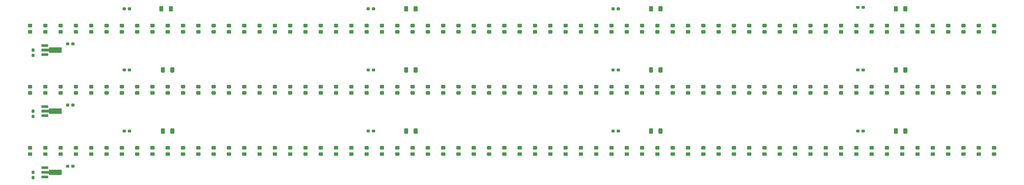
<source format=gtp>
G04 #@! TF.GenerationSoftware,KiCad,Pcbnew,(5.1.10)-1*
G04 #@! TF.CreationDate,2021-09-09T13:00:48-04:00*
G04 #@! TF.ProjectId,LED Wheel,4c454420-5768-4656-956c-2e6b69636164,rev?*
G04 #@! TF.SameCoordinates,Original*
G04 #@! TF.FileFunction,Paste,Top*
G04 #@! TF.FilePolarity,Positive*
%FSLAX46Y46*%
G04 Gerber Fmt 4.6, Leading zero omitted, Abs format (unit mm)*
G04 Created by KiCad (PCBNEW (5.1.10)-1) date 2021-09-09 13:00:48*
%MOMM*%
%LPD*%
G01*
G04 APERTURE LIST*
%ADD10C,0.100000*%
%ADD11R,2.300000X0.900000*%
G04 APERTURE END LIST*
D10*
G36*
X58300000Y-123866500D02*
G01*
X54175000Y-123866500D01*
X54175000Y-123450000D01*
X51700000Y-123450000D01*
X51700000Y-122550000D01*
X54175000Y-122550000D01*
X54175000Y-122133500D01*
X58300000Y-122133500D01*
X58300000Y-123866500D01*
G37*
D11*
X52850000Y-124500000D03*
X52850000Y-121500000D03*
D10*
G36*
X58300000Y-163866500D02*
G01*
X54175000Y-163866500D01*
X54175000Y-163450000D01*
X51700000Y-163450000D01*
X51700000Y-162550000D01*
X54175000Y-162550000D01*
X54175000Y-162133500D01*
X58300000Y-162133500D01*
X58300000Y-163866500D01*
G37*
D11*
X52850000Y-164500000D03*
X52850000Y-161500000D03*
D10*
G36*
X58300000Y-143866500D02*
G01*
X54175000Y-143866500D01*
X54175000Y-143450000D01*
X51700000Y-143450000D01*
X51700000Y-142550000D01*
X54175000Y-142550000D01*
X54175000Y-142133500D01*
X58300000Y-142133500D01*
X58300000Y-143866500D01*
G37*
D11*
X52850000Y-144500000D03*
X52850000Y-141500000D03*
G36*
G01*
X93350000Y-110125000D02*
X93350000Y-108875000D01*
G75*
G02*
X93600000Y-108625000I250000J0D01*
G01*
X94400000Y-108625000D01*
G75*
G02*
X94650000Y-108875000I0J-250000D01*
G01*
X94650000Y-110125000D01*
G75*
G02*
X94400000Y-110375000I-250000J0D01*
G01*
X93600000Y-110375000D01*
G75*
G02*
X93350000Y-110125000I0J250000D01*
G01*
G37*
G36*
G01*
X90250000Y-110125000D02*
X90250000Y-108875000D01*
G75*
G02*
X90500000Y-108625000I250000J0D01*
G01*
X91300000Y-108625000D01*
G75*
G02*
X91550000Y-108875000I0J-250000D01*
G01*
X91550000Y-110125000D01*
G75*
G02*
X91300000Y-110375000I-250000J0D01*
G01*
X90500000Y-110375000D01*
G75*
G02*
X90250000Y-110125000I0J250000D01*
G01*
G37*
G36*
G01*
X173350000Y-110125000D02*
X173350000Y-108875000D01*
G75*
G02*
X173600000Y-108625000I250000J0D01*
G01*
X174400000Y-108625000D01*
G75*
G02*
X174650000Y-108875000I0J-250000D01*
G01*
X174650000Y-110125000D01*
G75*
G02*
X174400000Y-110375000I-250000J0D01*
G01*
X173600000Y-110375000D01*
G75*
G02*
X173350000Y-110125000I0J250000D01*
G01*
G37*
G36*
G01*
X170250000Y-110125000D02*
X170250000Y-108875000D01*
G75*
G02*
X170500000Y-108625000I250000J0D01*
G01*
X171300000Y-108625000D01*
G75*
G02*
X171550000Y-108875000I0J-250000D01*
G01*
X171550000Y-110125000D01*
G75*
G02*
X171300000Y-110375000I-250000J0D01*
G01*
X170500000Y-110375000D01*
G75*
G02*
X170250000Y-110125000I0J250000D01*
G01*
G37*
G36*
G01*
X253350000Y-110125000D02*
X253350000Y-108875000D01*
G75*
G02*
X253600000Y-108625000I250000J0D01*
G01*
X254400000Y-108625000D01*
G75*
G02*
X254650000Y-108875000I0J-250000D01*
G01*
X254650000Y-110125000D01*
G75*
G02*
X254400000Y-110375000I-250000J0D01*
G01*
X253600000Y-110375000D01*
G75*
G02*
X253350000Y-110125000I0J250000D01*
G01*
G37*
G36*
G01*
X250250000Y-110125000D02*
X250250000Y-108875000D01*
G75*
G02*
X250500000Y-108625000I250000J0D01*
G01*
X251300000Y-108625000D01*
G75*
G02*
X251550000Y-108875000I0J-250000D01*
G01*
X251550000Y-110125000D01*
G75*
G02*
X251300000Y-110375000I-250000J0D01*
G01*
X250500000Y-110375000D01*
G75*
G02*
X250250000Y-110125000I0J250000D01*
G01*
G37*
G36*
G01*
X333350000Y-110125000D02*
X333350000Y-108875000D01*
G75*
G02*
X333600000Y-108625000I250000J0D01*
G01*
X334400000Y-108625000D01*
G75*
G02*
X334650000Y-108875000I0J-250000D01*
G01*
X334650000Y-110125000D01*
G75*
G02*
X334400000Y-110375000I-250000J0D01*
G01*
X333600000Y-110375000D01*
G75*
G02*
X333350000Y-110125000I0J250000D01*
G01*
G37*
G36*
G01*
X330250000Y-110125000D02*
X330250000Y-108875000D01*
G75*
G02*
X330500000Y-108625000I250000J0D01*
G01*
X331300000Y-108625000D01*
G75*
G02*
X331550000Y-108875000I0J-250000D01*
G01*
X331550000Y-110125000D01*
G75*
G02*
X331300000Y-110375000I-250000J0D01*
G01*
X330500000Y-110375000D01*
G75*
G02*
X330250000Y-110125000I0J250000D01*
G01*
G37*
G36*
G01*
X93850000Y-150125000D02*
X93850000Y-148875000D01*
G75*
G02*
X94100000Y-148625000I250000J0D01*
G01*
X94900000Y-148625000D01*
G75*
G02*
X95150000Y-148875000I0J-250000D01*
G01*
X95150000Y-150125000D01*
G75*
G02*
X94900000Y-150375000I-250000J0D01*
G01*
X94100000Y-150375000D01*
G75*
G02*
X93850000Y-150125000I0J250000D01*
G01*
G37*
G36*
G01*
X90750000Y-150125000D02*
X90750000Y-148875000D01*
G75*
G02*
X91000000Y-148625000I250000J0D01*
G01*
X91800000Y-148625000D01*
G75*
G02*
X92050000Y-148875000I0J-250000D01*
G01*
X92050000Y-150125000D01*
G75*
G02*
X91800000Y-150375000I-250000J0D01*
G01*
X91000000Y-150375000D01*
G75*
G02*
X90750000Y-150125000I0J250000D01*
G01*
G37*
G36*
G01*
X173350000Y-150125000D02*
X173350000Y-148875000D01*
G75*
G02*
X173600000Y-148625000I250000J0D01*
G01*
X174400000Y-148625000D01*
G75*
G02*
X174650000Y-148875000I0J-250000D01*
G01*
X174650000Y-150125000D01*
G75*
G02*
X174400000Y-150375000I-250000J0D01*
G01*
X173600000Y-150375000D01*
G75*
G02*
X173350000Y-150125000I0J250000D01*
G01*
G37*
G36*
G01*
X170250000Y-150125000D02*
X170250000Y-148875000D01*
G75*
G02*
X170500000Y-148625000I250000J0D01*
G01*
X171300000Y-148625000D01*
G75*
G02*
X171550000Y-148875000I0J-250000D01*
G01*
X171550000Y-150125000D01*
G75*
G02*
X171300000Y-150375000I-250000J0D01*
G01*
X170500000Y-150375000D01*
G75*
G02*
X170250000Y-150125000I0J250000D01*
G01*
G37*
G36*
G01*
X253350000Y-150125000D02*
X253350000Y-148875000D01*
G75*
G02*
X253600000Y-148625000I250000J0D01*
G01*
X254400000Y-148625000D01*
G75*
G02*
X254650000Y-148875000I0J-250000D01*
G01*
X254650000Y-150125000D01*
G75*
G02*
X254400000Y-150375000I-250000J0D01*
G01*
X253600000Y-150375000D01*
G75*
G02*
X253350000Y-150125000I0J250000D01*
G01*
G37*
G36*
G01*
X250250000Y-150125000D02*
X250250000Y-148875000D01*
G75*
G02*
X250500000Y-148625000I250000J0D01*
G01*
X251300000Y-148625000D01*
G75*
G02*
X251550000Y-148875000I0J-250000D01*
G01*
X251550000Y-150125000D01*
G75*
G02*
X251300000Y-150375000I-250000J0D01*
G01*
X250500000Y-150375000D01*
G75*
G02*
X250250000Y-150125000I0J250000D01*
G01*
G37*
G36*
G01*
X333350000Y-150125000D02*
X333350000Y-148875000D01*
G75*
G02*
X333600000Y-148625000I250000J0D01*
G01*
X334400000Y-148625000D01*
G75*
G02*
X334650000Y-148875000I0J-250000D01*
G01*
X334650000Y-150125000D01*
G75*
G02*
X334400000Y-150375000I-250000J0D01*
G01*
X333600000Y-150375000D01*
G75*
G02*
X333350000Y-150125000I0J250000D01*
G01*
G37*
G36*
G01*
X330250000Y-150125000D02*
X330250000Y-148875000D01*
G75*
G02*
X330500000Y-148625000I250000J0D01*
G01*
X331300000Y-148625000D01*
G75*
G02*
X331550000Y-148875000I0J-250000D01*
G01*
X331550000Y-150125000D01*
G75*
G02*
X331300000Y-150375000I-250000J0D01*
G01*
X330500000Y-150375000D01*
G75*
G02*
X330250000Y-150125000I0J250000D01*
G01*
G37*
G36*
G01*
X93850000Y-130125000D02*
X93850000Y-128875000D01*
G75*
G02*
X94100000Y-128625000I250000J0D01*
G01*
X94900000Y-128625000D01*
G75*
G02*
X95150000Y-128875000I0J-250000D01*
G01*
X95150000Y-130125000D01*
G75*
G02*
X94900000Y-130375000I-250000J0D01*
G01*
X94100000Y-130375000D01*
G75*
G02*
X93850000Y-130125000I0J250000D01*
G01*
G37*
G36*
G01*
X90750000Y-130125000D02*
X90750000Y-128875000D01*
G75*
G02*
X91000000Y-128625000I250000J0D01*
G01*
X91800000Y-128625000D01*
G75*
G02*
X92050000Y-128875000I0J-250000D01*
G01*
X92050000Y-130125000D01*
G75*
G02*
X91800000Y-130375000I-250000J0D01*
G01*
X91000000Y-130375000D01*
G75*
G02*
X90750000Y-130125000I0J250000D01*
G01*
G37*
G36*
G01*
X173350000Y-130125000D02*
X173350000Y-128875000D01*
G75*
G02*
X173600000Y-128625000I250000J0D01*
G01*
X174400000Y-128625000D01*
G75*
G02*
X174650000Y-128875000I0J-250000D01*
G01*
X174650000Y-130125000D01*
G75*
G02*
X174400000Y-130375000I-250000J0D01*
G01*
X173600000Y-130375000D01*
G75*
G02*
X173350000Y-130125000I0J250000D01*
G01*
G37*
G36*
G01*
X170250000Y-130125000D02*
X170250000Y-128875000D01*
G75*
G02*
X170500000Y-128625000I250000J0D01*
G01*
X171300000Y-128625000D01*
G75*
G02*
X171550000Y-128875000I0J-250000D01*
G01*
X171550000Y-130125000D01*
G75*
G02*
X171300000Y-130375000I-250000J0D01*
G01*
X170500000Y-130375000D01*
G75*
G02*
X170250000Y-130125000I0J250000D01*
G01*
G37*
G36*
G01*
X253350000Y-130125000D02*
X253350000Y-128875000D01*
G75*
G02*
X253600000Y-128625000I250000J0D01*
G01*
X254400000Y-128625000D01*
G75*
G02*
X254650000Y-128875000I0J-250000D01*
G01*
X254650000Y-130125000D01*
G75*
G02*
X254400000Y-130375000I-250000J0D01*
G01*
X253600000Y-130375000D01*
G75*
G02*
X253350000Y-130125000I0J250000D01*
G01*
G37*
G36*
G01*
X250250000Y-130125000D02*
X250250000Y-128875000D01*
G75*
G02*
X250500000Y-128625000I250000J0D01*
G01*
X251300000Y-128625000D01*
G75*
G02*
X251550000Y-128875000I0J-250000D01*
G01*
X251550000Y-130125000D01*
G75*
G02*
X251300000Y-130375000I-250000J0D01*
G01*
X250500000Y-130375000D01*
G75*
G02*
X250250000Y-130125000I0J250000D01*
G01*
G37*
G36*
G01*
X333350000Y-130125000D02*
X333350000Y-128875000D01*
G75*
G02*
X333600000Y-128625000I250000J0D01*
G01*
X334400000Y-128625000D01*
G75*
G02*
X334650000Y-128875000I0J-250000D01*
G01*
X334650000Y-130125000D01*
G75*
G02*
X334400000Y-130375000I-250000J0D01*
G01*
X333600000Y-130375000D01*
G75*
G02*
X333350000Y-130125000I0J250000D01*
G01*
G37*
G36*
G01*
X330250000Y-130125000D02*
X330250000Y-128875000D01*
G75*
G02*
X330500000Y-128625000I250000J0D01*
G01*
X331300000Y-128625000D01*
G75*
G02*
X331550000Y-128875000I0J-250000D01*
G01*
X331550000Y-130125000D01*
G75*
G02*
X331300000Y-130375000I-250000J0D01*
G01*
X330500000Y-130375000D01*
G75*
G02*
X330250000Y-130125000I0J250000D01*
G01*
G37*
G36*
G01*
X62549999Y-116450000D02*
X63450001Y-116450000D01*
G75*
G02*
X63700000Y-116699999I0J-249999D01*
G01*
X63700000Y-117350001D01*
G75*
G02*
X63450001Y-117600000I-249999J0D01*
G01*
X62549999Y-117600000D01*
G75*
G02*
X62300000Y-117350001I0J249999D01*
G01*
X62300000Y-116699999D01*
G75*
G02*
X62549999Y-116450000I249999J0D01*
G01*
G37*
G36*
G01*
X62549999Y-114400000D02*
X63450001Y-114400000D01*
G75*
G02*
X63700000Y-114649999I0J-249999D01*
G01*
X63700000Y-115300001D01*
G75*
G02*
X63450001Y-115550000I-249999J0D01*
G01*
X62549999Y-115550000D01*
G75*
G02*
X62300000Y-115300001I0J249999D01*
G01*
X62300000Y-114649999D01*
G75*
G02*
X62549999Y-114400000I249999J0D01*
G01*
G37*
G36*
G01*
X82549999Y-116450000D02*
X83450001Y-116450000D01*
G75*
G02*
X83700000Y-116699999I0J-249999D01*
G01*
X83700000Y-117350001D01*
G75*
G02*
X83450001Y-117600000I-249999J0D01*
G01*
X82549999Y-117600000D01*
G75*
G02*
X82300000Y-117350001I0J249999D01*
G01*
X82300000Y-116699999D01*
G75*
G02*
X82549999Y-116450000I249999J0D01*
G01*
G37*
G36*
G01*
X82549999Y-114400000D02*
X83450001Y-114400000D01*
G75*
G02*
X83700000Y-114649999I0J-249999D01*
G01*
X83700000Y-115300001D01*
G75*
G02*
X83450001Y-115550000I-249999J0D01*
G01*
X82549999Y-115550000D01*
G75*
G02*
X82300000Y-115300001I0J249999D01*
G01*
X82300000Y-114649999D01*
G75*
G02*
X82549999Y-114400000I249999J0D01*
G01*
G37*
G36*
G01*
X102549999Y-116450000D02*
X103450001Y-116450000D01*
G75*
G02*
X103700000Y-116699999I0J-249999D01*
G01*
X103700000Y-117350001D01*
G75*
G02*
X103450001Y-117600000I-249999J0D01*
G01*
X102549999Y-117600000D01*
G75*
G02*
X102300000Y-117350001I0J249999D01*
G01*
X102300000Y-116699999D01*
G75*
G02*
X102549999Y-116450000I249999J0D01*
G01*
G37*
G36*
G01*
X102549999Y-114400000D02*
X103450001Y-114400000D01*
G75*
G02*
X103700000Y-114649999I0J-249999D01*
G01*
X103700000Y-115300001D01*
G75*
G02*
X103450001Y-115550000I-249999J0D01*
G01*
X102549999Y-115550000D01*
G75*
G02*
X102300000Y-115300001I0J249999D01*
G01*
X102300000Y-114649999D01*
G75*
G02*
X102549999Y-114400000I249999J0D01*
G01*
G37*
G36*
G01*
X122549999Y-116450000D02*
X123450001Y-116450000D01*
G75*
G02*
X123700000Y-116699999I0J-249999D01*
G01*
X123700000Y-117350001D01*
G75*
G02*
X123450001Y-117600000I-249999J0D01*
G01*
X122549999Y-117600000D01*
G75*
G02*
X122300000Y-117350001I0J249999D01*
G01*
X122300000Y-116699999D01*
G75*
G02*
X122549999Y-116450000I249999J0D01*
G01*
G37*
G36*
G01*
X122549999Y-114400000D02*
X123450001Y-114400000D01*
G75*
G02*
X123700000Y-114649999I0J-249999D01*
G01*
X123700000Y-115300001D01*
G75*
G02*
X123450001Y-115550000I-249999J0D01*
G01*
X122549999Y-115550000D01*
G75*
G02*
X122300000Y-115300001I0J249999D01*
G01*
X122300000Y-114649999D01*
G75*
G02*
X122549999Y-114400000I249999J0D01*
G01*
G37*
G36*
G01*
X142549999Y-116450000D02*
X143450001Y-116450000D01*
G75*
G02*
X143700000Y-116699999I0J-249999D01*
G01*
X143700000Y-117350001D01*
G75*
G02*
X143450001Y-117600000I-249999J0D01*
G01*
X142549999Y-117600000D01*
G75*
G02*
X142300000Y-117350001I0J249999D01*
G01*
X142300000Y-116699999D01*
G75*
G02*
X142549999Y-116450000I249999J0D01*
G01*
G37*
G36*
G01*
X142549999Y-114400000D02*
X143450001Y-114400000D01*
G75*
G02*
X143700000Y-114649999I0J-249999D01*
G01*
X143700000Y-115300001D01*
G75*
G02*
X143450001Y-115550000I-249999J0D01*
G01*
X142549999Y-115550000D01*
G75*
G02*
X142300000Y-115300001I0J249999D01*
G01*
X142300000Y-114649999D01*
G75*
G02*
X142549999Y-114400000I249999J0D01*
G01*
G37*
G36*
G01*
X162549999Y-116450000D02*
X163450001Y-116450000D01*
G75*
G02*
X163700000Y-116699999I0J-249999D01*
G01*
X163700000Y-117350001D01*
G75*
G02*
X163450001Y-117600000I-249999J0D01*
G01*
X162549999Y-117600000D01*
G75*
G02*
X162300000Y-117350001I0J249999D01*
G01*
X162300000Y-116699999D01*
G75*
G02*
X162549999Y-116450000I249999J0D01*
G01*
G37*
G36*
G01*
X162549999Y-114400000D02*
X163450001Y-114400000D01*
G75*
G02*
X163700000Y-114649999I0J-249999D01*
G01*
X163700000Y-115300001D01*
G75*
G02*
X163450001Y-115550000I-249999J0D01*
G01*
X162549999Y-115550000D01*
G75*
G02*
X162300000Y-115300001I0J249999D01*
G01*
X162300000Y-114649999D01*
G75*
G02*
X162549999Y-114400000I249999J0D01*
G01*
G37*
G36*
G01*
X182549999Y-116450000D02*
X183450001Y-116450000D01*
G75*
G02*
X183700000Y-116699999I0J-249999D01*
G01*
X183700000Y-117350001D01*
G75*
G02*
X183450001Y-117600000I-249999J0D01*
G01*
X182549999Y-117600000D01*
G75*
G02*
X182300000Y-117350001I0J249999D01*
G01*
X182300000Y-116699999D01*
G75*
G02*
X182549999Y-116450000I249999J0D01*
G01*
G37*
G36*
G01*
X182549999Y-114400000D02*
X183450001Y-114400000D01*
G75*
G02*
X183700000Y-114649999I0J-249999D01*
G01*
X183700000Y-115300001D01*
G75*
G02*
X183450001Y-115550000I-249999J0D01*
G01*
X182549999Y-115550000D01*
G75*
G02*
X182300000Y-115300001I0J249999D01*
G01*
X182300000Y-114649999D01*
G75*
G02*
X182549999Y-114400000I249999J0D01*
G01*
G37*
G36*
G01*
X202549999Y-116450000D02*
X203450001Y-116450000D01*
G75*
G02*
X203700000Y-116699999I0J-249999D01*
G01*
X203700000Y-117350001D01*
G75*
G02*
X203450001Y-117600000I-249999J0D01*
G01*
X202549999Y-117600000D01*
G75*
G02*
X202300000Y-117350001I0J249999D01*
G01*
X202300000Y-116699999D01*
G75*
G02*
X202549999Y-116450000I249999J0D01*
G01*
G37*
G36*
G01*
X202549999Y-114400000D02*
X203450001Y-114400000D01*
G75*
G02*
X203700000Y-114649999I0J-249999D01*
G01*
X203700000Y-115300001D01*
G75*
G02*
X203450001Y-115550000I-249999J0D01*
G01*
X202549999Y-115550000D01*
G75*
G02*
X202300000Y-115300001I0J249999D01*
G01*
X202300000Y-114649999D01*
G75*
G02*
X202549999Y-114400000I249999J0D01*
G01*
G37*
G36*
G01*
X57549999Y-116450000D02*
X58450001Y-116450000D01*
G75*
G02*
X58700000Y-116699999I0J-249999D01*
G01*
X58700000Y-117350001D01*
G75*
G02*
X58450001Y-117600000I-249999J0D01*
G01*
X57549999Y-117600000D01*
G75*
G02*
X57300000Y-117350001I0J249999D01*
G01*
X57300000Y-116699999D01*
G75*
G02*
X57549999Y-116450000I249999J0D01*
G01*
G37*
G36*
G01*
X57549999Y-114400000D02*
X58450001Y-114400000D01*
G75*
G02*
X58700000Y-114649999I0J-249999D01*
G01*
X58700000Y-115300001D01*
G75*
G02*
X58450001Y-115550000I-249999J0D01*
G01*
X57549999Y-115550000D01*
G75*
G02*
X57300000Y-115300001I0J249999D01*
G01*
X57300000Y-114649999D01*
G75*
G02*
X57549999Y-114400000I249999J0D01*
G01*
G37*
G36*
G01*
X77549999Y-116450000D02*
X78450001Y-116450000D01*
G75*
G02*
X78700000Y-116699999I0J-249999D01*
G01*
X78700000Y-117350001D01*
G75*
G02*
X78450001Y-117600000I-249999J0D01*
G01*
X77549999Y-117600000D01*
G75*
G02*
X77300000Y-117350001I0J249999D01*
G01*
X77300000Y-116699999D01*
G75*
G02*
X77549999Y-116450000I249999J0D01*
G01*
G37*
G36*
G01*
X77549999Y-114400000D02*
X78450001Y-114400000D01*
G75*
G02*
X78700000Y-114649999I0J-249999D01*
G01*
X78700000Y-115300001D01*
G75*
G02*
X78450001Y-115550000I-249999J0D01*
G01*
X77549999Y-115550000D01*
G75*
G02*
X77300000Y-115300001I0J249999D01*
G01*
X77300000Y-114649999D01*
G75*
G02*
X77549999Y-114400000I249999J0D01*
G01*
G37*
G36*
G01*
X97549999Y-116450000D02*
X98450001Y-116450000D01*
G75*
G02*
X98700000Y-116699999I0J-249999D01*
G01*
X98700000Y-117350001D01*
G75*
G02*
X98450001Y-117600000I-249999J0D01*
G01*
X97549999Y-117600000D01*
G75*
G02*
X97300000Y-117350001I0J249999D01*
G01*
X97300000Y-116699999D01*
G75*
G02*
X97549999Y-116450000I249999J0D01*
G01*
G37*
G36*
G01*
X97549999Y-114400000D02*
X98450001Y-114400000D01*
G75*
G02*
X98700000Y-114649999I0J-249999D01*
G01*
X98700000Y-115300001D01*
G75*
G02*
X98450001Y-115550000I-249999J0D01*
G01*
X97549999Y-115550000D01*
G75*
G02*
X97300000Y-115300001I0J249999D01*
G01*
X97300000Y-114649999D01*
G75*
G02*
X97549999Y-114400000I249999J0D01*
G01*
G37*
G36*
G01*
X117549999Y-116450000D02*
X118450001Y-116450000D01*
G75*
G02*
X118700000Y-116699999I0J-249999D01*
G01*
X118700000Y-117350001D01*
G75*
G02*
X118450001Y-117600000I-249999J0D01*
G01*
X117549999Y-117600000D01*
G75*
G02*
X117300000Y-117350001I0J249999D01*
G01*
X117300000Y-116699999D01*
G75*
G02*
X117549999Y-116450000I249999J0D01*
G01*
G37*
G36*
G01*
X117549999Y-114400000D02*
X118450001Y-114400000D01*
G75*
G02*
X118700000Y-114649999I0J-249999D01*
G01*
X118700000Y-115300001D01*
G75*
G02*
X118450001Y-115550000I-249999J0D01*
G01*
X117549999Y-115550000D01*
G75*
G02*
X117300000Y-115300001I0J249999D01*
G01*
X117300000Y-114649999D01*
G75*
G02*
X117549999Y-114400000I249999J0D01*
G01*
G37*
G36*
G01*
X137549999Y-116450000D02*
X138450001Y-116450000D01*
G75*
G02*
X138700000Y-116699999I0J-249999D01*
G01*
X138700000Y-117350001D01*
G75*
G02*
X138450001Y-117600000I-249999J0D01*
G01*
X137549999Y-117600000D01*
G75*
G02*
X137300000Y-117350001I0J249999D01*
G01*
X137300000Y-116699999D01*
G75*
G02*
X137549999Y-116450000I249999J0D01*
G01*
G37*
G36*
G01*
X137549999Y-114400000D02*
X138450001Y-114400000D01*
G75*
G02*
X138700000Y-114649999I0J-249999D01*
G01*
X138700000Y-115300001D01*
G75*
G02*
X138450001Y-115550000I-249999J0D01*
G01*
X137549999Y-115550000D01*
G75*
G02*
X137300000Y-115300001I0J249999D01*
G01*
X137300000Y-114649999D01*
G75*
G02*
X137549999Y-114400000I249999J0D01*
G01*
G37*
G36*
G01*
X157549999Y-116450000D02*
X158450001Y-116450000D01*
G75*
G02*
X158700000Y-116699999I0J-249999D01*
G01*
X158700000Y-117350001D01*
G75*
G02*
X158450001Y-117600000I-249999J0D01*
G01*
X157549999Y-117600000D01*
G75*
G02*
X157300000Y-117350001I0J249999D01*
G01*
X157300000Y-116699999D01*
G75*
G02*
X157549999Y-116450000I249999J0D01*
G01*
G37*
G36*
G01*
X157549999Y-114400000D02*
X158450001Y-114400000D01*
G75*
G02*
X158700000Y-114649999I0J-249999D01*
G01*
X158700000Y-115300001D01*
G75*
G02*
X158450001Y-115550000I-249999J0D01*
G01*
X157549999Y-115550000D01*
G75*
G02*
X157300000Y-115300001I0J249999D01*
G01*
X157300000Y-114649999D01*
G75*
G02*
X157549999Y-114400000I249999J0D01*
G01*
G37*
G36*
G01*
X177549999Y-116450000D02*
X178450001Y-116450000D01*
G75*
G02*
X178700000Y-116699999I0J-249999D01*
G01*
X178700000Y-117350001D01*
G75*
G02*
X178450001Y-117600000I-249999J0D01*
G01*
X177549999Y-117600000D01*
G75*
G02*
X177300000Y-117350001I0J249999D01*
G01*
X177300000Y-116699999D01*
G75*
G02*
X177549999Y-116450000I249999J0D01*
G01*
G37*
G36*
G01*
X177549999Y-114400000D02*
X178450001Y-114400000D01*
G75*
G02*
X178700000Y-114649999I0J-249999D01*
G01*
X178700000Y-115300001D01*
G75*
G02*
X178450001Y-115550000I-249999J0D01*
G01*
X177549999Y-115550000D01*
G75*
G02*
X177300000Y-115300001I0J249999D01*
G01*
X177300000Y-114649999D01*
G75*
G02*
X177549999Y-114400000I249999J0D01*
G01*
G37*
G36*
G01*
X197549999Y-116450000D02*
X198450001Y-116450000D01*
G75*
G02*
X198700000Y-116699999I0J-249999D01*
G01*
X198700000Y-117350001D01*
G75*
G02*
X198450001Y-117600000I-249999J0D01*
G01*
X197549999Y-117600000D01*
G75*
G02*
X197300000Y-117350001I0J249999D01*
G01*
X197300000Y-116699999D01*
G75*
G02*
X197549999Y-116450000I249999J0D01*
G01*
G37*
G36*
G01*
X197549999Y-114400000D02*
X198450001Y-114400000D01*
G75*
G02*
X198700000Y-114649999I0J-249999D01*
G01*
X198700000Y-115300001D01*
G75*
G02*
X198450001Y-115550000I-249999J0D01*
G01*
X197549999Y-115550000D01*
G75*
G02*
X197300000Y-115300001I0J249999D01*
G01*
X197300000Y-114649999D01*
G75*
G02*
X197549999Y-114400000I249999J0D01*
G01*
G37*
G36*
G01*
X52549999Y-116450000D02*
X53450001Y-116450000D01*
G75*
G02*
X53700000Y-116699999I0J-249999D01*
G01*
X53700000Y-117350001D01*
G75*
G02*
X53450001Y-117600000I-249999J0D01*
G01*
X52549999Y-117600000D01*
G75*
G02*
X52300000Y-117350001I0J249999D01*
G01*
X52300000Y-116699999D01*
G75*
G02*
X52549999Y-116450000I249999J0D01*
G01*
G37*
G36*
G01*
X52549999Y-114400000D02*
X53450001Y-114400000D01*
G75*
G02*
X53700000Y-114649999I0J-249999D01*
G01*
X53700000Y-115300001D01*
G75*
G02*
X53450001Y-115550000I-249999J0D01*
G01*
X52549999Y-115550000D01*
G75*
G02*
X52300000Y-115300001I0J249999D01*
G01*
X52300000Y-114649999D01*
G75*
G02*
X52549999Y-114400000I249999J0D01*
G01*
G37*
G36*
G01*
X72549999Y-116450000D02*
X73450001Y-116450000D01*
G75*
G02*
X73700000Y-116699999I0J-249999D01*
G01*
X73700000Y-117350001D01*
G75*
G02*
X73450001Y-117600000I-249999J0D01*
G01*
X72549999Y-117600000D01*
G75*
G02*
X72300000Y-117350001I0J249999D01*
G01*
X72300000Y-116699999D01*
G75*
G02*
X72549999Y-116450000I249999J0D01*
G01*
G37*
G36*
G01*
X72549999Y-114400000D02*
X73450001Y-114400000D01*
G75*
G02*
X73700000Y-114649999I0J-249999D01*
G01*
X73700000Y-115300001D01*
G75*
G02*
X73450001Y-115550000I-249999J0D01*
G01*
X72549999Y-115550000D01*
G75*
G02*
X72300000Y-115300001I0J249999D01*
G01*
X72300000Y-114649999D01*
G75*
G02*
X72549999Y-114400000I249999J0D01*
G01*
G37*
G36*
G01*
X92549999Y-116450000D02*
X93450001Y-116450000D01*
G75*
G02*
X93700000Y-116699999I0J-249999D01*
G01*
X93700000Y-117350001D01*
G75*
G02*
X93450001Y-117600000I-249999J0D01*
G01*
X92549999Y-117600000D01*
G75*
G02*
X92300000Y-117350001I0J249999D01*
G01*
X92300000Y-116699999D01*
G75*
G02*
X92549999Y-116450000I249999J0D01*
G01*
G37*
G36*
G01*
X92549999Y-114400000D02*
X93450001Y-114400000D01*
G75*
G02*
X93700000Y-114649999I0J-249999D01*
G01*
X93700000Y-115300001D01*
G75*
G02*
X93450001Y-115550000I-249999J0D01*
G01*
X92549999Y-115550000D01*
G75*
G02*
X92300000Y-115300001I0J249999D01*
G01*
X92300000Y-114649999D01*
G75*
G02*
X92549999Y-114400000I249999J0D01*
G01*
G37*
G36*
G01*
X112549999Y-116450000D02*
X113450001Y-116450000D01*
G75*
G02*
X113700000Y-116699999I0J-249999D01*
G01*
X113700000Y-117350001D01*
G75*
G02*
X113450001Y-117600000I-249999J0D01*
G01*
X112549999Y-117600000D01*
G75*
G02*
X112300000Y-117350001I0J249999D01*
G01*
X112300000Y-116699999D01*
G75*
G02*
X112549999Y-116450000I249999J0D01*
G01*
G37*
G36*
G01*
X112549999Y-114400000D02*
X113450001Y-114400000D01*
G75*
G02*
X113700000Y-114649999I0J-249999D01*
G01*
X113700000Y-115300001D01*
G75*
G02*
X113450001Y-115550000I-249999J0D01*
G01*
X112549999Y-115550000D01*
G75*
G02*
X112300000Y-115300001I0J249999D01*
G01*
X112300000Y-114649999D01*
G75*
G02*
X112549999Y-114400000I249999J0D01*
G01*
G37*
G36*
G01*
X132549999Y-116450000D02*
X133450001Y-116450000D01*
G75*
G02*
X133700000Y-116699999I0J-249999D01*
G01*
X133700000Y-117350001D01*
G75*
G02*
X133450001Y-117600000I-249999J0D01*
G01*
X132549999Y-117600000D01*
G75*
G02*
X132300000Y-117350001I0J249999D01*
G01*
X132300000Y-116699999D01*
G75*
G02*
X132549999Y-116450000I249999J0D01*
G01*
G37*
G36*
G01*
X132549999Y-114400000D02*
X133450001Y-114400000D01*
G75*
G02*
X133700000Y-114649999I0J-249999D01*
G01*
X133700000Y-115300001D01*
G75*
G02*
X133450001Y-115550000I-249999J0D01*
G01*
X132549999Y-115550000D01*
G75*
G02*
X132300000Y-115300001I0J249999D01*
G01*
X132300000Y-114649999D01*
G75*
G02*
X132549999Y-114400000I249999J0D01*
G01*
G37*
G36*
G01*
X152549999Y-116450000D02*
X153450001Y-116450000D01*
G75*
G02*
X153700000Y-116699999I0J-249999D01*
G01*
X153700000Y-117350001D01*
G75*
G02*
X153450001Y-117600000I-249999J0D01*
G01*
X152549999Y-117600000D01*
G75*
G02*
X152300000Y-117350001I0J249999D01*
G01*
X152300000Y-116699999D01*
G75*
G02*
X152549999Y-116450000I249999J0D01*
G01*
G37*
G36*
G01*
X152549999Y-114400000D02*
X153450001Y-114400000D01*
G75*
G02*
X153700000Y-114649999I0J-249999D01*
G01*
X153700000Y-115300001D01*
G75*
G02*
X153450001Y-115550000I-249999J0D01*
G01*
X152549999Y-115550000D01*
G75*
G02*
X152300000Y-115300001I0J249999D01*
G01*
X152300000Y-114649999D01*
G75*
G02*
X152549999Y-114400000I249999J0D01*
G01*
G37*
G36*
G01*
X172549999Y-116450000D02*
X173450001Y-116450000D01*
G75*
G02*
X173700000Y-116699999I0J-249999D01*
G01*
X173700000Y-117350001D01*
G75*
G02*
X173450001Y-117600000I-249999J0D01*
G01*
X172549999Y-117600000D01*
G75*
G02*
X172300000Y-117350001I0J249999D01*
G01*
X172300000Y-116699999D01*
G75*
G02*
X172549999Y-116450000I249999J0D01*
G01*
G37*
G36*
G01*
X172549999Y-114400000D02*
X173450001Y-114400000D01*
G75*
G02*
X173700000Y-114649999I0J-249999D01*
G01*
X173700000Y-115300001D01*
G75*
G02*
X173450001Y-115550000I-249999J0D01*
G01*
X172549999Y-115550000D01*
G75*
G02*
X172300000Y-115300001I0J249999D01*
G01*
X172300000Y-114649999D01*
G75*
G02*
X172549999Y-114400000I249999J0D01*
G01*
G37*
G36*
G01*
X192549999Y-116450000D02*
X193450001Y-116450000D01*
G75*
G02*
X193700000Y-116699999I0J-249999D01*
G01*
X193700000Y-117350001D01*
G75*
G02*
X193450001Y-117600000I-249999J0D01*
G01*
X192549999Y-117600000D01*
G75*
G02*
X192300000Y-117350001I0J249999D01*
G01*
X192300000Y-116699999D01*
G75*
G02*
X192549999Y-116450000I249999J0D01*
G01*
G37*
G36*
G01*
X192549999Y-114400000D02*
X193450001Y-114400000D01*
G75*
G02*
X193700000Y-114649999I0J-249999D01*
G01*
X193700000Y-115300001D01*
G75*
G02*
X193450001Y-115550000I-249999J0D01*
G01*
X192549999Y-115550000D01*
G75*
G02*
X192300000Y-115300001I0J249999D01*
G01*
X192300000Y-114649999D01*
G75*
G02*
X192549999Y-114400000I249999J0D01*
G01*
G37*
G36*
G01*
X47549999Y-116450000D02*
X48450001Y-116450000D01*
G75*
G02*
X48700000Y-116699999I0J-249999D01*
G01*
X48700000Y-117350001D01*
G75*
G02*
X48450001Y-117600000I-249999J0D01*
G01*
X47549999Y-117600000D01*
G75*
G02*
X47300000Y-117350001I0J249999D01*
G01*
X47300000Y-116699999D01*
G75*
G02*
X47549999Y-116450000I249999J0D01*
G01*
G37*
G36*
G01*
X47549999Y-114400000D02*
X48450001Y-114400000D01*
G75*
G02*
X48700000Y-114649999I0J-249999D01*
G01*
X48700000Y-115300001D01*
G75*
G02*
X48450001Y-115550000I-249999J0D01*
G01*
X47549999Y-115550000D01*
G75*
G02*
X47300000Y-115300001I0J249999D01*
G01*
X47300000Y-114649999D01*
G75*
G02*
X47549999Y-114400000I249999J0D01*
G01*
G37*
G36*
G01*
X67549999Y-116450000D02*
X68450001Y-116450000D01*
G75*
G02*
X68700000Y-116699999I0J-249999D01*
G01*
X68700000Y-117350001D01*
G75*
G02*
X68450001Y-117600000I-249999J0D01*
G01*
X67549999Y-117600000D01*
G75*
G02*
X67300000Y-117350001I0J249999D01*
G01*
X67300000Y-116699999D01*
G75*
G02*
X67549999Y-116450000I249999J0D01*
G01*
G37*
G36*
G01*
X67549999Y-114400000D02*
X68450001Y-114400000D01*
G75*
G02*
X68700000Y-114649999I0J-249999D01*
G01*
X68700000Y-115300001D01*
G75*
G02*
X68450001Y-115550000I-249999J0D01*
G01*
X67549999Y-115550000D01*
G75*
G02*
X67300000Y-115300001I0J249999D01*
G01*
X67300000Y-114649999D01*
G75*
G02*
X67549999Y-114400000I249999J0D01*
G01*
G37*
G36*
G01*
X87549999Y-116450000D02*
X88450001Y-116450000D01*
G75*
G02*
X88700000Y-116699999I0J-249999D01*
G01*
X88700000Y-117350001D01*
G75*
G02*
X88450001Y-117600000I-249999J0D01*
G01*
X87549999Y-117600000D01*
G75*
G02*
X87300000Y-117350001I0J249999D01*
G01*
X87300000Y-116699999D01*
G75*
G02*
X87549999Y-116450000I249999J0D01*
G01*
G37*
G36*
G01*
X87549999Y-114400000D02*
X88450001Y-114400000D01*
G75*
G02*
X88700000Y-114649999I0J-249999D01*
G01*
X88700000Y-115300001D01*
G75*
G02*
X88450001Y-115550000I-249999J0D01*
G01*
X87549999Y-115550000D01*
G75*
G02*
X87300000Y-115300001I0J249999D01*
G01*
X87300000Y-114649999D01*
G75*
G02*
X87549999Y-114400000I249999J0D01*
G01*
G37*
G36*
G01*
X107549999Y-116450000D02*
X108450001Y-116450000D01*
G75*
G02*
X108700000Y-116699999I0J-249999D01*
G01*
X108700000Y-117350001D01*
G75*
G02*
X108450001Y-117600000I-249999J0D01*
G01*
X107549999Y-117600000D01*
G75*
G02*
X107300000Y-117350001I0J249999D01*
G01*
X107300000Y-116699999D01*
G75*
G02*
X107549999Y-116450000I249999J0D01*
G01*
G37*
G36*
G01*
X107549999Y-114400000D02*
X108450001Y-114400000D01*
G75*
G02*
X108700000Y-114649999I0J-249999D01*
G01*
X108700000Y-115300001D01*
G75*
G02*
X108450001Y-115550000I-249999J0D01*
G01*
X107549999Y-115550000D01*
G75*
G02*
X107300000Y-115300001I0J249999D01*
G01*
X107300000Y-114649999D01*
G75*
G02*
X107549999Y-114400000I249999J0D01*
G01*
G37*
G36*
G01*
X127549999Y-116450000D02*
X128450001Y-116450000D01*
G75*
G02*
X128700000Y-116699999I0J-249999D01*
G01*
X128700000Y-117350001D01*
G75*
G02*
X128450001Y-117600000I-249999J0D01*
G01*
X127549999Y-117600000D01*
G75*
G02*
X127300000Y-117350001I0J249999D01*
G01*
X127300000Y-116699999D01*
G75*
G02*
X127549999Y-116450000I249999J0D01*
G01*
G37*
G36*
G01*
X127549999Y-114400000D02*
X128450001Y-114400000D01*
G75*
G02*
X128700000Y-114649999I0J-249999D01*
G01*
X128700000Y-115300001D01*
G75*
G02*
X128450001Y-115550000I-249999J0D01*
G01*
X127549999Y-115550000D01*
G75*
G02*
X127300000Y-115300001I0J249999D01*
G01*
X127300000Y-114649999D01*
G75*
G02*
X127549999Y-114400000I249999J0D01*
G01*
G37*
G36*
G01*
X147549999Y-116450000D02*
X148450001Y-116450000D01*
G75*
G02*
X148700000Y-116699999I0J-249999D01*
G01*
X148700000Y-117350001D01*
G75*
G02*
X148450001Y-117600000I-249999J0D01*
G01*
X147549999Y-117600000D01*
G75*
G02*
X147300000Y-117350001I0J249999D01*
G01*
X147300000Y-116699999D01*
G75*
G02*
X147549999Y-116450000I249999J0D01*
G01*
G37*
G36*
G01*
X147549999Y-114400000D02*
X148450001Y-114400000D01*
G75*
G02*
X148700000Y-114649999I0J-249999D01*
G01*
X148700000Y-115300001D01*
G75*
G02*
X148450001Y-115550000I-249999J0D01*
G01*
X147549999Y-115550000D01*
G75*
G02*
X147300000Y-115300001I0J249999D01*
G01*
X147300000Y-114649999D01*
G75*
G02*
X147549999Y-114400000I249999J0D01*
G01*
G37*
G36*
G01*
X167549999Y-116450000D02*
X168450001Y-116450000D01*
G75*
G02*
X168700000Y-116699999I0J-249999D01*
G01*
X168700000Y-117350001D01*
G75*
G02*
X168450001Y-117600000I-249999J0D01*
G01*
X167549999Y-117600000D01*
G75*
G02*
X167300000Y-117350001I0J249999D01*
G01*
X167300000Y-116699999D01*
G75*
G02*
X167549999Y-116450000I249999J0D01*
G01*
G37*
G36*
G01*
X167549999Y-114400000D02*
X168450001Y-114400000D01*
G75*
G02*
X168700000Y-114649999I0J-249999D01*
G01*
X168700000Y-115300001D01*
G75*
G02*
X168450001Y-115550000I-249999J0D01*
G01*
X167549999Y-115550000D01*
G75*
G02*
X167300000Y-115300001I0J249999D01*
G01*
X167300000Y-114649999D01*
G75*
G02*
X167549999Y-114400000I249999J0D01*
G01*
G37*
G36*
G01*
X187549999Y-116450000D02*
X188450001Y-116450000D01*
G75*
G02*
X188700000Y-116699999I0J-249999D01*
G01*
X188700000Y-117350001D01*
G75*
G02*
X188450001Y-117600000I-249999J0D01*
G01*
X187549999Y-117600000D01*
G75*
G02*
X187300000Y-117350001I0J249999D01*
G01*
X187300000Y-116699999D01*
G75*
G02*
X187549999Y-116450000I249999J0D01*
G01*
G37*
G36*
G01*
X187549999Y-114400000D02*
X188450001Y-114400000D01*
G75*
G02*
X188700000Y-114649999I0J-249999D01*
G01*
X188700000Y-115300001D01*
G75*
G02*
X188450001Y-115550000I-249999J0D01*
G01*
X187549999Y-115550000D01*
G75*
G02*
X187300000Y-115300001I0J249999D01*
G01*
X187300000Y-114649999D01*
G75*
G02*
X187549999Y-114400000I249999J0D01*
G01*
G37*
G36*
G01*
X222549999Y-116450000D02*
X223450001Y-116450000D01*
G75*
G02*
X223700000Y-116699999I0J-249999D01*
G01*
X223700000Y-117350001D01*
G75*
G02*
X223450001Y-117600000I-249999J0D01*
G01*
X222549999Y-117600000D01*
G75*
G02*
X222300000Y-117350001I0J249999D01*
G01*
X222300000Y-116699999D01*
G75*
G02*
X222549999Y-116450000I249999J0D01*
G01*
G37*
G36*
G01*
X222549999Y-114400000D02*
X223450001Y-114400000D01*
G75*
G02*
X223700000Y-114649999I0J-249999D01*
G01*
X223700000Y-115300001D01*
G75*
G02*
X223450001Y-115550000I-249999J0D01*
G01*
X222549999Y-115550000D01*
G75*
G02*
X222300000Y-115300001I0J249999D01*
G01*
X222300000Y-114649999D01*
G75*
G02*
X222549999Y-114400000I249999J0D01*
G01*
G37*
G36*
G01*
X242549999Y-116450000D02*
X243450001Y-116450000D01*
G75*
G02*
X243700000Y-116699999I0J-249999D01*
G01*
X243700000Y-117350001D01*
G75*
G02*
X243450001Y-117600000I-249999J0D01*
G01*
X242549999Y-117600000D01*
G75*
G02*
X242300000Y-117350001I0J249999D01*
G01*
X242300000Y-116699999D01*
G75*
G02*
X242549999Y-116450000I249999J0D01*
G01*
G37*
G36*
G01*
X242549999Y-114400000D02*
X243450001Y-114400000D01*
G75*
G02*
X243700000Y-114649999I0J-249999D01*
G01*
X243700000Y-115300001D01*
G75*
G02*
X243450001Y-115550000I-249999J0D01*
G01*
X242549999Y-115550000D01*
G75*
G02*
X242300000Y-115300001I0J249999D01*
G01*
X242300000Y-114649999D01*
G75*
G02*
X242549999Y-114400000I249999J0D01*
G01*
G37*
G36*
G01*
X262549999Y-116450000D02*
X263450001Y-116450000D01*
G75*
G02*
X263700000Y-116699999I0J-249999D01*
G01*
X263700000Y-117350001D01*
G75*
G02*
X263450001Y-117600000I-249999J0D01*
G01*
X262549999Y-117600000D01*
G75*
G02*
X262300000Y-117350001I0J249999D01*
G01*
X262300000Y-116699999D01*
G75*
G02*
X262549999Y-116450000I249999J0D01*
G01*
G37*
G36*
G01*
X262549999Y-114400000D02*
X263450001Y-114400000D01*
G75*
G02*
X263700000Y-114649999I0J-249999D01*
G01*
X263700000Y-115300001D01*
G75*
G02*
X263450001Y-115550000I-249999J0D01*
G01*
X262549999Y-115550000D01*
G75*
G02*
X262300000Y-115300001I0J249999D01*
G01*
X262300000Y-114649999D01*
G75*
G02*
X262549999Y-114400000I249999J0D01*
G01*
G37*
G36*
G01*
X282549999Y-116450000D02*
X283450001Y-116450000D01*
G75*
G02*
X283700000Y-116699999I0J-249999D01*
G01*
X283700000Y-117350001D01*
G75*
G02*
X283450001Y-117600000I-249999J0D01*
G01*
X282549999Y-117600000D01*
G75*
G02*
X282300000Y-117350001I0J249999D01*
G01*
X282300000Y-116699999D01*
G75*
G02*
X282549999Y-116450000I249999J0D01*
G01*
G37*
G36*
G01*
X282549999Y-114400000D02*
X283450001Y-114400000D01*
G75*
G02*
X283700000Y-114649999I0J-249999D01*
G01*
X283700000Y-115300001D01*
G75*
G02*
X283450001Y-115550000I-249999J0D01*
G01*
X282549999Y-115550000D01*
G75*
G02*
X282300000Y-115300001I0J249999D01*
G01*
X282300000Y-114649999D01*
G75*
G02*
X282549999Y-114400000I249999J0D01*
G01*
G37*
G36*
G01*
X302549999Y-116450000D02*
X303450001Y-116450000D01*
G75*
G02*
X303700000Y-116699999I0J-249999D01*
G01*
X303700000Y-117350001D01*
G75*
G02*
X303450001Y-117600000I-249999J0D01*
G01*
X302549999Y-117600000D01*
G75*
G02*
X302300000Y-117350001I0J249999D01*
G01*
X302300000Y-116699999D01*
G75*
G02*
X302549999Y-116450000I249999J0D01*
G01*
G37*
G36*
G01*
X302549999Y-114400000D02*
X303450001Y-114400000D01*
G75*
G02*
X303700000Y-114649999I0J-249999D01*
G01*
X303700000Y-115300001D01*
G75*
G02*
X303450001Y-115550000I-249999J0D01*
G01*
X302549999Y-115550000D01*
G75*
G02*
X302300000Y-115300001I0J249999D01*
G01*
X302300000Y-114649999D01*
G75*
G02*
X302549999Y-114400000I249999J0D01*
G01*
G37*
G36*
G01*
X322549999Y-116450000D02*
X323450001Y-116450000D01*
G75*
G02*
X323700000Y-116699999I0J-249999D01*
G01*
X323700000Y-117350001D01*
G75*
G02*
X323450001Y-117600000I-249999J0D01*
G01*
X322549999Y-117600000D01*
G75*
G02*
X322300000Y-117350001I0J249999D01*
G01*
X322300000Y-116699999D01*
G75*
G02*
X322549999Y-116450000I249999J0D01*
G01*
G37*
G36*
G01*
X322549999Y-114400000D02*
X323450001Y-114400000D01*
G75*
G02*
X323700000Y-114649999I0J-249999D01*
G01*
X323700000Y-115300001D01*
G75*
G02*
X323450001Y-115550000I-249999J0D01*
G01*
X322549999Y-115550000D01*
G75*
G02*
X322300000Y-115300001I0J249999D01*
G01*
X322300000Y-114649999D01*
G75*
G02*
X322549999Y-114400000I249999J0D01*
G01*
G37*
G36*
G01*
X342549999Y-116450000D02*
X343450001Y-116450000D01*
G75*
G02*
X343700000Y-116699999I0J-249999D01*
G01*
X343700000Y-117350001D01*
G75*
G02*
X343450001Y-117600000I-249999J0D01*
G01*
X342549999Y-117600000D01*
G75*
G02*
X342300000Y-117350001I0J249999D01*
G01*
X342300000Y-116699999D01*
G75*
G02*
X342549999Y-116450000I249999J0D01*
G01*
G37*
G36*
G01*
X342549999Y-114400000D02*
X343450001Y-114400000D01*
G75*
G02*
X343700000Y-114649999I0J-249999D01*
G01*
X343700000Y-115300001D01*
G75*
G02*
X343450001Y-115550000I-249999J0D01*
G01*
X342549999Y-115550000D01*
G75*
G02*
X342300000Y-115300001I0J249999D01*
G01*
X342300000Y-114649999D01*
G75*
G02*
X342549999Y-114400000I249999J0D01*
G01*
G37*
G36*
G01*
X362549999Y-116450000D02*
X363450001Y-116450000D01*
G75*
G02*
X363700000Y-116699999I0J-249999D01*
G01*
X363700000Y-117350001D01*
G75*
G02*
X363450001Y-117600000I-249999J0D01*
G01*
X362549999Y-117600000D01*
G75*
G02*
X362300000Y-117350001I0J249999D01*
G01*
X362300000Y-116699999D01*
G75*
G02*
X362549999Y-116450000I249999J0D01*
G01*
G37*
G36*
G01*
X362549999Y-114400000D02*
X363450001Y-114400000D01*
G75*
G02*
X363700000Y-114649999I0J-249999D01*
G01*
X363700000Y-115300001D01*
G75*
G02*
X363450001Y-115550000I-249999J0D01*
G01*
X362549999Y-115550000D01*
G75*
G02*
X362300000Y-115300001I0J249999D01*
G01*
X362300000Y-114649999D01*
G75*
G02*
X362549999Y-114400000I249999J0D01*
G01*
G37*
G36*
G01*
X217549999Y-116450000D02*
X218450001Y-116450000D01*
G75*
G02*
X218700000Y-116699999I0J-249999D01*
G01*
X218700000Y-117350001D01*
G75*
G02*
X218450001Y-117600000I-249999J0D01*
G01*
X217549999Y-117600000D01*
G75*
G02*
X217300000Y-117350001I0J249999D01*
G01*
X217300000Y-116699999D01*
G75*
G02*
X217549999Y-116450000I249999J0D01*
G01*
G37*
G36*
G01*
X217549999Y-114400000D02*
X218450001Y-114400000D01*
G75*
G02*
X218700000Y-114649999I0J-249999D01*
G01*
X218700000Y-115300001D01*
G75*
G02*
X218450001Y-115550000I-249999J0D01*
G01*
X217549999Y-115550000D01*
G75*
G02*
X217300000Y-115300001I0J249999D01*
G01*
X217300000Y-114649999D01*
G75*
G02*
X217549999Y-114400000I249999J0D01*
G01*
G37*
G36*
G01*
X237549999Y-116450000D02*
X238450001Y-116450000D01*
G75*
G02*
X238700000Y-116699999I0J-249999D01*
G01*
X238700000Y-117350001D01*
G75*
G02*
X238450001Y-117600000I-249999J0D01*
G01*
X237549999Y-117600000D01*
G75*
G02*
X237300000Y-117350001I0J249999D01*
G01*
X237300000Y-116699999D01*
G75*
G02*
X237549999Y-116450000I249999J0D01*
G01*
G37*
G36*
G01*
X237549999Y-114400000D02*
X238450001Y-114400000D01*
G75*
G02*
X238700000Y-114649999I0J-249999D01*
G01*
X238700000Y-115300001D01*
G75*
G02*
X238450001Y-115550000I-249999J0D01*
G01*
X237549999Y-115550000D01*
G75*
G02*
X237300000Y-115300001I0J249999D01*
G01*
X237300000Y-114649999D01*
G75*
G02*
X237549999Y-114400000I249999J0D01*
G01*
G37*
G36*
G01*
X257549999Y-116450000D02*
X258450001Y-116450000D01*
G75*
G02*
X258700000Y-116699999I0J-249999D01*
G01*
X258700000Y-117350001D01*
G75*
G02*
X258450001Y-117600000I-249999J0D01*
G01*
X257549999Y-117600000D01*
G75*
G02*
X257300000Y-117350001I0J249999D01*
G01*
X257300000Y-116699999D01*
G75*
G02*
X257549999Y-116450000I249999J0D01*
G01*
G37*
G36*
G01*
X257549999Y-114400000D02*
X258450001Y-114400000D01*
G75*
G02*
X258700000Y-114649999I0J-249999D01*
G01*
X258700000Y-115300001D01*
G75*
G02*
X258450001Y-115550000I-249999J0D01*
G01*
X257549999Y-115550000D01*
G75*
G02*
X257300000Y-115300001I0J249999D01*
G01*
X257300000Y-114649999D01*
G75*
G02*
X257549999Y-114400000I249999J0D01*
G01*
G37*
G36*
G01*
X277549999Y-116450000D02*
X278450001Y-116450000D01*
G75*
G02*
X278700000Y-116699999I0J-249999D01*
G01*
X278700000Y-117350001D01*
G75*
G02*
X278450001Y-117600000I-249999J0D01*
G01*
X277549999Y-117600000D01*
G75*
G02*
X277300000Y-117350001I0J249999D01*
G01*
X277300000Y-116699999D01*
G75*
G02*
X277549999Y-116450000I249999J0D01*
G01*
G37*
G36*
G01*
X277549999Y-114400000D02*
X278450001Y-114400000D01*
G75*
G02*
X278700000Y-114649999I0J-249999D01*
G01*
X278700000Y-115300001D01*
G75*
G02*
X278450001Y-115550000I-249999J0D01*
G01*
X277549999Y-115550000D01*
G75*
G02*
X277300000Y-115300001I0J249999D01*
G01*
X277300000Y-114649999D01*
G75*
G02*
X277549999Y-114400000I249999J0D01*
G01*
G37*
G36*
G01*
X297549999Y-116450000D02*
X298450001Y-116450000D01*
G75*
G02*
X298700000Y-116699999I0J-249999D01*
G01*
X298700000Y-117350001D01*
G75*
G02*
X298450001Y-117600000I-249999J0D01*
G01*
X297549999Y-117600000D01*
G75*
G02*
X297300000Y-117350001I0J249999D01*
G01*
X297300000Y-116699999D01*
G75*
G02*
X297549999Y-116450000I249999J0D01*
G01*
G37*
G36*
G01*
X297549999Y-114400000D02*
X298450001Y-114400000D01*
G75*
G02*
X298700000Y-114649999I0J-249999D01*
G01*
X298700000Y-115300001D01*
G75*
G02*
X298450001Y-115550000I-249999J0D01*
G01*
X297549999Y-115550000D01*
G75*
G02*
X297300000Y-115300001I0J249999D01*
G01*
X297300000Y-114649999D01*
G75*
G02*
X297549999Y-114400000I249999J0D01*
G01*
G37*
G36*
G01*
X317549999Y-116450000D02*
X318450001Y-116450000D01*
G75*
G02*
X318700000Y-116699999I0J-249999D01*
G01*
X318700000Y-117350001D01*
G75*
G02*
X318450001Y-117600000I-249999J0D01*
G01*
X317549999Y-117600000D01*
G75*
G02*
X317300000Y-117350001I0J249999D01*
G01*
X317300000Y-116699999D01*
G75*
G02*
X317549999Y-116450000I249999J0D01*
G01*
G37*
G36*
G01*
X317549999Y-114400000D02*
X318450001Y-114400000D01*
G75*
G02*
X318700000Y-114649999I0J-249999D01*
G01*
X318700000Y-115300001D01*
G75*
G02*
X318450001Y-115550000I-249999J0D01*
G01*
X317549999Y-115550000D01*
G75*
G02*
X317300000Y-115300001I0J249999D01*
G01*
X317300000Y-114649999D01*
G75*
G02*
X317549999Y-114400000I249999J0D01*
G01*
G37*
G36*
G01*
X337549999Y-116450000D02*
X338450001Y-116450000D01*
G75*
G02*
X338700000Y-116699999I0J-249999D01*
G01*
X338700000Y-117350001D01*
G75*
G02*
X338450001Y-117600000I-249999J0D01*
G01*
X337549999Y-117600000D01*
G75*
G02*
X337300000Y-117350001I0J249999D01*
G01*
X337300000Y-116699999D01*
G75*
G02*
X337549999Y-116450000I249999J0D01*
G01*
G37*
G36*
G01*
X337549999Y-114400000D02*
X338450001Y-114400000D01*
G75*
G02*
X338700000Y-114649999I0J-249999D01*
G01*
X338700000Y-115300001D01*
G75*
G02*
X338450001Y-115550000I-249999J0D01*
G01*
X337549999Y-115550000D01*
G75*
G02*
X337300000Y-115300001I0J249999D01*
G01*
X337300000Y-114649999D01*
G75*
G02*
X337549999Y-114400000I249999J0D01*
G01*
G37*
G36*
G01*
X357549999Y-116450000D02*
X358450001Y-116450000D01*
G75*
G02*
X358700000Y-116699999I0J-249999D01*
G01*
X358700000Y-117350001D01*
G75*
G02*
X358450001Y-117600000I-249999J0D01*
G01*
X357549999Y-117600000D01*
G75*
G02*
X357300000Y-117350001I0J249999D01*
G01*
X357300000Y-116699999D01*
G75*
G02*
X357549999Y-116450000I249999J0D01*
G01*
G37*
G36*
G01*
X357549999Y-114400000D02*
X358450001Y-114400000D01*
G75*
G02*
X358700000Y-114649999I0J-249999D01*
G01*
X358700000Y-115300001D01*
G75*
G02*
X358450001Y-115550000I-249999J0D01*
G01*
X357549999Y-115550000D01*
G75*
G02*
X357300000Y-115300001I0J249999D01*
G01*
X357300000Y-114649999D01*
G75*
G02*
X357549999Y-114400000I249999J0D01*
G01*
G37*
G36*
G01*
X212549999Y-116450000D02*
X213450001Y-116450000D01*
G75*
G02*
X213700000Y-116699999I0J-249999D01*
G01*
X213700000Y-117350001D01*
G75*
G02*
X213450001Y-117600000I-249999J0D01*
G01*
X212549999Y-117600000D01*
G75*
G02*
X212300000Y-117350001I0J249999D01*
G01*
X212300000Y-116699999D01*
G75*
G02*
X212549999Y-116450000I249999J0D01*
G01*
G37*
G36*
G01*
X212549999Y-114400000D02*
X213450001Y-114400000D01*
G75*
G02*
X213700000Y-114649999I0J-249999D01*
G01*
X213700000Y-115300001D01*
G75*
G02*
X213450001Y-115550000I-249999J0D01*
G01*
X212549999Y-115550000D01*
G75*
G02*
X212300000Y-115300001I0J249999D01*
G01*
X212300000Y-114649999D01*
G75*
G02*
X212549999Y-114400000I249999J0D01*
G01*
G37*
G36*
G01*
X232549999Y-116450000D02*
X233450001Y-116450000D01*
G75*
G02*
X233700000Y-116699999I0J-249999D01*
G01*
X233700000Y-117350001D01*
G75*
G02*
X233450001Y-117600000I-249999J0D01*
G01*
X232549999Y-117600000D01*
G75*
G02*
X232300000Y-117350001I0J249999D01*
G01*
X232300000Y-116699999D01*
G75*
G02*
X232549999Y-116450000I249999J0D01*
G01*
G37*
G36*
G01*
X232549999Y-114400000D02*
X233450001Y-114400000D01*
G75*
G02*
X233700000Y-114649999I0J-249999D01*
G01*
X233700000Y-115300001D01*
G75*
G02*
X233450001Y-115550000I-249999J0D01*
G01*
X232549999Y-115550000D01*
G75*
G02*
X232300000Y-115300001I0J249999D01*
G01*
X232300000Y-114649999D01*
G75*
G02*
X232549999Y-114400000I249999J0D01*
G01*
G37*
G36*
G01*
X252549999Y-116450000D02*
X253450001Y-116450000D01*
G75*
G02*
X253700000Y-116699999I0J-249999D01*
G01*
X253700000Y-117350001D01*
G75*
G02*
X253450001Y-117600000I-249999J0D01*
G01*
X252549999Y-117600000D01*
G75*
G02*
X252300000Y-117350001I0J249999D01*
G01*
X252300000Y-116699999D01*
G75*
G02*
X252549999Y-116450000I249999J0D01*
G01*
G37*
G36*
G01*
X252549999Y-114400000D02*
X253450001Y-114400000D01*
G75*
G02*
X253700000Y-114649999I0J-249999D01*
G01*
X253700000Y-115300001D01*
G75*
G02*
X253450001Y-115550000I-249999J0D01*
G01*
X252549999Y-115550000D01*
G75*
G02*
X252300000Y-115300001I0J249999D01*
G01*
X252300000Y-114649999D01*
G75*
G02*
X252549999Y-114400000I249999J0D01*
G01*
G37*
G36*
G01*
X272549999Y-116450000D02*
X273450001Y-116450000D01*
G75*
G02*
X273700000Y-116699999I0J-249999D01*
G01*
X273700000Y-117350001D01*
G75*
G02*
X273450001Y-117600000I-249999J0D01*
G01*
X272549999Y-117600000D01*
G75*
G02*
X272300000Y-117350001I0J249999D01*
G01*
X272300000Y-116699999D01*
G75*
G02*
X272549999Y-116450000I249999J0D01*
G01*
G37*
G36*
G01*
X272549999Y-114400000D02*
X273450001Y-114400000D01*
G75*
G02*
X273700000Y-114649999I0J-249999D01*
G01*
X273700000Y-115300001D01*
G75*
G02*
X273450001Y-115550000I-249999J0D01*
G01*
X272549999Y-115550000D01*
G75*
G02*
X272300000Y-115300001I0J249999D01*
G01*
X272300000Y-114649999D01*
G75*
G02*
X272549999Y-114400000I249999J0D01*
G01*
G37*
G36*
G01*
X292549999Y-116450000D02*
X293450001Y-116450000D01*
G75*
G02*
X293700000Y-116699999I0J-249999D01*
G01*
X293700000Y-117350001D01*
G75*
G02*
X293450001Y-117600000I-249999J0D01*
G01*
X292549999Y-117600000D01*
G75*
G02*
X292300000Y-117350001I0J249999D01*
G01*
X292300000Y-116699999D01*
G75*
G02*
X292549999Y-116450000I249999J0D01*
G01*
G37*
G36*
G01*
X292549999Y-114400000D02*
X293450001Y-114400000D01*
G75*
G02*
X293700000Y-114649999I0J-249999D01*
G01*
X293700000Y-115300001D01*
G75*
G02*
X293450001Y-115550000I-249999J0D01*
G01*
X292549999Y-115550000D01*
G75*
G02*
X292300000Y-115300001I0J249999D01*
G01*
X292300000Y-114649999D01*
G75*
G02*
X292549999Y-114400000I249999J0D01*
G01*
G37*
G36*
G01*
X312549999Y-116450000D02*
X313450001Y-116450000D01*
G75*
G02*
X313700000Y-116699999I0J-249999D01*
G01*
X313700000Y-117350001D01*
G75*
G02*
X313450001Y-117600000I-249999J0D01*
G01*
X312549999Y-117600000D01*
G75*
G02*
X312300000Y-117350001I0J249999D01*
G01*
X312300000Y-116699999D01*
G75*
G02*
X312549999Y-116450000I249999J0D01*
G01*
G37*
G36*
G01*
X312549999Y-114400000D02*
X313450001Y-114400000D01*
G75*
G02*
X313700000Y-114649999I0J-249999D01*
G01*
X313700000Y-115300001D01*
G75*
G02*
X313450001Y-115550000I-249999J0D01*
G01*
X312549999Y-115550000D01*
G75*
G02*
X312300000Y-115300001I0J249999D01*
G01*
X312300000Y-114649999D01*
G75*
G02*
X312549999Y-114400000I249999J0D01*
G01*
G37*
G36*
G01*
X332549999Y-116450000D02*
X333450001Y-116450000D01*
G75*
G02*
X333700000Y-116699999I0J-249999D01*
G01*
X333700000Y-117350001D01*
G75*
G02*
X333450001Y-117600000I-249999J0D01*
G01*
X332549999Y-117600000D01*
G75*
G02*
X332300000Y-117350001I0J249999D01*
G01*
X332300000Y-116699999D01*
G75*
G02*
X332549999Y-116450000I249999J0D01*
G01*
G37*
G36*
G01*
X332549999Y-114400000D02*
X333450001Y-114400000D01*
G75*
G02*
X333700000Y-114649999I0J-249999D01*
G01*
X333700000Y-115300001D01*
G75*
G02*
X333450001Y-115550000I-249999J0D01*
G01*
X332549999Y-115550000D01*
G75*
G02*
X332300000Y-115300001I0J249999D01*
G01*
X332300000Y-114649999D01*
G75*
G02*
X332549999Y-114400000I249999J0D01*
G01*
G37*
G36*
G01*
X352549999Y-116450000D02*
X353450001Y-116450000D01*
G75*
G02*
X353700000Y-116699999I0J-249999D01*
G01*
X353700000Y-117350001D01*
G75*
G02*
X353450001Y-117600000I-249999J0D01*
G01*
X352549999Y-117600000D01*
G75*
G02*
X352300000Y-117350001I0J249999D01*
G01*
X352300000Y-116699999D01*
G75*
G02*
X352549999Y-116450000I249999J0D01*
G01*
G37*
G36*
G01*
X352549999Y-114400000D02*
X353450001Y-114400000D01*
G75*
G02*
X353700000Y-114649999I0J-249999D01*
G01*
X353700000Y-115300001D01*
G75*
G02*
X353450001Y-115550000I-249999J0D01*
G01*
X352549999Y-115550000D01*
G75*
G02*
X352300000Y-115300001I0J249999D01*
G01*
X352300000Y-114649999D01*
G75*
G02*
X352549999Y-114400000I249999J0D01*
G01*
G37*
G36*
G01*
X207549999Y-116450000D02*
X208450001Y-116450000D01*
G75*
G02*
X208700000Y-116699999I0J-249999D01*
G01*
X208700000Y-117350001D01*
G75*
G02*
X208450001Y-117600000I-249999J0D01*
G01*
X207549999Y-117600000D01*
G75*
G02*
X207300000Y-117350001I0J249999D01*
G01*
X207300000Y-116699999D01*
G75*
G02*
X207549999Y-116450000I249999J0D01*
G01*
G37*
G36*
G01*
X207549999Y-114400000D02*
X208450001Y-114400000D01*
G75*
G02*
X208700000Y-114649999I0J-249999D01*
G01*
X208700000Y-115300001D01*
G75*
G02*
X208450001Y-115550000I-249999J0D01*
G01*
X207549999Y-115550000D01*
G75*
G02*
X207300000Y-115300001I0J249999D01*
G01*
X207300000Y-114649999D01*
G75*
G02*
X207549999Y-114400000I249999J0D01*
G01*
G37*
G36*
G01*
X227549999Y-116450000D02*
X228450001Y-116450000D01*
G75*
G02*
X228700000Y-116699999I0J-249999D01*
G01*
X228700000Y-117350001D01*
G75*
G02*
X228450001Y-117600000I-249999J0D01*
G01*
X227549999Y-117600000D01*
G75*
G02*
X227300000Y-117350001I0J249999D01*
G01*
X227300000Y-116699999D01*
G75*
G02*
X227549999Y-116450000I249999J0D01*
G01*
G37*
G36*
G01*
X227549999Y-114400000D02*
X228450001Y-114400000D01*
G75*
G02*
X228700000Y-114649999I0J-249999D01*
G01*
X228700000Y-115300001D01*
G75*
G02*
X228450001Y-115550000I-249999J0D01*
G01*
X227549999Y-115550000D01*
G75*
G02*
X227300000Y-115300001I0J249999D01*
G01*
X227300000Y-114649999D01*
G75*
G02*
X227549999Y-114400000I249999J0D01*
G01*
G37*
G36*
G01*
X247549999Y-116450000D02*
X248450001Y-116450000D01*
G75*
G02*
X248700000Y-116699999I0J-249999D01*
G01*
X248700000Y-117350001D01*
G75*
G02*
X248450001Y-117600000I-249999J0D01*
G01*
X247549999Y-117600000D01*
G75*
G02*
X247300000Y-117350001I0J249999D01*
G01*
X247300000Y-116699999D01*
G75*
G02*
X247549999Y-116450000I249999J0D01*
G01*
G37*
G36*
G01*
X247549999Y-114400000D02*
X248450001Y-114400000D01*
G75*
G02*
X248700000Y-114649999I0J-249999D01*
G01*
X248700000Y-115300001D01*
G75*
G02*
X248450001Y-115550000I-249999J0D01*
G01*
X247549999Y-115550000D01*
G75*
G02*
X247300000Y-115300001I0J249999D01*
G01*
X247300000Y-114649999D01*
G75*
G02*
X247549999Y-114400000I249999J0D01*
G01*
G37*
G36*
G01*
X267549999Y-116450000D02*
X268450001Y-116450000D01*
G75*
G02*
X268700000Y-116699999I0J-249999D01*
G01*
X268700000Y-117350001D01*
G75*
G02*
X268450001Y-117600000I-249999J0D01*
G01*
X267549999Y-117600000D01*
G75*
G02*
X267300000Y-117350001I0J249999D01*
G01*
X267300000Y-116699999D01*
G75*
G02*
X267549999Y-116450000I249999J0D01*
G01*
G37*
G36*
G01*
X267549999Y-114400000D02*
X268450001Y-114400000D01*
G75*
G02*
X268700000Y-114649999I0J-249999D01*
G01*
X268700000Y-115300001D01*
G75*
G02*
X268450001Y-115550000I-249999J0D01*
G01*
X267549999Y-115550000D01*
G75*
G02*
X267300000Y-115300001I0J249999D01*
G01*
X267300000Y-114649999D01*
G75*
G02*
X267549999Y-114400000I249999J0D01*
G01*
G37*
G36*
G01*
X287549999Y-116450000D02*
X288450001Y-116450000D01*
G75*
G02*
X288700000Y-116699999I0J-249999D01*
G01*
X288700000Y-117350001D01*
G75*
G02*
X288450001Y-117600000I-249999J0D01*
G01*
X287549999Y-117600000D01*
G75*
G02*
X287300000Y-117350001I0J249999D01*
G01*
X287300000Y-116699999D01*
G75*
G02*
X287549999Y-116450000I249999J0D01*
G01*
G37*
G36*
G01*
X287549999Y-114400000D02*
X288450001Y-114400000D01*
G75*
G02*
X288700000Y-114649999I0J-249999D01*
G01*
X288700000Y-115300001D01*
G75*
G02*
X288450001Y-115550000I-249999J0D01*
G01*
X287549999Y-115550000D01*
G75*
G02*
X287300000Y-115300001I0J249999D01*
G01*
X287300000Y-114649999D01*
G75*
G02*
X287549999Y-114400000I249999J0D01*
G01*
G37*
G36*
G01*
X307549999Y-116450000D02*
X308450001Y-116450000D01*
G75*
G02*
X308700000Y-116699999I0J-249999D01*
G01*
X308700000Y-117350001D01*
G75*
G02*
X308450001Y-117600000I-249999J0D01*
G01*
X307549999Y-117600000D01*
G75*
G02*
X307300000Y-117350001I0J249999D01*
G01*
X307300000Y-116699999D01*
G75*
G02*
X307549999Y-116450000I249999J0D01*
G01*
G37*
G36*
G01*
X307549999Y-114400000D02*
X308450001Y-114400000D01*
G75*
G02*
X308700000Y-114649999I0J-249999D01*
G01*
X308700000Y-115300001D01*
G75*
G02*
X308450001Y-115550000I-249999J0D01*
G01*
X307549999Y-115550000D01*
G75*
G02*
X307300000Y-115300001I0J249999D01*
G01*
X307300000Y-114649999D01*
G75*
G02*
X307549999Y-114400000I249999J0D01*
G01*
G37*
G36*
G01*
X327549999Y-116450000D02*
X328450001Y-116450000D01*
G75*
G02*
X328700000Y-116699999I0J-249999D01*
G01*
X328700000Y-117350001D01*
G75*
G02*
X328450001Y-117600000I-249999J0D01*
G01*
X327549999Y-117600000D01*
G75*
G02*
X327300000Y-117350001I0J249999D01*
G01*
X327300000Y-116699999D01*
G75*
G02*
X327549999Y-116450000I249999J0D01*
G01*
G37*
G36*
G01*
X327549999Y-114400000D02*
X328450001Y-114400000D01*
G75*
G02*
X328700000Y-114649999I0J-249999D01*
G01*
X328700000Y-115300001D01*
G75*
G02*
X328450001Y-115550000I-249999J0D01*
G01*
X327549999Y-115550000D01*
G75*
G02*
X327300000Y-115300001I0J249999D01*
G01*
X327300000Y-114649999D01*
G75*
G02*
X327549999Y-114400000I249999J0D01*
G01*
G37*
G36*
G01*
X347549999Y-116450000D02*
X348450001Y-116450000D01*
G75*
G02*
X348700000Y-116699999I0J-249999D01*
G01*
X348700000Y-117350001D01*
G75*
G02*
X348450001Y-117600000I-249999J0D01*
G01*
X347549999Y-117600000D01*
G75*
G02*
X347300000Y-117350001I0J249999D01*
G01*
X347300000Y-116699999D01*
G75*
G02*
X347549999Y-116450000I249999J0D01*
G01*
G37*
G36*
G01*
X347549999Y-114400000D02*
X348450001Y-114400000D01*
G75*
G02*
X348700000Y-114649999I0J-249999D01*
G01*
X348700000Y-115300001D01*
G75*
G02*
X348450001Y-115550000I-249999J0D01*
G01*
X347549999Y-115550000D01*
G75*
G02*
X347300000Y-115300001I0J249999D01*
G01*
X347300000Y-114649999D01*
G75*
G02*
X347549999Y-114400000I249999J0D01*
G01*
G37*
G36*
G01*
X62549999Y-156450000D02*
X63450001Y-156450000D01*
G75*
G02*
X63700000Y-156699999I0J-249999D01*
G01*
X63700000Y-157350001D01*
G75*
G02*
X63450001Y-157600000I-249999J0D01*
G01*
X62549999Y-157600000D01*
G75*
G02*
X62300000Y-157350001I0J249999D01*
G01*
X62300000Y-156699999D01*
G75*
G02*
X62549999Y-156450000I249999J0D01*
G01*
G37*
G36*
G01*
X62549999Y-154400000D02*
X63450001Y-154400000D01*
G75*
G02*
X63700000Y-154649999I0J-249999D01*
G01*
X63700000Y-155300001D01*
G75*
G02*
X63450001Y-155550000I-249999J0D01*
G01*
X62549999Y-155550000D01*
G75*
G02*
X62300000Y-155300001I0J249999D01*
G01*
X62300000Y-154649999D01*
G75*
G02*
X62549999Y-154400000I249999J0D01*
G01*
G37*
G36*
G01*
X82549999Y-156450000D02*
X83450001Y-156450000D01*
G75*
G02*
X83700000Y-156699999I0J-249999D01*
G01*
X83700000Y-157350001D01*
G75*
G02*
X83450001Y-157600000I-249999J0D01*
G01*
X82549999Y-157600000D01*
G75*
G02*
X82300000Y-157350001I0J249999D01*
G01*
X82300000Y-156699999D01*
G75*
G02*
X82549999Y-156450000I249999J0D01*
G01*
G37*
G36*
G01*
X82549999Y-154400000D02*
X83450001Y-154400000D01*
G75*
G02*
X83700000Y-154649999I0J-249999D01*
G01*
X83700000Y-155300001D01*
G75*
G02*
X83450001Y-155550000I-249999J0D01*
G01*
X82549999Y-155550000D01*
G75*
G02*
X82300000Y-155300001I0J249999D01*
G01*
X82300000Y-154649999D01*
G75*
G02*
X82549999Y-154400000I249999J0D01*
G01*
G37*
G36*
G01*
X102549999Y-156450000D02*
X103450001Y-156450000D01*
G75*
G02*
X103700000Y-156699999I0J-249999D01*
G01*
X103700000Y-157350001D01*
G75*
G02*
X103450001Y-157600000I-249999J0D01*
G01*
X102549999Y-157600000D01*
G75*
G02*
X102300000Y-157350001I0J249999D01*
G01*
X102300000Y-156699999D01*
G75*
G02*
X102549999Y-156450000I249999J0D01*
G01*
G37*
G36*
G01*
X102549999Y-154400000D02*
X103450001Y-154400000D01*
G75*
G02*
X103700000Y-154649999I0J-249999D01*
G01*
X103700000Y-155300001D01*
G75*
G02*
X103450001Y-155550000I-249999J0D01*
G01*
X102549999Y-155550000D01*
G75*
G02*
X102300000Y-155300001I0J249999D01*
G01*
X102300000Y-154649999D01*
G75*
G02*
X102549999Y-154400000I249999J0D01*
G01*
G37*
G36*
G01*
X122549999Y-156450000D02*
X123450001Y-156450000D01*
G75*
G02*
X123700000Y-156699999I0J-249999D01*
G01*
X123700000Y-157350001D01*
G75*
G02*
X123450001Y-157600000I-249999J0D01*
G01*
X122549999Y-157600000D01*
G75*
G02*
X122300000Y-157350001I0J249999D01*
G01*
X122300000Y-156699999D01*
G75*
G02*
X122549999Y-156450000I249999J0D01*
G01*
G37*
G36*
G01*
X122549999Y-154400000D02*
X123450001Y-154400000D01*
G75*
G02*
X123700000Y-154649999I0J-249999D01*
G01*
X123700000Y-155300001D01*
G75*
G02*
X123450001Y-155550000I-249999J0D01*
G01*
X122549999Y-155550000D01*
G75*
G02*
X122300000Y-155300001I0J249999D01*
G01*
X122300000Y-154649999D01*
G75*
G02*
X122549999Y-154400000I249999J0D01*
G01*
G37*
G36*
G01*
X142549999Y-156450000D02*
X143450001Y-156450000D01*
G75*
G02*
X143700000Y-156699999I0J-249999D01*
G01*
X143700000Y-157350001D01*
G75*
G02*
X143450001Y-157600000I-249999J0D01*
G01*
X142549999Y-157600000D01*
G75*
G02*
X142300000Y-157350001I0J249999D01*
G01*
X142300000Y-156699999D01*
G75*
G02*
X142549999Y-156450000I249999J0D01*
G01*
G37*
G36*
G01*
X142549999Y-154400000D02*
X143450001Y-154400000D01*
G75*
G02*
X143700000Y-154649999I0J-249999D01*
G01*
X143700000Y-155300001D01*
G75*
G02*
X143450001Y-155550000I-249999J0D01*
G01*
X142549999Y-155550000D01*
G75*
G02*
X142300000Y-155300001I0J249999D01*
G01*
X142300000Y-154649999D01*
G75*
G02*
X142549999Y-154400000I249999J0D01*
G01*
G37*
G36*
G01*
X162549999Y-156450000D02*
X163450001Y-156450000D01*
G75*
G02*
X163700000Y-156699999I0J-249999D01*
G01*
X163700000Y-157350001D01*
G75*
G02*
X163450001Y-157600000I-249999J0D01*
G01*
X162549999Y-157600000D01*
G75*
G02*
X162300000Y-157350001I0J249999D01*
G01*
X162300000Y-156699999D01*
G75*
G02*
X162549999Y-156450000I249999J0D01*
G01*
G37*
G36*
G01*
X162549999Y-154400000D02*
X163450001Y-154400000D01*
G75*
G02*
X163700000Y-154649999I0J-249999D01*
G01*
X163700000Y-155300001D01*
G75*
G02*
X163450001Y-155550000I-249999J0D01*
G01*
X162549999Y-155550000D01*
G75*
G02*
X162300000Y-155300001I0J249999D01*
G01*
X162300000Y-154649999D01*
G75*
G02*
X162549999Y-154400000I249999J0D01*
G01*
G37*
G36*
G01*
X182549999Y-156450000D02*
X183450001Y-156450000D01*
G75*
G02*
X183700000Y-156699999I0J-249999D01*
G01*
X183700000Y-157350001D01*
G75*
G02*
X183450001Y-157600000I-249999J0D01*
G01*
X182549999Y-157600000D01*
G75*
G02*
X182300000Y-157350001I0J249999D01*
G01*
X182300000Y-156699999D01*
G75*
G02*
X182549999Y-156450000I249999J0D01*
G01*
G37*
G36*
G01*
X182549999Y-154400000D02*
X183450001Y-154400000D01*
G75*
G02*
X183700000Y-154649999I0J-249999D01*
G01*
X183700000Y-155300001D01*
G75*
G02*
X183450001Y-155550000I-249999J0D01*
G01*
X182549999Y-155550000D01*
G75*
G02*
X182300000Y-155300001I0J249999D01*
G01*
X182300000Y-154649999D01*
G75*
G02*
X182549999Y-154400000I249999J0D01*
G01*
G37*
G36*
G01*
X202549999Y-156450000D02*
X203450001Y-156450000D01*
G75*
G02*
X203700000Y-156699999I0J-249999D01*
G01*
X203700000Y-157350001D01*
G75*
G02*
X203450001Y-157600000I-249999J0D01*
G01*
X202549999Y-157600000D01*
G75*
G02*
X202300000Y-157350001I0J249999D01*
G01*
X202300000Y-156699999D01*
G75*
G02*
X202549999Y-156450000I249999J0D01*
G01*
G37*
G36*
G01*
X202549999Y-154400000D02*
X203450001Y-154400000D01*
G75*
G02*
X203700000Y-154649999I0J-249999D01*
G01*
X203700000Y-155300001D01*
G75*
G02*
X203450001Y-155550000I-249999J0D01*
G01*
X202549999Y-155550000D01*
G75*
G02*
X202300000Y-155300001I0J249999D01*
G01*
X202300000Y-154649999D01*
G75*
G02*
X202549999Y-154400000I249999J0D01*
G01*
G37*
G36*
G01*
X57549999Y-156450000D02*
X58450001Y-156450000D01*
G75*
G02*
X58700000Y-156699999I0J-249999D01*
G01*
X58700000Y-157350001D01*
G75*
G02*
X58450001Y-157600000I-249999J0D01*
G01*
X57549999Y-157600000D01*
G75*
G02*
X57300000Y-157350001I0J249999D01*
G01*
X57300000Y-156699999D01*
G75*
G02*
X57549999Y-156450000I249999J0D01*
G01*
G37*
G36*
G01*
X57549999Y-154400000D02*
X58450001Y-154400000D01*
G75*
G02*
X58700000Y-154649999I0J-249999D01*
G01*
X58700000Y-155300001D01*
G75*
G02*
X58450001Y-155550000I-249999J0D01*
G01*
X57549999Y-155550000D01*
G75*
G02*
X57300000Y-155300001I0J249999D01*
G01*
X57300000Y-154649999D01*
G75*
G02*
X57549999Y-154400000I249999J0D01*
G01*
G37*
G36*
G01*
X77549999Y-156450000D02*
X78450001Y-156450000D01*
G75*
G02*
X78700000Y-156699999I0J-249999D01*
G01*
X78700000Y-157350001D01*
G75*
G02*
X78450001Y-157600000I-249999J0D01*
G01*
X77549999Y-157600000D01*
G75*
G02*
X77300000Y-157350001I0J249999D01*
G01*
X77300000Y-156699999D01*
G75*
G02*
X77549999Y-156450000I249999J0D01*
G01*
G37*
G36*
G01*
X77549999Y-154400000D02*
X78450001Y-154400000D01*
G75*
G02*
X78700000Y-154649999I0J-249999D01*
G01*
X78700000Y-155300001D01*
G75*
G02*
X78450001Y-155550000I-249999J0D01*
G01*
X77549999Y-155550000D01*
G75*
G02*
X77300000Y-155300001I0J249999D01*
G01*
X77300000Y-154649999D01*
G75*
G02*
X77549999Y-154400000I249999J0D01*
G01*
G37*
G36*
G01*
X97549999Y-156450000D02*
X98450001Y-156450000D01*
G75*
G02*
X98700000Y-156699999I0J-249999D01*
G01*
X98700000Y-157350001D01*
G75*
G02*
X98450001Y-157600000I-249999J0D01*
G01*
X97549999Y-157600000D01*
G75*
G02*
X97300000Y-157350001I0J249999D01*
G01*
X97300000Y-156699999D01*
G75*
G02*
X97549999Y-156450000I249999J0D01*
G01*
G37*
G36*
G01*
X97549999Y-154400000D02*
X98450001Y-154400000D01*
G75*
G02*
X98700000Y-154649999I0J-249999D01*
G01*
X98700000Y-155300001D01*
G75*
G02*
X98450001Y-155550000I-249999J0D01*
G01*
X97549999Y-155550000D01*
G75*
G02*
X97300000Y-155300001I0J249999D01*
G01*
X97300000Y-154649999D01*
G75*
G02*
X97549999Y-154400000I249999J0D01*
G01*
G37*
G36*
G01*
X117549999Y-156450000D02*
X118450001Y-156450000D01*
G75*
G02*
X118700000Y-156699999I0J-249999D01*
G01*
X118700000Y-157350001D01*
G75*
G02*
X118450001Y-157600000I-249999J0D01*
G01*
X117549999Y-157600000D01*
G75*
G02*
X117300000Y-157350001I0J249999D01*
G01*
X117300000Y-156699999D01*
G75*
G02*
X117549999Y-156450000I249999J0D01*
G01*
G37*
G36*
G01*
X117549999Y-154400000D02*
X118450001Y-154400000D01*
G75*
G02*
X118700000Y-154649999I0J-249999D01*
G01*
X118700000Y-155300001D01*
G75*
G02*
X118450001Y-155550000I-249999J0D01*
G01*
X117549999Y-155550000D01*
G75*
G02*
X117300000Y-155300001I0J249999D01*
G01*
X117300000Y-154649999D01*
G75*
G02*
X117549999Y-154400000I249999J0D01*
G01*
G37*
G36*
G01*
X137549999Y-156450000D02*
X138450001Y-156450000D01*
G75*
G02*
X138700000Y-156699999I0J-249999D01*
G01*
X138700000Y-157350001D01*
G75*
G02*
X138450001Y-157600000I-249999J0D01*
G01*
X137549999Y-157600000D01*
G75*
G02*
X137300000Y-157350001I0J249999D01*
G01*
X137300000Y-156699999D01*
G75*
G02*
X137549999Y-156450000I249999J0D01*
G01*
G37*
G36*
G01*
X137549999Y-154400000D02*
X138450001Y-154400000D01*
G75*
G02*
X138700000Y-154649999I0J-249999D01*
G01*
X138700000Y-155300001D01*
G75*
G02*
X138450001Y-155550000I-249999J0D01*
G01*
X137549999Y-155550000D01*
G75*
G02*
X137300000Y-155300001I0J249999D01*
G01*
X137300000Y-154649999D01*
G75*
G02*
X137549999Y-154400000I249999J0D01*
G01*
G37*
G36*
G01*
X157549999Y-156450000D02*
X158450001Y-156450000D01*
G75*
G02*
X158700000Y-156699999I0J-249999D01*
G01*
X158700000Y-157350001D01*
G75*
G02*
X158450001Y-157600000I-249999J0D01*
G01*
X157549999Y-157600000D01*
G75*
G02*
X157300000Y-157350001I0J249999D01*
G01*
X157300000Y-156699999D01*
G75*
G02*
X157549999Y-156450000I249999J0D01*
G01*
G37*
G36*
G01*
X157549999Y-154400000D02*
X158450001Y-154400000D01*
G75*
G02*
X158700000Y-154649999I0J-249999D01*
G01*
X158700000Y-155300001D01*
G75*
G02*
X158450001Y-155550000I-249999J0D01*
G01*
X157549999Y-155550000D01*
G75*
G02*
X157300000Y-155300001I0J249999D01*
G01*
X157300000Y-154649999D01*
G75*
G02*
X157549999Y-154400000I249999J0D01*
G01*
G37*
G36*
G01*
X177549999Y-156450000D02*
X178450001Y-156450000D01*
G75*
G02*
X178700000Y-156699999I0J-249999D01*
G01*
X178700000Y-157350001D01*
G75*
G02*
X178450001Y-157600000I-249999J0D01*
G01*
X177549999Y-157600000D01*
G75*
G02*
X177300000Y-157350001I0J249999D01*
G01*
X177300000Y-156699999D01*
G75*
G02*
X177549999Y-156450000I249999J0D01*
G01*
G37*
G36*
G01*
X177549999Y-154400000D02*
X178450001Y-154400000D01*
G75*
G02*
X178700000Y-154649999I0J-249999D01*
G01*
X178700000Y-155300001D01*
G75*
G02*
X178450001Y-155550000I-249999J0D01*
G01*
X177549999Y-155550000D01*
G75*
G02*
X177300000Y-155300001I0J249999D01*
G01*
X177300000Y-154649999D01*
G75*
G02*
X177549999Y-154400000I249999J0D01*
G01*
G37*
G36*
G01*
X197549999Y-156450000D02*
X198450001Y-156450000D01*
G75*
G02*
X198700000Y-156699999I0J-249999D01*
G01*
X198700000Y-157350001D01*
G75*
G02*
X198450001Y-157600000I-249999J0D01*
G01*
X197549999Y-157600000D01*
G75*
G02*
X197300000Y-157350001I0J249999D01*
G01*
X197300000Y-156699999D01*
G75*
G02*
X197549999Y-156450000I249999J0D01*
G01*
G37*
G36*
G01*
X197549999Y-154400000D02*
X198450001Y-154400000D01*
G75*
G02*
X198700000Y-154649999I0J-249999D01*
G01*
X198700000Y-155300001D01*
G75*
G02*
X198450001Y-155550000I-249999J0D01*
G01*
X197549999Y-155550000D01*
G75*
G02*
X197300000Y-155300001I0J249999D01*
G01*
X197300000Y-154649999D01*
G75*
G02*
X197549999Y-154400000I249999J0D01*
G01*
G37*
G36*
G01*
X52549999Y-156450000D02*
X53450001Y-156450000D01*
G75*
G02*
X53700000Y-156699999I0J-249999D01*
G01*
X53700000Y-157350001D01*
G75*
G02*
X53450001Y-157600000I-249999J0D01*
G01*
X52549999Y-157600000D01*
G75*
G02*
X52300000Y-157350001I0J249999D01*
G01*
X52300000Y-156699999D01*
G75*
G02*
X52549999Y-156450000I249999J0D01*
G01*
G37*
G36*
G01*
X52549999Y-154400000D02*
X53450001Y-154400000D01*
G75*
G02*
X53700000Y-154649999I0J-249999D01*
G01*
X53700000Y-155300001D01*
G75*
G02*
X53450001Y-155550000I-249999J0D01*
G01*
X52549999Y-155550000D01*
G75*
G02*
X52300000Y-155300001I0J249999D01*
G01*
X52300000Y-154649999D01*
G75*
G02*
X52549999Y-154400000I249999J0D01*
G01*
G37*
G36*
G01*
X72549999Y-156450000D02*
X73450001Y-156450000D01*
G75*
G02*
X73700000Y-156699999I0J-249999D01*
G01*
X73700000Y-157350001D01*
G75*
G02*
X73450001Y-157600000I-249999J0D01*
G01*
X72549999Y-157600000D01*
G75*
G02*
X72300000Y-157350001I0J249999D01*
G01*
X72300000Y-156699999D01*
G75*
G02*
X72549999Y-156450000I249999J0D01*
G01*
G37*
G36*
G01*
X72549999Y-154400000D02*
X73450001Y-154400000D01*
G75*
G02*
X73700000Y-154649999I0J-249999D01*
G01*
X73700000Y-155300001D01*
G75*
G02*
X73450001Y-155550000I-249999J0D01*
G01*
X72549999Y-155550000D01*
G75*
G02*
X72300000Y-155300001I0J249999D01*
G01*
X72300000Y-154649999D01*
G75*
G02*
X72549999Y-154400000I249999J0D01*
G01*
G37*
G36*
G01*
X92549999Y-156450000D02*
X93450001Y-156450000D01*
G75*
G02*
X93700000Y-156699999I0J-249999D01*
G01*
X93700000Y-157350001D01*
G75*
G02*
X93450001Y-157600000I-249999J0D01*
G01*
X92549999Y-157600000D01*
G75*
G02*
X92300000Y-157350001I0J249999D01*
G01*
X92300000Y-156699999D01*
G75*
G02*
X92549999Y-156450000I249999J0D01*
G01*
G37*
G36*
G01*
X92549999Y-154400000D02*
X93450001Y-154400000D01*
G75*
G02*
X93700000Y-154649999I0J-249999D01*
G01*
X93700000Y-155300001D01*
G75*
G02*
X93450001Y-155550000I-249999J0D01*
G01*
X92549999Y-155550000D01*
G75*
G02*
X92300000Y-155300001I0J249999D01*
G01*
X92300000Y-154649999D01*
G75*
G02*
X92549999Y-154400000I249999J0D01*
G01*
G37*
G36*
G01*
X112549999Y-156450000D02*
X113450001Y-156450000D01*
G75*
G02*
X113700000Y-156699999I0J-249999D01*
G01*
X113700000Y-157350001D01*
G75*
G02*
X113450001Y-157600000I-249999J0D01*
G01*
X112549999Y-157600000D01*
G75*
G02*
X112300000Y-157350001I0J249999D01*
G01*
X112300000Y-156699999D01*
G75*
G02*
X112549999Y-156450000I249999J0D01*
G01*
G37*
G36*
G01*
X112549999Y-154400000D02*
X113450001Y-154400000D01*
G75*
G02*
X113700000Y-154649999I0J-249999D01*
G01*
X113700000Y-155300001D01*
G75*
G02*
X113450001Y-155550000I-249999J0D01*
G01*
X112549999Y-155550000D01*
G75*
G02*
X112300000Y-155300001I0J249999D01*
G01*
X112300000Y-154649999D01*
G75*
G02*
X112549999Y-154400000I249999J0D01*
G01*
G37*
G36*
G01*
X132549999Y-156450000D02*
X133450001Y-156450000D01*
G75*
G02*
X133700000Y-156699999I0J-249999D01*
G01*
X133700000Y-157350001D01*
G75*
G02*
X133450001Y-157600000I-249999J0D01*
G01*
X132549999Y-157600000D01*
G75*
G02*
X132300000Y-157350001I0J249999D01*
G01*
X132300000Y-156699999D01*
G75*
G02*
X132549999Y-156450000I249999J0D01*
G01*
G37*
G36*
G01*
X132549999Y-154400000D02*
X133450001Y-154400000D01*
G75*
G02*
X133700000Y-154649999I0J-249999D01*
G01*
X133700000Y-155300001D01*
G75*
G02*
X133450001Y-155550000I-249999J0D01*
G01*
X132549999Y-155550000D01*
G75*
G02*
X132300000Y-155300001I0J249999D01*
G01*
X132300000Y-154649999D01*
G75*
G02*
X132549999Y-154400000I249999J0D01*
G01*
G37*
G36*
G01*
X152549999Y-156450000D02*
X153450001Y-156450000D01*
G75*
G02*
X153700000Y-156699999I0J-249999D01*
G01*
X153700000Y-157350001D01*
G75*
G02*
X153450001Y-157600000I-249999J0D01*
G01*
X152549999Y-157600000D01*
G75*
G02*
X152300000Y-157350001I0J249999D01*
G01*
X152300000Y-156699999D01*
G75*
G02*
X152549999Y-156450000I249999J0D01*
G01*
G37*
G36*
G01*
X152549999Y-154400000D02*
X153450001Y-154400000D01*
G75*
G02*
X153700000Y-154649999I0J-249999D01*
G01*
X153700000Y-155300001D01*
G75*
G02*
X153450001Y-155550000I-249999J0D01*
G01*
X152549999Y-155550000D01*
G75*
G02*
X152300000Y-155300001I0J249999D01*
G01*
X152300000Y-154649999D01*
G75*
G02*
X152549999Y-154400000I249999J0D01*
G01*
G37*
G36*
G01*
X172549999Y-156450000D02*
X173450001Y-156450000D01*
G75*
G02*
X173700000Y-156699999I0J-249999D01*
G01*
X173700000Y-157350001D01*
G75*
G02*
X173450001Y-157600000I-249999J0D01*
G01*
X172549999Y-157600000D01*
G75*
G02*
X172300000Y-157350001I0J249999D01*
G01*
X172300000Y-156699999D01*
G75*
G02*
X172549999Y-156450000I249999J0D01*
G01*
G37*
G36*
G01*
X172549999Y-154400000D02*
X173450001Y-154400000D01*
G75*
G02*
X173700000Y-154649999I0J-249999D01*
G01*
X173700000Y-155300001D01*
G75*
G02*
X173450001Y-155550000I-249999J0D01*
G01*
X172549999Y-155550000D01*
G75*
G02*
X172300000Y-155300001I0J249999D01*
G01*
X172300000Y-154649999D01*
G75*
G02*
X172549999Y-154400000I249999J0D01*
G01*
G37*
G36*
G01*
X192549999Y-156450000D02*
X193450001Y-156450000D01*
G75*
G02*
X193700000Y-156699999I0J-249999D01*
G01*
X193700000Y-157350001D01*
G75*
G02*
X193450001Y-157600000I-249999J0D01*
G01*
X192549999Y-157600000D01*
G75*
G02*
X192300000Y-157350001I0J249999D01*
G01*
X192300000Y-156699999D01*
G75*
G02*
X192549999Y-156450000I249999J0D01*
G01*
G37*
G36*
G01*
X192549999Y-154400000D02*
X193450001Y-154400000D01*
G75*
G02*
X193700000Y-154649999I0J-249999D01*
G01*
X193700000Y-155300001D01*
G75*
G02*
X193450001Y-155550000I-249999J0D01*
G01*
X192549999Y-155550000D01*
G75*
G02*
X192300000Y-155300001I0J249999D01*
G01*
X192300000Y-154649999D01*
G75*
G02*
X192549999Y-154400000I249999J0D01*
G01*
G37*
G36*
G01*
X47549999Y-156450000D02*
X48450001Y-156450000D01*
G75*
G02*
X48700000Y-156699999I0J-249999D01*
G01*
X48700000Y-157350001D01*
G75*
G02*
X48450001Y-157600000I-249999J0D01*
G01*
X47549999Y-157600000D01*
G75*
G02*
X47300000Y-157350001I0J249999D01*
G01*
X47300000Y-156699999D01*
G75*
G02*
X47549999Y-156450000I249999J0D01*
G01*
G37*
G36*
G01*
X47549999Y-154400000D02*
X48450001Y-154400000D01*
G75*
G02*
X48700000Y-154649999I0J-249999D01*
G01*
X48700000Y-155300001D01*
G75*
G02*
X48450001Y-155550000I-249999J0D01*
G01*
X47549999Y-155550000D01*
G75*
G02*
X47300000Y-155300001I0J249999D01*
G01*
X47300000Y-154649999D01*
G75*
G02*
X47549999Y-154400000I249999J0D01*
G01*
G37*
G36*
G01*
X67549999Y-156450000D02*
X68450001Y-156450000D01*
G75*
G02*
X68700000Y-156699999I0J-249999D01*
G01*
X68700000Y-157350001D01*
G75*
G02*
X68450001Y-157600000I-249999J0D01*
G01*
X67549999Y-157600000D01*
G75*
G02*
X67300000Y-157350001I0J249999D01*
G01*
X67300000Y-156699999D01*
G75*
G02*
X67549999Y-156450000I249999J0D01*
G01*
G37*
G36*
G01*
X67549999Y-154400000D02*
X68450001Y-154400000D01*
G75*
G02*
X68700000Y-154649999I0J-249999D01*
G01*
X68700000Y-155300001D01*
G75*
G02*
X68450001Y-155550000I-249999J0D01*
G01*
X67549999Y-155550000D01*
G75*
G02*
X67300000Y-155300001I0J249999D01*
G01*
X67300000Y-154649999D01*
G75*
G02*
X67549999Y-154400000I249999J0D01*
G01*
G37*
G36*
G01*
X87549999Y-156450000D02*
X88450001Y-156450000D01*
G75*
G02*
X88700000Y-156699999I0J-249999D01*
G01*
X88700000Y-157350001D01*
G75*
G02*
X88450001Y-157600000I-249999J0D01*
G01*
X87549999Y-157600000D01*
G75*
G02*
X87300000Y-157350001I0J249999D01*
G01*
X87300000Y-156699999D01*
G75*
G02*
X87549999Y-156450000I249999J0D01*
G01*
G37*
G36*
G01*
X87549999Y-154400000D02*
X88450001Y-154400000D01*
G75*
G02*
X88700000Y-154649999I0J-249999D01*
G01*
X88700000Y-155300001D01*
G75*
G02*
X88450001Y-155550000I-249999J0D01*
G01*
X87549999Y-155550000D01*
G75*
G02*
X87300000Y-155300001I0J249999D01*
G01*
X87300000Y-154649999D01*
G75*
G02*
X87549999Y-154400000I249999J0D01*
G01*
G37*
G36*
G01*
X107549999Y-156450000D02*
X108450001Y-156450000D01*
G75*
G02*
X108700000Y-156699999I0J-249999D01*
G01*
X108700000Y-157350001D01*
G75*
G02*
X108450001Y-157600000I-249999J0D01*
G01*
X107549999Y-157600000D01*
G75*
G02*
X107300000Y-157350001I0J249999D01*
G01*
X107300000Y-156699999D01*
G75*
G02*
X107549999Y-156450000I249999J0D01*
G01*
G37*
G36*
G01*
X107549999Y-154400000D02*
X108450001Y-154400000D01*
G75*
G02*
X108700000Y-154649999I0J-249999D01*
G01*
X108700000Y-155300001D01*
G75*
G02*
X108450001Y-155550000I-249999J0D01*
G01*
X107549999Y-155550000D01*
G75*
G02*
X107300000Y-155300001I0J249999D01*
G01*
X107300000Y-154649999D01*
G75*
G02*
X107549999Y-154400000I249999J0D01*
G01*
G37*
G36*
G01*
X127549999Y-156450000D02*
X128450001Y-156450000D01*
G75*
G02*
X128700000Y-156699999I0J-249999D01*
G01*
X128700000Y-157350001D01*
G75*
G02*
X128450001Y-157600000I-249999J0D01*
G01*
X127549999Y-157600000D01*
G75*
G02*
X127300000Y-157350001I0J249999D01*
G01*
X127300000Y-156699999D01*
G75*
G02*
X127549999Y-156450000I249999J0D01*
G01*
G37*
G36*
G01*
X127549999Y-154400000D02*
X128450001Y-154400000D01*
G75*
G02*
X128700000Y-154649999I0J-249999D01*
G01*
X128700000Y-155300001D01*
G75*
G02*
X128450001Y-155550000I-249999J0D01*
G01*
X127549999Y-155550000D01*
G75*
G02*
X127300000Y-155300001I0J249999D01*
G01*
X127300000Y-154649999D01*
G75*
G02*
X127549999Y-154400000I249999J0D01*
G01*
G37*
G36*
G01*
X147549999Y-156450000D02*
X148450001Y-156450000D01*
G75*
G02*
X148700000Y-156699999I0J-249999D01*
G01*
X148700000Y-157350001D01*
G75*
G02*
X148450001Y-157600000I-249999J0D01*
G01*
X147549999Y-157600000D01*
G75*
G02*
X147300000Y-157350001I0J249999D01*
G01*
X147300000Y-156699999D01*
G75*
G02*
X147549999Y-156450000I249999J0D01*
G01*
G37*
G36*
G01*
X147549999Y-154400000D02*
X148450001Y-154400000D01*
G75*
G02*
X148700000Y-154649999I0J-249999D01*
G01*
X148700000Y-155300001D01*
G75*
G02*
X148450001Y-155550000I-249999J0D01*
G01*
X147549999Y-155550000D01*
G75*
G02*
X147300000Y-155300001I0J249999D01*
G01*
X147300000Y-154649999D01*
G75*
G02*
X147549999Y-154400000I249999J0D01*
G01*
G37*
G36*
G01*
X167549999Y-156450000D02*
X168450001Y-156450000D01*
G75*
G02*
X168700000Y-156699999I0J-249999D01*
G01*
X168700000Y-157350001D01*
G75*
G02*
X168450001Y-157600000I-249999J0D01*
G01*
X167549999Y-157600000D01*
G75*
G02*
X167300000Y-157350001I0J249999D01*
G01*
X167300000Y-156699999D01*
G75*
G02*
X167549999Y-156450000I249999J0D01*
G01*
G37*
G36*
G01*
X167549999Y-154400000D02*
X168450001Y-154400000D01*
G75*
G02*
X168700000Y-154649999I0J-249999D01*
G01*
X168700000Y-155300001D01*
G75*
G02*
X168450001Y-155550000I-249999J0D01*
G01*
X167549999Y-155550000D01*
G75*
G02*
X167300000Y-155300001I0J249999D01*
G01*
X167300000Y-154649999D01*
G75*
G02*
X167549999Y-154400000I249999J0D01*
G01*
G37*
G36*
G01*
X187549999Y-156450000D02*
X188450001Y-156450000D01*
G75*
G02*
X188700000Y-156699999I0J-249999D01*
G01*
X188700000Y-157350001D01*
G75*
G02*
X188450001Y-157600000I-249999J0D01*
G01*
X187549999Y-157600000D01*
G75*
G02*
X187300000Y-157350001I0J249999D01*
G01*
X187300000Y-156699999D01*
G75*
G02*
X187549999Y-156450000I249999J0D01*
G01*
G37*
G36*
G01*
X187549999Y-154400000D02*
X188450001Y-154400000D01*
G75*
G02*
X188700000Y-154649999I0J-249999D01*
G01*
X188700000Y-155300001D01*
G75*
G02*
X188450001Y-155550000I-249999J0D01*
G01*
X187549999Y-155550000D01*
G75*
G02*
X187300000Y-155300001I0J249999D01*
G01*
X187300000Y-154649999D01*
G75*
G02*
X187549999Y-154400000I249999J0D01*
G01*
G37*
G36*
G01*
X222549999Y-156450000D02*
X223450001Y-156450000D01*
G75*
G02*
X223700000Y-156699999I0J-249999D01*
G01*
X223700000Y-157350001D01*
G75*
G02*
X223450001Y-157600000I-249999J0D01*
G01*
X222549999Y-157600000D01*
G75*
G02*
X222300000Y-157350001I0J249999D01*
G01*
X222300000Y-156699999D01*
G75*
G02*
X222549999Y-156450000I249999J0D01*
G01*
G37*
G36*
G01*
X222549999Y-154400000D02*
X223450001Y-154400000D01*
G75*
G02*
X223700000Y-154649999I0J-249999D01*
G01*
X223700000Y-155300001D01*
G75*
G02*
X223450001Y-155550000I-249999J0D01*
G01*
X222549999Y-155550000D01*
G75*
G02*
X222300000Y-155300001I0J249999D01*
G01*
X222300000Y-154649999D01*
G75*
G02*
X222549999Y-154400000I249999J0D01*
G01*
G37*
G36*
G01*
X242549999Y-156450000D02*
X243450001Y-156450000D01*
G75*
G02*
X243700000Y-156699999I0J-249999D01*
G01*
X243700000Y-157350001D01*
G75*
G02*
X243450001Y-157600000I-249999J0D01*
G01*
X242549999Y-157600000D01*
G75*
G02*
X242300000Y-157350001I0J249999D01*
G01*
X242300000Y-156699999D01*
G75*
G02*
X242549999Y-156450000I249999J0D01*
G01*
G37*
G36*
G01*
X242549999Y-154400000D02*
X243450001Y-154400000D01*
G75*
G02*
X243700000Y-154649999I0J-249999D01*
G01*
X243700000Y-155300001D01*
G75*
G02*
X243450001Y-155550000I-249999J0D01*
G01*
X242549999Y-155550000D01*
G75*
G02*
X242300000Y-155300001I0J249999D01*
G01*
X242300000Y-154649999D01*
G75*
G02*
X242549999Y-154400000I249999J0D01*
G01*
G37*
G36*
G01*
X262549999Y-156450000D02*
X263450001Y-156450000D01*
G75*
G02*
X263700000Y-156699999I0J-249999D01*
G01*
X263700000Y-157350001D01*
G75*
G02*
X263450001Y-157600000I-249999J0D01*
G01*
X262549999Y-157600000D01*
G75*
G02*
X262300000Y-157350001I0J249999D01*
G01*
X262300000Y-156699999D01*
G75*
G02*
X262549999Y-156450000I249999J0D01*
G01*
G37*
G36*
G01*
X262549999Y-154400000D02*
X263450001Y-154400000D01*
G75*
G02*
X263700000Y-154649999I0J-249999D01*
G01*
X263700000Y-155300001D01*
G75*
G02*
X263450001Y-155550000I-249999J0D01*
G01*
X262549999Y-155550000D01*
G75*
G02*
X262300000Y-155300001I0J249999D01*
G01*
X262300000Y-154649999D01*
G75*
G02*
X262549999Y-154400000I249999J0D01*
G01*
G37*
G36*
G01*
X282549999Y-156450000D02*
X283450001Y-156450000D01*
G75*
G02*
X283700000Y-156699999I0J-249999D01*
G01*
X283700000Y-157350001D01*
G75*
G02*
X283450001Y-157600000I-249999J0D01*
G01*
X282549999Y-157600000D01*
G75*
G02*
X282300000Y-157350001I0J249999D01*
G01*
X282300000Y-156699999D01*
G75*
G02*
X282549999Y-156450000I249999J0D01*
G01*
G37*
G36*
G01*
X282549999Y-154400000D02*
X283450001Y-154400000D01*
G75*
G02*
X283700000Y-154649999I0J-249999D01*
G01*
X283700000Y-155300001D01*
G75*
G02*
X283450001Y-155550000I-249999J0D01*
G01*
X282549999Y-155550000D01*
G75*
G02*
X282300000Y-155300001I0J249999D01*
G01*
X282300000Y-154649999D01*
G75*
G02*
X282549999Y-154400000I249999J0D01*
G01*
G37*
G36*
G01*
X302549999Y-156450000D02*
X303450001Y-156450000D01*
G75*
G02*
X303700000Y-156699999I0J-249999D01*
G01*
X303700000Y-157350001D01*
G75*
G02*
X303450001Y-157600000I-249999J0D01*
G01*
X302549999Y-157600000D01*
G75*
G02*
X302300000Y-157350001I0J249999D01*
G01*
X302300000Y-156699999D01*
G75*
G02*
X302549999Y-156450000I249999J0D01*
G01*
G37*
G36*
G01*
X302549999Y-154400000D02*
X303450001Y-154400000D01*
G75*
G02*
X303700000Y-154649999I0J-249999D01*
G01*
X303700000Y-155300001D01*
G75*
G02*
X303450001Y-155550000I-249999J0D01*
G01*
X302549999Y-155550000D01*
G75*
G02*
X302300000Y-155300001I0J249999D01*
G01*
X302300000Y-154649999D01*
G75*
G02*
X302549999Y-154400000I249999J0D01*
G01*
G37*
G36*
G01*
X322549999Y-156450000D02*
X323450001Y-156450000D01*
G75*
G02*
X323700000Y-156699999I0J-249999D01*
G01*
X323700000Y-157350001D01*
G75*
G02*
X323450001Y-157600000I-249999J0D01*
G01*
X322549999Y-157600000D01*
G75*
G02*
X322300000Y-157350001I0J249999D01*
G01*
X322300000Y-156699999D01*
G75*
G02*
X322549999Y-156450000I249999J0D01*
G01*
G37*
G36*
G01*
X322549999Y-154400000D02*
X323450001Y-154400000D01*
G75*
G02*
X323700000Y-154649999I0J-249999D01*
G01*
X323700000Y-155300001D01*
G75*
G02*
X323450001Y-155550000I-249999J0D01*
G01*
X322549999Y-155550000D01*
G75*
G02*
X322300000Y-155300001I0J249999D01*
G01*
X322300000Y-154649999D01*
G75*
G02*
X322549999Y-154400000I249999J0D01*
G01*
G37*
G36*
G01*
X342549999Y-156450000D02*
X343450001Y-156450000D01*
G75*
G02*
X343700000Y-156699999I0J-249999D01*
G01*
X343700000Y-157350001D01*
G75*
G02*
X343450001Y-157600000I-249999J0D01*
G01*
X342549999Y-157600000D01*
G75*
G02*
X342300000Y-157350001I0J249999D01*
G01*
X342300000Y-156699999D01*
G75*
G02*
X342549999Y-156450000I249999J0D01*
G01*
G37*
G36*
G01*
X342549999Y-154400000D02*
X343450001Y-154400000D01*
G75*
G02*
X343700000Y-154649999I0J-249999D01*
G01*
X343700000Y-155300001D01*
G75*
G02*
X343450001Y-155550000I-249999J0D01*
G01*
X342549999Y-155550000D01*
G75*
G02*
X342300000Y-155300001I0J249999D01*
G01*
X342300000Y-154649999D01*
G75*
G02*
X342549999Y-154400000I249999J0D01*
G01*
G37*
G36*
G01*
X362549999Y-156450000D02*
X363450001Y-156450000D01*
G75*
G02*
X363700000Y-156699999I0J-249999D01*
G01*
X363700000Y-157350001D01*
G75*
G02*
X363450001Y-157600000I-249999J0D01*
G01*
X362549999Y-157600000D01*
G75*
G02*
X362300000Y-157350001I0J249999D01*
G01*
X362300000Y-156699999D01*
G75*
G02*
X362549999Y-156450000I249999J0D01*
G01*
G37*
G36*
G01*
X362549999Y-154400000D02*
X363450001Y-154400000D01*
G75*
G02*
X363700000Y-154649999I0J-249999D01*
G01*
X363700000Y-155300001D01*
G75*
G02*
X363450001Y-155550000I-249999J0D01*
G01*
X362549999Y-155550000D01*
G75*
G02*
X362300000Y-155300001I0J249999D01*
G01*
X362300000Y-154649999D01*
G75*
G02*
X362549999Y-154400000I249999J0D01*
G01*
G37*
G36*
G01*
X217549999Y-156450000D02*
X218450001Y-156450000D01*
G75*
G02*
X218700000Y-156699999I0J-249999D01*
G01*
X218700000Y-157350001D01*
G75*
G02*
X218450001Y-157600000I-249999J0D01*
G01*
X217549999Y-157600000D01*
G75*
G02*
X217300000Y-157350001I0J249999D01*
G01*
X217300000Y-156699999D01*
G75*
G02*
X217549999Y-156450000I249999J0D01*
G01*
G37*
G36*
G01*
X217549999Y-154400000D02*
X218450001Y-154400000D01*
G75*
G02*
X218700000Y-154649999I0J-249999D01*
G01*
X218700000Y-155300001D01*
G75*
G02*
X218450001Y-155550000I-249999J0D01*
G01*
X217549999Y-155550000D01*
G75*
G02*
X217300000Y-155300001I0J249999D01*
G01*
X217300000Y-154649999D01*
G75*
G02*
X217549999Y-154400000I249999J0D01*
G01*
G37*
G36*
G01*
X237549999Y-156450000D02*
X238450001Y-156450000D01*
G75*
G02*
X238700000Y-156699999I0J-249999D01*
G01*
X238700000Y-157350001D01*
G75*
G02*
X238450001Y-157600000I-249999J0D01*
G01*
X237549999Y-157600000D01*
G75*
G02*
X237300000Y-157350001I0J249999D01*
G01*
X237300000Y-156699999D01*
G75*
G02*
X237549999Y-156450000I249999J0D01*
G01*
G37*
G36*
G01*
X237549999Y-154400000D02*
X238450001Y-154400000D01*
G75*
G02*
X238700000Y-154649999I0J-249999D01*
G01*
X238700000Y-155300001D01*
G75*
G02*
X238450001Y-155550000I-249999J0D01*
G01*
X237549999Y-155550000D01*
G75*
G02*
X237300000Y-155300001I0J249999D01*
G01*
X237300000Y-154649999D01*
G75*
G02*
X237549999Y-154400000I249999J0D01*
G01*
G37*
G36*
G01*
X257549999Y-156450000D02*
X258450001Y-156450000D01*
G75*
G02*
X258700000Y-156699999I0J-249999D01*
G01*
X258700000Y-157350001D01*
G75*
G02*
X258450001Y-157600000I-249999J0D01*
G01*
X257549999Y-157600000D01*
G75*
G02*
X257300000Y-157350001I0J249999D01*
G01*
X257300000Y-156699999D01*
G75*
G02*
X257549999Y-156450000I249999J0D01*
G01*
G37*
G36*
G01*
X257549999Y-154400000D02*
X258450001Y-154400000D01*
G75*
G02*
X258700000Y-154649999I0J-249999D01*
G01*
X258700000Y-155300001D01*
G75*
G02*
X258450001Y-155550000I-249999J0D01*
G01*
X257549999Y-155550000D01*
G75*
G02*
X257300000Y-155300001I0J249999D01*
G01*
X257300000Y-154649999D01*
G75*
G02*
X257549999Y-154400000I249999J0D01*
G01*
G37*
G36*
G01*
X277549999Y-156450000D02*
X278450001Y-156450000D01*
G75*
G02*
X278700000Y-156699999I0J-249999D01*
G01*
X278700000Y-157350001D01*
G75*
G02*
X278450001Y-157600000I-249999J0D01*
G01*
X277549999Y-157600000D01*
G75*
G02*
X277300000Y-157350001I0J249999D01*
G01*
X277300000Y-156699999D01*
G75*
G02*
X277549999Y-156450000I249999J0D01*
G01*
G37*
G36*
G01*
X277549999Y-154400000D02*
X278450001Y-154400000D01*
G75*
G02*
X278700000Y-154649999I0J-249999D01*
G01*
X278700000Y-155300001D01*
G75*
G02*
X278450001Y-155550000I-249999J0D01*
G01*
X277549999Y-155550000D01*
G75*
G02*
X277300000Y-155300001I0J249999D01*
G01*
X277300000Y-154649999D01*
G75*
G02*
X277549999Y-154400000I249999J0D01*
G01*
G37*
G36*
G01*
X297549999Y-156450000D02*
X298450001Y-156450000D01*
G75*
G02*
X298700000Y-156699999I0J-249999D01*
G01*
X298700000Y-157350001D01*
G75*
G02*
X298450001Y-157600000I-249999J0D01*
G01*
X297549999Y-157600000D01*
G75*
G02*
X297300000Y-157350001I0J249999D01*
G01*
X297300000Y-156699999D01*
G75*
G02*
X297549999Y-156450000I249999J0D01*
G01*
G37*
G36*
G01*
X297549999Y-154400000D02*
X298450001Y-154400000D01*
G75*
G02*
X298700000Y-154649999I0J-249999D01*
G01*
X298700000Y-155300001D01*
G75*
G02*
X298450001Y-155550000I-249999J0D01*
G01*
X297549999Y-155550000D01*
G75*
G02*
X297300000Y-155300001I0J249999D01*
G01*
X297300000Y-154649999D01*
G75*
G02*
X297549999Y-154400000I249999J0D01*
G01*
G37*
G36*
G01*
X317549999Y-156450000D02*
X318450001Y-156450000D01*
G75*
G02*
X318700000Y-156699999I0J-249999D01*
G01*
X318700000Y-157350001D01*
G75*
G02*
X318450001Y-157600000I-249999J0D01*
G01*
X317549999Y-157600000D01*
G75*
G02*
X317300000Y-157350001I0J249999D01*
G01*
X317300000Y-156699999D01*
G75*
G02*
X317549999Y-156450000I249999J0D01*
G01*
G37*
G36*
G01*
X317549999Y-154400000D02*
X318450001Y-154400000D01*
G75*
G02*
X318700000Y-154649999I0J-249999D01*
G01*
X318700000Y-155300001D01*
G75*
G02*
X318450001Y-155550000I-249999J0D01*
G01*
X317549999Y-155550000D01*
G75*
G02*
X317300000Y-155300001I0J249999D01*
G01*
X317300000Y-154649999D01*
G75*
G02*
X317549999Y-154400000I249999J0D01*
G01*
G37*
G36*
G01*
X337549999Y-156450000D02*
X338450001Y-156450000D01*
G75*
G02*
X338700000Y-156699999I0J-249999D01*
G01*
X338700000Y-157350001D01*
G75*
G02*
X338450001Y-157600000I-249999J0D01*
G01*
X337549999Y-157600000D01*
G75*
G02*
X337300000Y-157350001I0J249999D01*
G01*
X337300000Y-156699999D01*
G75*
G02*
X337549999Y-156450000I249999J0D01*
G01*
G37*
G36*
G01*
X337549999Y-154400000D02*
X338450001Y-154400000D01*
G75*
G02*
X338700000Y-154649999I0J-249999D01*
G01*
X338700000Y-155300001D01*
G75*
G02*
X338450001Y-155550000I-249999J0D01*
G01*
X337549999Y-155550000D01*
G75*
G02*
X337300000Y-155300001I0J249999D01*
G01*
X337300000Y-154649999D01*
G75*
G02*
X337549999Y-154400000I249999J0D01*
G01*
G37*
G36*
G01*
X357549999Y-156450000D02*
X358450001Y-156450000D01*
G75*
G02*
X358700000Y-156699999I0J-249999D01*
G01*
X358700000Y-157350001D01*
G75*
G02*
X358450001Y-157600000I-249999J0D01*
G01*
X357549999Y-157600000D01*
G75*
G02*
X357300000Y-157350001I0J249999D01*
G01*
X357300000Y-156699999D01*
G75*
G02*
X357549999Y-156450000I249999J0D01*
G01*
G37*
G36*
G01*
X357549999Y-154400000D02*
X358450001Y-154400000D01*
G75*
G02*
X358700000Y-154649999I0J-249999D01*
G01*
X358700000Y-155300001D01*
G75*
G02*
X358450001Y-155550000I-249999J0D01*
G01*
X357549999Y-155550000D01*
G75*
G02*
X357300000Y-155300001I0J249999D01*
G01*
X357300000Y-154649999D01*
G75*
G02*
X357549999Y-154400000I249999J0D01*
G01*
G37*
G36*
G01*
X212549999Y-156450000D02*
X213450001Y-156450000D01*
G75*
G02*
X213700000Y-156699999I0J-249999D01*
G01*
X213700000Y-157350001D01*
G75*
G02*
X213450001Y-157600000I-249999J0D01*
G01*
X212549999Y-157600000D01*
G75*
G02*
X212300000Y-157350001I0J249999D01*
G01*
X212300000Y-156699999D01*
G75*
G02*
X212549999Y-156450000I249999J0D01*
G01*
G37*
G36*
G01*
X212549999Y-154400000D02*
X213450001Y-154400000D01*
G75*
G02*
X213700000Y-154649999I0J-249999D01*
G01*
X213700000Y-155300001D01*
G75*
G02*
X213450001Y-155550000I-249999J0D01*
G01*
X212549999Y-155550000D01*
G75*
G02*
X212300000Y-155300001I0J249999D01*
G01*
X212300000Y-154649999D01*
G75*
G02*
X212549999Y-154400000I249999J0D01*
G01*
G37*
G36*
G01*
X232549999Y-156450000D02*
X233450001Y-156450000D01*
G75*
G02*
X233700000Y-156699999I0J-249999D01*
G01*
X233700000Y-157350001D01*
G75*
G02*
X233450001Y-157600000I-249999J0D01*
G01*
X232549999Y-157600000D01*
G75*
G02*
X232300000Y-157350001I0J249999D01*
G01*
X232300000Y-156699999D01*
G75*
G02*
X232549999Y-156450000I249999J0D01*
G01*
G37*
G36*
G01*
X232549999Y-154400000D02*
X233450001Y-154400000D01*
G75*
G02*
X233700000Y-154649999I0J-249999D01*
G01*
X233700000Y-155300001D01*
G75*
G02*
X233450001Y-155550000I-249999J0D01*
G01*
X232549999Y-155550000D01*
G75*
G02*
X232300000Y-155300001I0J249999D01*
G01*
X232300000Y-154649999D01*
G75*
G02*
X232549999Y-154400000I249999J0D01*
G01*
G37*
G36*
G01*
X252549999Y-156450000D02*
X253450001Y-156450000D01*
G75*
G02*
X253700000Y-156699999I0J-249999D01*
G01*
X253700000Y-157350001D01*
G75*
G02*
X253450001Y-157600000I-249999J0D01*
G01*
X252549999Y-157600000D01*
G75*
G02*
X252300000Y-157350001I0J249999D01*
G01*
X252300000Y-156699999D01*
G75*
G02*
X252549999Y-156450000I249999J0D01*
G01*
G37*
G36*
G01*
X252549999Y-154400000D02*
X253450001Y-154400000D01*
G75*
G02*
X253700000Y-154649999I0J-249999D01*
G01*
X253700000Y-155300001D01*
G75*
G02*
X253450001Y-155550000I-249999J0D01*
G01*
X252549999Y-155550000D01*
G75*
G02*
X252300000Y-155300001I0J249999D01*
G01*
X252300000Y-154649999D01*
G75*
G02*
X252549999Y-154400000I249999J0D01*
G01*
G37*
G36*
G01*
X272549999Y-156450000D02*
X273450001Y-156450000D01*
G75*
G02*
X273700000Y-156699999I0J-249999D01*
G01*
X273700000Y-157350001D01*
G75*
G02*
X273450001Y-157600000I-249999J0D01*
G01*
X272549999Y-157600000D01*
G75*
G02*
X272300000Y-157350001I0J249999D01*
G01*
X272300000Y-156699999D01*
G75*
G02*
X272549999Y-156450000I249999J0D01*
G01*
G37*
G36*
G01*
X272549999Y-154400000D02*
X273450001Y-154400000D01*
G75*
G02*
X273700000Y-154649999I0J-249999D01*
G01*
X273700000Y-155300001D01*
G75*
G02*
X273450001Y-155550000I-249999J0D01*
G01*
X272549999Y-155550000D01*
G75*
G02*
X272300000Y-155300001I0J249999D01*
G01*
X272300000Y-154649999D01*
G75*
G02*
X272549999Y-154400000I249999J0D01*
G01*
G37*
G36*
G01*
X292549999Y-156450000D02*
X293450001Y-156450000D01*
G75*
G02*
X293700000Y-156699999I0J-249999D01*
G01*
X293700000Y-157350001D01*
G75*
G02*
X293450001Y-157600000I-249999J0D01*
G01*
X292549999Y-157600000D01*
G75*
G02*
X292300000Y-157350001I0J249999D01*
G01*
X292300000Y-156699999D01*
G75*
G02*
X292549999Y-156450000I249999J0D01*
G01*
G37*
G36*
G01*
X292549999Y-154400000D02*
X293450001Y-154400000D01*
G75*
G02*
X293700000Y-154649999I0J-249999D01*
G01*
X293700000Y-155300001D01*
G75*
G02*
X293450001Y-155550000I-249999J0D01*
G01*
X292549999Y-155550000D01*
G75*
G02*
X292300000Y-155300001I0J249999D01*
G01*
X292300000Y-154649999D01*
G75*
G02*
X292549999Y-154400000I249999J0D01*
G01*
G37*
G36*
G01*
X312549999Y-156450000D02*
X313450001Y-156450000D01*
G75*
G02*
X313700000Y-156699999I0J-249999D01*
G01*
X313700000Y-157350001D01*
G75*
G02*
X313450001Y-157600000I-249999J0D01*
G01*
X312549999Y-157600000D01*
G75*
G02*
X312300000Y-157350001I0J249999D01*
G01*
X312300000Y-156699999D01*
G75*
G02*
X312549999Y-156450000I249999J0D01*
G01*
G37*
G36*
G01*
X312549999Y-154400000D02*
X313450001Y-154400000D01*
G75*
G02*
X313700000Y-154649999I0J-249999D01*
G01*
X313700000Y-155300001D01*
G75*
G02*
X313450001Y-155550000I-249999J0D01*
G01*
X312549999Y-155550000D01*
G75*
G02*
X312300000Y-155300001I0J249999D01*
G01*
X312300000Y-154649999D01*
G75*
G02*
X312549999Y-154400000I249999J0D01*
G01*
G37*
G36*
G01*
X332549999Y-156450000D02*
X333450001Y-156450000D01*
G75*
G02*
X333700000Y-156699999I0J-249999D01*
G01*
X333700000Y-157350001D01*
G75*
G02*
X333450001Y-157600000I-249999J0D01*
G01*
X332549999Y-157600000D01*
G75*
G02*
X332300000Y-157350001I0J249999D01*
G01*
X332300000Y-156699999D01*
G75*
G02*
X332549999Y-156450000I249999J0D01*
G01*
G37*
G36*
G01*
X332549999Y-154400000D02*
X333450001Y-154400000D01*
G75*
G02*
X333700000Y-154649999I0J-249999D01*
G01*
X333700000Y-155300001D01*
G75*
G02*
X333450001Y-155550000I-249999J0D01*
G01*
X332549999Y-155550000D01*
G75*
G02*
X332300000Y-155300001I0J249999D01*
G01*
X332300000Y-154649999D01*
G75*
G02*
X332549999Y-154400000I249999J0D01*
G01*
G37*
G36*
G01*
X352549999Y-156450000D02*
X353450001Y-156450000D01*
G75*
G02*
X353700000Y-156699999I0J-249999D01*
G01*
X353700000Y-157350001D01*
G75*
G02*
X353450001Y-157600000I-249999J0D01*
G01*
X352549999Y-157600000D01*
G75*
G02*
X352300000Y-157350001I0J249999D01*
G01*
X352300000Y-156699999D01*
G75*
G02*
X352549999Y-156450000I249999J0D01*
G01*
G37*
G36*
G01*
X352549999Y-154400000D02*
X353450001Y-154400000D01*
G75*
G02*
X353700000Y-154649999I0J-249999D01*
G01*
X353700000Y-155300001D01*
G75*
G02*
X353450001Y-155550000I-249999J0D01*
G01*
X352549999Y-155550000D01*
G75*
G02*
X352300000Y-155300001I0J249999D01*
G01*
X352300000Y-154649999D01*
G75*
G02*
X352549999Y-154400000I249999J0D01*
G01*
G37*
G36*
G01*
X207549999Y-156450000D02*
X208450001Y-156450000D01*
G75*
G02*
X208700000Y-156699999I0J-249999D01*
G01*
X208700000Y-157350001D01*
G75*
G02*
X208450001Y-157600000I-249999J0D01*
G01*
X207549999Y-157600000D01*
G75*
G02*
X207300000Y-157350001I0J249999D01*
G01*
X207300000Y-156699999D01*
G75*
G02*
X207549999Y-156450000I249999J0D01*
G01*
G37*
G36*
G01*
X207549999Y-154400000D02*
X208450001Y-154400000D01*
G75*
G02*
X208700000Y-154649999I0J-249999D01*
G01*
X208700000Y-155300001D01*
G75*
G02*
X208450001Y-155550000I-249999J0D01*
G01*
X207549999Y-155550000D01*
G75*
G02*
X207300000Y-155300001I0J249999D01*
G01*
X207300000Y-154649999D01*
G75*
G02*
X207549999Y-154400000I249999J0D01*
G01*
G37*
G36*
G01*
X227549999Y-156450000D02*
X228450001Y-156450000D01*
G75*
G02*
X228700000Y-156699999I0J-249999D01*
G01*
X228700000Y-157350001D01*
G75*
G02*
X228450001Y-157600000I-249999J0D01*
G01*
X227549999Y-157600000D01*
G75*
G02*
X227300000Y-157350001I0J249999D01*
G01*
X227300000Y-156699999D01*
G75*
G02*
X227549999Y-156450000I249999J0D01*
G01*
G37*
G36*
G01*
X227549999Y-154400000D02*
X228450001Y-154400000D01*
G75*
G02*
X228700000Y-154649999I0J-249999D01*
G01*
X228700000Y-155300001D01*
G75*
G02*
X228450001Y-155550000I-249999J0D01*
G01*
X227549999Y-155550000D01*
G75*
G02*
X227300000Y-155300001I0J249999D01*
G01*
X227300000Y-154649999D01*
G75*
G02*
X227549999Y-154400000I249999J0D01*
G01*
G37*
G36*
G01*
X247549999Y-156450000D02*
X248450001Y-156450000D01*
G75*
G02*
X248700000Y-156699999I0J-249999D01*
G01*
X248700000Y-157350001D01*
G75*
G02*
X248450001Y-157600000I-249999J0D01*
G01*
X247549999Y-157600000D01*
G75*
G02*
X247300000Y-157350001I0J249999D01*
G01*
X247300000Y-156699999D01*
G75*
G02*
X247549999Y-156450000I249999J0D01*
G01*
G37*
G36*
G01*
X247549999Y-154400000D02*
X248450001Y-154400000D01*
G75*
G02*
X248700000Y-154649999I0J-249999D01*
G01*
X248700000Y-155300001D01*
G75*
G02*
X248450001Y-155550000I-249999J0D01*
G01*
X247549999Y-155550000D01*
G75*
G02*
X247300000Y-155300001I0J249999D01*
G01*
X247300000Y-154649999D01*
G75*
G02*
X247549999Y-154400000I249999J0D01*
G01*
G37*
G36*
G01*
X267549999Y-156450000D02*
X268450001Y-156450000D01*
G75*
G02*
X268700000Y-156699999I0J-249999D01*
G01*
X268700000Y-157350001D01*
G75*
G02*
X268450001Y-157600000I-249999J0D01*
G01*
X267549999Y-157600000D01*
G75*
G02*
X267300000Y-157350001I0J249999D01*
G01*
X267300000Y-156699999D01*
G75*
G02*
X267549999Y-156450000I249999J0D01*
G01*
G37*
G36*
G01*
X267549999Y-154400000D02*
X268450001Y-154400000D01*
G75*
G02*
X268700000Y-154649999I0J-249999D01*
G01*
X268700000Y-155300001D01*
G75*
G02*
X268450001Y-155550000I-249999J0D01*
G01*
X267549999Y-155550000D01*
G75*
G02*
X267300000Y-155300001I0J249999D01*
G01*
X267300000Y-154649999D01*
G75*
G02*
X267549999Y-154400000I249999J0D01*
G01*
G37*
G36*
G01*
X287549999Y-156450000D02*
X288450001Y-156450000D01*
G75*
G02*
X288700000Y-156699999I0J-249999D01*
G01*
X288700000Y-157350001D01*
G75*
G02*
X288450001Y-157600000I-249999J0D01*
G01*
X287549999Y-157600000D01*
G75*
G02*
X287300000Y-157350001I0J249999D01*
G01*
X287300000Y-156699999D01*
G75*
G02*
X287549999Y-156450000I249999J0D01*
G01*
G37*
G36*
G01*
X287549999Y-154400000D02*
X288450001Y-154400000D01*
G75*
G02*
X288700000Y-154649999I0J-249999D01*
G01*
X288700000Y-155300001D01*
G75*
G02*
X288450001Y-155550000I-249999J0D01*
G01*
X287549999Y-155550000D01*
G75*
G02*
X287300000Y-155300001I0J249999D01*
G01*
X287300000Y-154649999D01*
G75*
G02*
X287549999Y-154400000I249999J0D01*
G01*
G37*
G36*
G01*
X307549999Y-156450000D02*
X308450001Y-156450000D01*
G75*
G02*
X308700000Y-156699999I0J-249999D01*
G01*
X308700000Y-157350001D01*
G75*
G02*
X308450001Y-157600000I-249999J0D01*
G01*
X307549999Y-157600000D01*
G75*
G02*
X307300000Y-157350001I0J249999D01*
G01*
X307300000Y-156699999D01*
G75*
G02*
X307549999Y-156450000I249999J0D01*
G01*
G37*
G36*
G01*
X307549999Y-154400000D02*
X308450001Y-154400000D01*
G75*
G02*
X308700000Y-154649999I0J-249999D01*
G01*
X308700000Y-155300001D01*
G75*
G02*
X308450001Y-155550000I-249999J0D01*
G01*
X307549999Y-155550000D01*
G75*
G02*
X307300000Y-155300001I0J249999D01*
G01*
X307300000Y-154649999D01*
G75*
G02*
X307549999Y-154400000I249999J0D01*
G01*
G37*
G36*
G01*
X327549999Y-156450000D02*
X328450001Y-156450000D01*
G75*
G02*
X328700000Y-156699999I0J-249999D01*
G01*
X328700000Y-157350001D01*
G75*
G02*
X328450001Y-157600000I-249999J0D01*
G01*
X327549999Y-157600000D01*
G75*
G02*
X327300000Y-157350001I0J249999D01*
G01*
X327300000Y-156699999D01*
G75*
G02*
X327549999Y-156450000I249999J0D01*
G01*
G37*
G36*
G01*
X327549999Y-154400000D02*
X328450001Y-154400000D01*
G75*
G02*
X328700000Y-154649999I0J-249999D01*
G01*
X328700000Y-155300001D01*
G75*
G02*
X328450001Y-155550000I-249999J0D01*
G01*
X327549999Y-155550000D01*
G75*
G02*
X327300000Y-155300001I0J249999D01*
G01*
X327300000Y-154649999D01*
G75*
G02*
X327549999Y-154400000I249999J0D01*
G01*
G37*
G36*
G01*
X347549999Y-156450000D02*
X348450001Y-156450000D01*
G75*
G02*
X348700000Y-156699999I0J-249999D01*
G01*
X348700000Y-157350001D01*
G75*
G02*
X348450001Y-157600000I-249999J0D01*
G01*
X347549999Y-157600000D01*
G75*
G02*
X347300000Y-157350001I0J249999D01*
G01*
X347300000Y-156699999D01*
G75*
G02*
X347549999Y-156450000I249999J0D01*
G01*
G37*
G36*
G01*
X347549999Y-154400000D02*
X348450001Y-154400000D01*
G75*
G02*
X348700000Y-154649999I0J-249999D01*
G01*
X348700000Y-155300001D01*
G75*
G02*
X348450001Y-155550000I-249999J0D01*
G01*
X347549999Y-155550000D01*
G75*
G02*
X347300000Y-155300001I0J249999D01*
G01*
X347300000Y-154649999D01*
G75*
G02*
X347549999Y-154400000I249999J0D01*
G01*
G37*
G36*
G01*
X62549999Y-136450000D02*
X63450001Y-136450000D01*
G75*
G02*
X63700000Y-136699999I0J-249999D01*
G01*
X63700000Y-137350001D01*
G75*
G02*
X63450001Y-137600000I-249999J0D01*
G01*
X62549999Y-137600000D01*
G75*
G02*
X62300000Y-137350001I0J249999D01*
G01*
X62300000Y-136699999D01*
G75*
G02*
X62549999Y-136450000I249999J0D01*
G01*
G37*
G36*
G01*
X62549999Y-134400000D02*
X63450001Y-134400000D01*
G75*
G02*
X63700000Y-134649999I0J-249999D01*
G01*
X63700000Y-135300001D01*
G75*
G02*
X63450001Y-135550000I-249999J0D01*
G01*
X62549999Y-135550000D01*
G75*
G02*
X62300000Y-135300001I0J249999D01*
G01*
X62300000Y-134649999D01*
G75*
G02*
X62549999Y-134400000I249999J0D01*
G01*
G37*
G36*
G01*
X82549999Y-136450000D02*
X83450001Y-136450000D01*
G75*
G02*
X83700000Y-136699999I0J-249999D01*
G01*
X83700000Y-137350001D01*
G75*
G02*
X83450001Y-137600000I-249999J0D01*
G01*
X82549999Y-137600000D01*
G75*
G02*
X82300000Y-137350001I0J249999D01*
G01*
X82300000Y-136699999D01*
G75*
G02*
X82549999Y-136450000I249999J0D01*
G01*
G37*
G36*
G01*
X82549999Y-134400000D02*
X83450001Y-134400000D01*
G75*
G02*
X83700000Y-134649999I0J-249999D01*
G01*
X83700000Y-135300001D01*
G75*
G02*
X83450001Y-135550000I-249999J0D01*
G01*
X82549999Y-135550000D01*
G75*
G02*
X82300000Y-135300001I0J249999D01*
G01*
X82300000Y-134649999D01*
G75*
G02*
X82549999Y-134400000I249999J0D01*
G01*
G37*
G36*
G01*
X102549999Y-136450000D02*
X103450001Y-136450000D01*
G75*
G02*
X103700000Y-136699999I0J-249999D01*
G01*
X103700000Y-137350001D01*
G75*
G02*
X103450001Y-137600000I-249999J0D01*
G01*
X102549999Y-137600000D01*
G75*
G02*
X102300000Y-137350001I0J249999D01*
G01*
X102300000Y-136699999D01*
G75*
G02*
X102549999Y-136450000I249999J0D01*
G01*
G37*
G36*
G01*
X102549999Y-134400000D02*
X103450001Y-134400000D01*
G75*
G02*
X103700000Y-134649999I0J-249999D01*
G01*
X103700000Y-135300001D01*
G75*
G02*
X103450001Y-135550000I-249999J0D01*
G01*
X102549999Y-135550000D01*
G75*
G02*
X102300000Y-135300001I0J249999D01*
G01*
X102300000Y-134649999D01*
G75*
G02*
X102549999Y-134400000I249999J0D01*
G01*
G37*
G36*
G01*
X122549999Y-136450000D02*
X123450001Y-136450000D01*
G75*
G02*
X123700000Y-136699999I0J-249999D01*
G01*
X123700000Y-137350001D01*
G75*
G02*
X123450001Y-137600000I-249999J0D01*
G01*
X122549999Y-137600000D01*
G75*
G02*
X122300000Y-137350001I0J249999D01*
G01*
X122300000Y-136699999D01*
G75*
G02*
X122549999Y-136450000I249999J0D01*
G01*
G37*
G36*
G01*
X122549999Y-134400000D02*
X123450001Y-134400000D01*
G75*
G02*
X123700000Y-134649999I0J-249999D01*
G01*
X123700000Y-135300001D01*
G75*
G02*
X123450001Y-135550000I-249999J0D01*
G01*
X122549999Y-135550000D01*
G75*
G02*
X122300000Y-135300001I0J249999D01*
G01*
X122300000Y-134649999D01*
G75*
G02*
X122549999Y-134400000I249999J0D01*
G01*
G37*
G36*
G01*
X142549999Y-136450000D02*
X143450001Y-136450000D01*
G75*
G02*
X143700000Y-136699999I0J-249999D01*
G01*
X143700000Y-137350001D01*
G75*
G02*
X143450001Y-137600000I-249999J0D01*
G01*
X142549999Y-137600000D01*
G75*
G02*
X142300000Y-137350001I0J249999D01*
G01*
X142300000Y-136699999D01*
G75*
G02*
X142549999Y-136450000I249999J0D01*
G01*
G37*
G36*
G01*
X142549999Y-134400000D02*
X143450001Y-134400000D01*
G75*
G02*
X143700000Y-134649999I0J-249999D01*
G01*
X143700000Y-135300001D01*
G75*
G02*
X143450001Y-135550000I-249999J0D01*
G01*
X142549999Y-135550000D01*
G75*
G02*
X142300000Y-135300001I0J249999D01*
G01*
X142300000Y-134649999D01*
G75*
G02*
X142549999Y-134400000I249999J0D01*
G01*
G37*
G36*
G01*
X162549999Y-136450000D02*
X163450001Y-136450000D01*
G75*
G02*
X163700000Y-136699999I0J-249999D01*
G01*
X163700000Y-137350001D01*
G75*
G02*
X163450001Y-137600000I-249999J0D01*
G01*
X162549999Y-137600000D01*
G75*
G02*
X162300000Y-137350001I0J249999D01*
G01*
X162300000Y-136699999D01*
G75*
G02*
X162549999Y-136450000I249999J0D01*
G01*
G37*
G36*
G01*
X162549999Y-134400000D02*
X163450001Y-134400000D01*
G75*
G02*
X163700000Y-134649999I0J-249999D01*
G01*
X163700000Y-135300001D01*
G75*
G02*
X163450001Y-135550000I-249999J0D01*
G01*
X162549999Y-135550000D01*
G75*
G02*
X162300000Y-135300001I0J249999D01*
G01*
X162300000Y-134649999D01*
G75*
G02*
X162549999Y-134400000I249999J0D01*
G01*
G37*
G36*
G01*
X182549999Y-136450000D02*
X183450001Y-136450000D01*
G75*
G02*
X183700000Y-136699999I0J-249999D01*
G01*
X183700000Y-137350001D01*
G75*
G02*
X183450001Y-137600000I-249999J0D01*
G01*
X182549999Y-137600000D01*
G75*
G02*
X182300000Y-137350001I0J249999D01*
G01*
X182300000Y-136699999D01*
G75*
G02*
X182549999Y-136450000I249999J0D01*
G01*
G37*
G36*
G01*
X182549999Y-134400000D02*
X183450001Y-134400000D01*
G75*
G02*
X183700000Y-134649999I0J-249999D01*
G01*
X183700000Y-135300001D01*
G75*
G02*
X183450001Y-135550000I-249999J0D01*
G01*
X182549999Y-135550000D01*
G75*
G02*
X182300000Y-135300001I0J249999D01*
G01*
X182300000Y-134649999D01*
G75*
G02*
X182549999Y-134400000I249999J0D01*
G01*
G37*
G36*
G01*
X202549999Y-136450000D02*
X203450001Y-136450000D01*
G75*
G02*
X203700000Y-136699999I0J-249999D01*
G01*
X203700000Y-137350001D01*
G75*
G02*
X203450001Y-137600000I-249999J0D01*
G01*
X202549999Y-137600000D01*
G75*
G02*
X202300000Y-137350001I0J249999D01*
G01*
X202300000Y-136699999D01*
G75*
G02*
X202549999Y-136450000I249999J0D01*
G01*
G37*
G36*
G01*
X202549999Y-134400000D02*
X203450001Y-134400000D01*
G75*
G02*
X203700000Y-134649999I0J-249999D01*
G01*
X203700000Y-135300001D01*
G75*
G02*
X203450001Y-135550000I-249999J0D01*
G01*
X202549999Y-135550000D01*
G75*
G02*
X202300000Y-135300001I0J249999D01*
G01*
X202300000Y-134649999D01*
G75*
G02*
X202549999Y-134400000I249999J0D01*
G01*
G37*
G36*
G01*
X57549999Y-136450000D02*
X58450001Y-136450000D01*
G75*
G02*
X58700000Y-136699999I0J-249999D01*
G01*
X58700000Y-137350001D01*
G75*
G02*
X58450001Y-137600000I-249999J0D01*
G01*
X57549999Y-137600000D01*
G75*
G02*
X57300000Y-137350001I0J249999D01*
G01*
X57300000Y-136699999D01*
G75*
G02*
X57549999Y-136450000I249999J0D01*
G01*
G37*
G36*
G01*
X57549999Y-134400000D02*
X58450001Y-134400000D01*
G75*
G02*
X58700000Y-134649999I0J-249999D01*
G01*
X58700000Y-135300001D01*
G75*
G02*
X58450001Y-135550000I-249999J0D01*
G01*
X57549999Y-135550000D01*
G75*
G02*
X57300000Y-135300001I0J249999D01*
G01*
X57300000Y-134649999D01*
G75*
G02*
X57549999Y-134400000I249999J0D01*
G01*
G37*
G36*
G01*
X77549999Y-136450000D02*
X78450001Y-136450000D01*
G75*
G02*
X78700000Y-136699999I0J-249999D01*
G01*
X78700000Y-137350001D01*
G75*
G02*
X78450001Y-137600000I-249999J0D01*
G01*
X77549999Y-137600000D01*
G75*
G02*
X77300000Y-137350001I0J249999D01*
G01*
X77300000Y-136699999D01*
G75*
G02*
X77549999Y-136450000I249999J0D01*
G01*
G37*
G36*
G01*
X77549999Y-134400000D02*
X78450001Y-134400000D01*
G75*
G02*
X78700000Y-134649999I0J-249999D01*
G01*
X78700000Y-135300001D01*
G75*
G02*
X78450001Y-135550000I-249999J0D01*
G01*
X77549999Y-135550000D01*
G75*
G02*
X77300000Y-135300001I0J249999D01*
G01*
X77300000Y-134649999D01*
G75*
G02*
X77549999Y-134400000I249999J0D01*
G01*
G37*
G36*
G01*
X97549999Y-136450000D02*
X98450001Y-136450000D01*
G75*
G02*
X98700000Y-136699999I0J-249999D01*
G01*
X98700000Y-137350001D01*
G75*
G02*
X98450001Y-137600000I-249999J0D01*
G01*
X97549999Y-137600000D01*
G75*
G02*
X97300000Y-137350001I0J249999D01*
G01*
X97300000Y-136699999D01*
G75*
G02*
X97549999Y-136450000I249999J0D01*
G01*
G37*
G36*
G01*
X97549999Y-134400000D02*
X98450001Y-134400000D01*
G75*
G02*
X98700000Y-134649999I0J-249999D01*
G01*
X98700000Y-135300001D01*
G75*
G02*
X98450001Y-135550000I-249999J0D01*
G01*
X97549999Y-135550000D01*
G75*
G02*
X97300000Y-135300001I0J249999D01*
G01*
X97300000Y-134649999D01*
G75*
G02*
X97549999Y-134400000I249999J0D01*
G01*
G37*
G36*
G01*
X117549999Y-136450000D02*
X118450001Y-136450000D01*
G75*
G02*
X118700000Y-136699999I0J-249999D01*
G01*
X118700000Y-137350001D01*
G75*
G02*
X118450001Y-137600000I-249999J0D01*
G01*
X117549999Y-137600000D01*
G75*
G02*
X117300000Y-137350001I0J249999D01*
G01*
X117300000Y-136699999D01*
G75*
G02*
X117549999Y-136450000I249999J0D01*
G01*
G37*
G36*
G01*
X117549999Y-134400000D02*
X118450001Y-134400000D01*
G75*
G02*
X118700000Y-134649999I0J-249999D01*
G01*
X118700000Y-135300001D01*
G75*
G02*
X118450001Y-135550000I-249999J0D01*
G01*
X117549999Y-135550000D01*
G75*
G02*
X117300000Y-135300001I0J249999D01*
G01*
X117300000Y-134649999D01*
G75*
G02*
X117549999Y-134400000I249999J0D01*
G01*
G37*
G36*
G01*
X137549999Y-136450000D02*
X138450001Y-136450000D01*
G75*
G02*
X138700000Y-136699999I0J-249999D01*
G01*
X138700000Y-137350001D01*
G75*
G02*
X138450001Y-137600000I-249999J0D01*
G01*
X137549999Y-137600000D01*
G75*
G02*
X137300000Y-137350001I0J249999D01*
G01*
X137300000Y-136699999D01*
G75*
G02*
X137549999Y-136450000I249999J0D01*
G01*
G37*
G36*
G01*
X137549999Y-134400000D02*
X138450001Y-134400000D01*
G75*
G02*
X138700000Y-134649999I0J-249999D01*
G01*
X138700000Y-135300001D01*
G75*
G02*
X138450001Y-135550000I-249999J0D01*
G01*
X137549999Y-135550000D01*
G75*
G02*
X137300000Y-135300001I0J249999D01*
G01*
X137300000Y-134649999D01*
G75*
G02*
X137549999Y-134400000I249999J0D01*
G01*
G37*
G36*
G01*
X157549999Y-136450000D02*
X158450001Y-136450000D01*
G75*
G02*
X158700000Y-136699999I0J-249999D01*
G01*
X158700000Y-137350001D01*
G75*
G02*
X158450001Y-137600000I-249999J0D01*
G01*
X157549999Y-137600000D01*
G75*
G02*
X157300000Y-137350001I0J249999D01*
G01*
X157300000Y-136699999D01*
G75*
G02*
X157549999Y-136450000I249999J0D01*
G01*
G37*
G36*
G01*
X157549999Y-134400000D02*
X158450001Y-134400000D01*
G75*
G02*
X158700000Y-134649999I0J-249999D01*
G01*
X158700000Y-135300001D01*
G75*
G02*
X158450001Y-135550000I-249999J0D01*
G01*
X157549999Y-135550000D01*
G75*
G02*
X157300000Y-135300001I0J249999D01*
G01*
X157300000Y-134649999D01*
G75*
G02*
X157549999Y-134400000I249999J0D01*
G01*
G37*
G36*
G01*
X177549999Y-136450000D02*
X178450001Y-136450000D01*
G75*
G02*
X178700000Y-136699999I0J-249999D01*
G01*
X178700000Y-137350001D01*
G75*
G02*
X178450001Y-137600000I-249999J0D01*
G01*
X177549999Y-137600000D01*
G75*
G02*
X177300000Y-137350001I0J249999D01*
G01*
X177300000Y-136699999D01*
G75*
G02*
X177549999Y-136450000I249999J0D01*
G01*
G37*
G36*
G01*
X177549999Y-134400000D02*
X178450001Y-134400000D01*
G75*
G02*
X178700000Y-134649999I0J-249999D01*
G01*
X178700000Y-135300001D01*
G75*
G02*
X178450001Y-135550000I-249999J0D01*
G01*
X177549999Y-135550000D01*
G75*
G02*
X177300000Y-135300001I0J249999D01*
G01*
X177300000Y-134649999D01*
G75*
G02*
X177549999Y-134400000I249999J0D01*
G01*
G37*
G36*
G01*
X197549999Y-136450000D02*
X198450001Y-136450000D01*
G75*
G02*
X198700000Y-136699999I0J-249999D01*
G01*
X198700000Y-137350001D01*
G75*
G02*
X198450001Y-137600000I-249999J0D01*
G01*
X197549999Y-137600000D01*
G75*
G02*
X197300000Y-137350001I0J249999D01*
G01*
X197300000Y-136699999D01*
G75*
G02*
X197549999Y-136450000I249999J0D01*
G01*
G37*
G36*
G01*
X197549999Y-134400000D02*
X198450001Y-134400000D01*
G75*
G02*
X198700000Y-134649999I0J-249999D01*
G01*
X198700000Y-135300001D01*
G75*
G02*
X198450001Y-135550000I-249999J0D01*
G01*
X197549999Y-135550000D01*
G75*
G02*
X197300000Y-135300001I0J249999D01*
G01*
X197300000Y-134649999D01*
G75*
G02*
X197549999Y-134400000I249999J0D01*
G01*
G37*
G36*
G01*
X52549999Y-136450000D02*
X53450001Y-136450000D01*
G75*
G02*
X53700000Y-136699999I0J-249999D01*
G01*
X53700000Y-137350001D01*
G75*
G02*
X53450001Y-137600000I-249999J0D01*
G01*
X52549999Y-137600000D01*
G75*
G02*
X52300000Y-137350001I0J249999D01*
G01*
X52300000Y-136699999D01*
G75*
G02*
X52549999Y-136450000I249999J0D01*
G01*
G37*
G36*
G01*
X52549999Y-134400000D02*
X53450001Y-134400000D01*
G75*
G02*
X53700000Y-134649999I0J-249999D01*
G01*
X53700000Y-135300001D01*
G75*
G02*
X53450001Y-135550000I-249999J0D01*
G01*
X52549999Y-135550000D01*
G75*
G02*
X52300000Y-135300001I0J249999D01*
G01*
X52300000Y-134649999D01*
G75*
G02*
X52549999Y-134400000I249999J0D01*
G01*
G37*
G36*
G01*
X72549999Y-136450000D02*
X73450001Y-136450000D01*
G75*
G02*
X73700000Y-136699999I0J-249999D01*
G01*
X73700000Y-137350001D01*
G75*
G02*
X73450001Y-137600000I-249999J0D01*
G01*
X72549999Y-137600000D01*
G75*
G02*
X72300000Y-137350001I0J249999D01*
G01*
X72300000Y-136699999D01*
G75*
G02*
X72549999Y-136450000I249999J0D01*
G01*
G37*
G36*
G01*
X72549999Y-134400000D02*
X73450001Y-134400000D01*
G75*
G02*
X73700000Y-134649999I0J-249999D01*
G01*
X73700000Y-135300001D01*
G75*
G02*
X73450001Y-135550000I-249999J0D01*
G01*
X72549999Y-135550000D01*
G75*
G02*
X72300000Y-135300001I0J249999D01*
G01*
X72300000Y-134649999D01*
G75*
G02*
X72549999Y-134400000I249999J0D01*
G01*
G37*
G36*
G01*
X92549999Y-136450000D02*
X93450001Y-136450000D01*
G75*
G02*
X93700000Y-136699999I0J-249999D01*
G01*
X93700000Y-137350001D01*
G75*
G02*
X93450001Y-137600000I-249999J0D01*
G01*
X92549999Y-137600000D01*
G75*
G02*
X92300000Y-137350001I0J249999D01*
G01*
X92300000Y-136699999D01*
G75*
G02*
X92549999Y-136450000I249999J0D01*
G01*
G37*
G36*
G01*
X92549999Y-134400000D02*
X93450001Y-134400000D01*
G75*
G02*
X93700000Y-134649999I0J-249999D01*
G01*
X93700000Y-135300001D01*
G75*
G02*
X93450001Y-135550000I-249999J0D01*
G01*
X92549999Y-135550000D01*
G75*
G02*
X92300000Y-135300001I0J249999D01*
G01*
X92300000Y-134649999D01*
G75*
G02*
X92549999Y-134400000I249999J0D01*
G01*
G37*
G36*
G01*
X112549999Y-136450000D02*
X113450001Y-136450000D01*
G75*
G02*
X113700000Y-136699999I0J-249999D01*
G01*
X113700000Y-137350001D01*
G75*
G02*
X113450001Y-137600000I-249999J0D01*
G01*
X112549999Y-137600000D01*
G75*
G02*
X112300000Y-137350001I0J249999D01*
G01*
X112300000Y-136699999D01*
G75*
G02*
X112549999Y-136450000I249999J0D01*
G01*
G37*
G36*
G01*
X112549999Y-134400000D02*
X113450001Y-134400000D01*
G75*
G02*
X113700000Y-134649999I0J-249999D01*
G01*
X113700000Y-135300001D01*
G75*
G02*
X113450001Y-135550000I-249999J0D01*
G01*
X112549999Y-135550000D01*
G75*
G02*
X112300000Y-135300001I0J249999D01*
G01*
X112300000Y-134649999D01*
G75*
G02*
X112549999Y-134400000I249999J0D01*
G01*
G37*
G36*
G01*
X132549999Y-136450000D02*
X133450001Y-136450000D01*
G75*
G02*
X133700000Y-136699999I0J-249999D01*
G01*
X133700000Y-137350001D01*
G75*
G02*
X133450001Y-137600000I-249999J0D01*
G01*
X132549999Y-137600000D01*
G75*
G02*
X132300000Y-137350001I0J249999D01*
G01*
X132300000Y-136699999D01*
G75*
G02*
X132549999Y-136450000I249999J0D01*
G01*
G37*
G36*
G01*
X132549999Y-134400000D02*
X133450001Y-134400000D01*
G75*
G02*
X133700000Y-134649999I0J-249999D01*
G01*
X133700000Y-135300001D01*
G75*
G02*
X133450001Y-135550000I-249999J0D01*
G01*
X132549999Y-135550000D01*
G75*
G02*
X132300000Y-135300001I0J249999D01*
G01*
X132300000Y-134649999D01*
G75*
G02*
X132549999Y-134400000I249999J0D01*
G01*
G37*
G36*
G01*
X152549999Y-136450000D02*
X153450001Y-136450000D01*
G75*
G02*
X153700000Y-136699999I0J-249999D01*
G01*
X153700000Y-137350001D01*
G75*
G02*
X153450001Y-137600000I-249999J0D01*
G01*
X152549999Y-137600000D01*
G75*
G02*
X152300000Y-137350001I0J249999D01*
G01*
X152300000Y-136699999D01*
G75*
G02*
X152549999Y-136450000I249999J0D01*
G01*
G37*
G36*
G01*
X152549999Y-134400000D02*
X153450001Y-134400000D01*
G75*
G02*
X153700000Y-134649999I0J-249999D01*
G01*
X153700000Y-135300001D01*
G75*
G02*
X153450001Y-135550000I-249999J0D01*
G01*
X152549999Y-135550000D01*
G75*
G02*
X152300000Y-135300001I0J249999D01*
G01*
X152300000Y-134649999D01*
G75*
G02*
X152549999Y-134400000I249999J0D01*
G01*
G37*
G36*
G01*
X172549999Y-136450000D02*
X173450001Y-136450000D01*
G75*
G02*
X173700000Y-136699999I0J-249999D01*
G01*
X173700000Y-137350001D01*
G75*
G02*
X173450001Y-137600000I-249999J0D01*
G01*
X172549999Y-137600000D01*
G75*
G02*
X172300000Y-137350001I0J249999D01*
G01*
X172300000Y-136699999D01*
G75*
G02*
X172549999Y-136450000I249999J0D01*
G01*
G37*
G36*
G01*
X172549999Y-134400000D02*
X173450001Y-134400000D01*
G75*
G02*
X173700000Y-134649999I0J-249999D01*
G01*
X173700000Y-135300001D01*
G75*
G02*
X173450001Y-135550000I-249999J0D01*
G01*
X172549999Y-135550000D01*
G75*
G02*
X172300000Y-135300001I0J249999D01*
G01*
X172300000Y-134649999D01*
G75*
G02*
X172549999Y-134400000I249999J0D01*
G01*
G37*
G36*
G01*
X192549999Y-136450000D02*
X193450001Y-136450000D01*
G75*
G02*
X193700000Y-136699999I0J-249999D01*
G01*
X193700000Y-137350001D01*
G75*
G02*
X193450001Y-137600000I-249999J0D01*
G01*
X192549999Y-137600000D01*
G75*
G02*
X192300000Y-137350001I0J249999D01*
G01*
X192300000Y-136699999D01*
G75*
G02*
X192549999Y-136450000I249999J0D01*
G01*
G37*
G36*
G01*
X192549999Y-134400000D02*
X193450001Y-134400000D01*
G75*
G02*
X193700000Y-134649999I0J-249999D01*
G01*
X193700000Y-135300001D01*
G75*
G02*
X193450001Y-135550000I-249999J0D01*
G01*
X192549999Y-135550000D01*
G75*
G02*
X192300000Y-135300001I0J249999D01*
G01*
X192300000Y-134649999D01*
G75*
G02*
X192549999Y-134400000I249999J0D01*
G01*
G37*
G36*
G01*
X47549999Y-136450000D02*
X48450001Y-136450000D01*
G75*
G02*
X48700000Y-136699999I0J-249999D01*
G01*
X48700000Y-137350001D01*
G75*
G02*
X48450001Y-137600000I-249999J0D01*
G01*
X47549999Y-137600000D01*
G75*
G02*
X47300000Y-137350001I0J249999D01*
G01*
X47300000Y-136699999D01*
G75*
G02*
X47549999Y-136450000I249999J0D01*
G01*
G37*
G36*
G01*
X47549999Y-134400000D02*
X48450001Y-134400000D01*
G75*
G02*
X48700000Y-134649999I0J-249999D01*
G01*
X48700000Y-135300001D01*
G75*
G02*
X48450001Y-135550000I-249999J0D01*
G01*
X47549999Y-135550000D01*
G75*
G02*
X47300000Y-135300001I0J249999D01*
G01*
X47300000Y-134649999D01*
G75*
G02*
X47549999Y-134400000I249999J0D01*
G01*
G37*
G36*
G01*
X67549999Y-136450000D02*
X68450001Y-136450000D01*
G75*
G02*
X68700000Y-136699999I0J-249999D01*
G01*
X68700000Y-137350001D01*
G75*
G02*
X68450001Y-137600000I-249999J0D01*
G01*
X67549999Y-137600000D01*
G75*
G02*
X67300000Y-137350001I0J249999D01*
G01*
X67300000Y-136699999D01*
G75*
G02*
X67549999Y-136450000I249999J0D01*
G01*
G37*
G36*
G01*
X67549999Y-134400000D02*
X68450001Y-134400000D01*
G75*
G02*
X68700000Y-134649999I0J-249999D01*
G01*
X68700000Y-135300001D01*
G75*
G02*
X68450001Y-135550000I-249999J0D01*
G01*
X67549999Y-135550000D01*
G75*
G02*
X67300000Y-135300001I0J249999D01*
G01*
X67300000Y-134649999D01*
G75*
G02*
X67549999Y-134400000I249999J0D01*
G01*
G37*
G36*
G01*
X87549999Y-136450000D02*
X88450001Y-136450000D01*
G75*
G02*
X88700000Y-136699999I0J-249999D01*
G01*
X88700000Y-137350001D01*
G75*
G02*
X88450001Y-137600000I-249999J0D01*
G01*
X87549999Y-137600000D01*
G75*
G02*
X87300000Y-137350001I0J249999D01*
G01*
X87300000Y-136699999D01*
G75*
G02*
X87549999Y-136450000I249999J0D01*
G01*
G37*
G36*
G01*
X87549999Y-134400000D02*
X88450001Y-134400000D01*
G75*
G02*
X88700000Y-134649999I0J-249999D01*
G01*
X88700000Y-135300001D01*
G75*
G02*
X88450001Y-135550000I-249999J0D01*
G01*
X87549999Y-135550000D01*
G75*
G02*
X87300000Y-135300001I0J249999D01*
G01*
X87300000Y-134649999D01*
G75*
G02*
X87549999Y-134400000I249999J0D01*
G01*
G37*
G36*
G01*
X107549999Y-136450000D02*
X108450001Y-136450000D01*
G75*
G02*
X108700000Y-136699999I0J-249999D01*
G01*
X108700000Y-137350001D01*
G75*
G02*
X108450001Y-137600000I-249999J0D01*
G01*
X107549999Y-137600000D01*
G75*
G02*
X107300000Y-137350001I0J249999D01*
G01*
X107300000Y-136699999D01*
G75*
G02*
X107549999Y-136450000I249999J0D01*
G01*
G37*
G36*
G01*
X107549999Y-134400000D02*
X108450001Y-134400000D01*
G75*
G02*
X108700000Y-134649999I0J-249999D01*
G01*
X108700000Y-135300001D01*
G75*
G02*
X108450001Y-135550000I-249999J0D01*
G01*
X107549999Y-135550000D01*
G75*
G02*
X107300000Y-135300001I0J249999D01*
G01*
X107300000Y-134649999D01*
G75*
G02*
X107549999Y-134400000I249999J0D01*
G01*
G37*
G36*
G01*
X127549999Y-136450000D02*
X128450001Y-136450000D01*
G75*
G02*
X128700000Y-136699999I0J-249999D01*
G01*
X128700000Y-137350001D01*
G75*
G02*
X128450001Y-137600000I-249999J0D01*
G01*
X127549999Y-137600000D01*
G75*
G02*
X127300000Y-137350001I0J249999D01*
G01*
X127300000Y-136699999D01*
G75*
G02*
X127549999Y-136450000I249999J0D01*
G01*
G37*
G36*
G01*
X127549999Y-134400000D02*
X128450001Y-134400000D01*
G75*
G02*
X128700000Y-134649999I0J-249999D01*
G01*
X128700000Y-135300001D01*
G75*
G02*
X128450001Y-135550000I-249999J0D01*
G01*
X127549999Y-135550000D01*
G75*
G02*
X127300000Y-135300001I0J249999D01*
G01*
X127300000Y-134649999D01*
G75*
G02*
X127549999Y-134400000I249999J0D01*
G01*
G37*
G36*
G01*
X147549999Y-136450000D02*
X148450001Y-136450000D01*
G75*
G02*
X148700000Y-136699999I0J-249999D01*
G01*
X148700000Y-137350001D01*
G75*
G02*
X148450001Y-137600000I-249999J0D01*
G01*
X147549999Y-137600000D01*
G75*
G02*
X147300000Y-137350001I0J249999D01*
G01*
X147300000Y-136699999D01*
G75*
G02*
X147549999Y-136450000I249999J0D01*
G01*
G37*
G36*
G01*
X147549999Y-134400000D02*
X148450001Y-134400000D01*
G75*
G02*
X148700000Y-134649999I0J-249999D01*
G01*
X148700000Y-135300001D01*
G75*
G02*
X148450001Y-135550000I-249999J0D01*
G01*
X147549999Y-135550000D01*
G75*
G02*
X147300000Y-135300001I0J249999D01*
G01*
X147300000Y-134649999D01*
G75*
G02*
X147549999Y-134400000I249999J0D01*
G01*
G37*
G36*
G01*
X167549999Y-136450000D02*
X168450001Y-136450000D01*
G75*
G02*
X168700000Y-136699999I0J-249999D01*
G01*
X168700000Y-137350001D01*
G75*
G02*
X168450001Y-137600000I-249999J0D01*
G01*
X167549999Y-137600000D01*
G75*
G02*
X167300000Y-137350001I0J249999D01*
G01*
X167300000Y-136699999D01*
G75*
G02*
X167549999Y-136450000I249999J0D01*
G01*
G37*
G36*
G01*
X167549999Y-134400000D02*
X168450001Y-134400000D01*
G75*
G02*
X168700000Y-134649999I0J-249999D01*
G01*
X168700000Y-135300001D01*
G75*
G02*
X168450001Y-135550000I-249999J0D01*
G01*
X167549999Y-135550000D01*
G75*
G02*
X167300000Y-135300001I0J249999D01*
G01*
X167300000Y-134649999D01*
G75*
G02*
X167549999Y-134400000I249999J0D01*
G01*
G37*
G36*
G01*
X187549999Y-136450000D02*
X188450001Y-136450000D01*
G75*
G02*
X188700000Y-136699999I0J-249999D01*
G01*
X188700000Y-137350001D01*
G75*
G02*
X188450001Y-137600000I-249999J0D01*
G01*
X187549999Y-137600000D01*
G75*
G02*
X187300000Y-137350001I0J249999D01*
G01*
X187300000Y-136699999D01*
G75*
G02*
X187549999Y-136450000I249999J0D01*
G01*
G37*
G36*
G01*
X187549999Y-134400000D02*
X188450001Y-134400000D01*
G75*
G02*
X188700000Y-134649999I0J-249999D01*
G01*
X188700000Y-135300001D01*
G75*
G02*
X188450001Y-135550000I-249999J0D01*
G01*
X187549999Y-135550000D01*
G75*
G02*
X187300000Y-135300001I0J249999D01*
G01*
X187300000Y-134649999D01*
G75*
G02*
X187549999Y-134400000I249999J0D01*
G01*
G37*
G36*
G01*
X222549999Y-136450000D02*
X223450001Y-136450000D01*
G75*
G02*
X223700000Y-136699999I0J-249999D01*
G01*
X223700000Y-137350001D01*
G75*
G02*
X223450001Y-137600000I-249999J0D01*
G01*
X222549999Y-137600000D01*
G75*
G02*
X222300000Y-137350001I0J249999D01*
G01*
X222300000Y-136699999D01*
G75*
G02*
X222549999Y-136450000I249999J0D01*
G01*
G37*
G36*
G01*
X222549999Y-134400000D02*
X223450001Y-134400000D01*
G75*
G02*
X223700000Y-134649999I0J-249999D01*
G01*
X223700000Y-135300001D01*
G75*
G02*
X223450001Y-135550000I-249999J0D01*
G01*
X222549999Y-135550000D01*
G75*
G02*
X222300000Y-135300001I0J249999D01*
G01*
X222300000Y-134649999D01*
G75*
G02*
X222549999Y-134400000I249999J0D01*
G01*
G37*
G36*
G01*
X242549999Y-136450000D02*
X243450001Y-136450000D01*
G75*
G02*
X243700000Y-136699999I0J-249999D01*
G01*
X243700000Y-137350001D01*
G75*
G02*
X243450001Y-137600000I-249999J0D01*
G01*
X242549999Y-137600000D01*
G75*
G02*
X242300000Y-137350001I0J249999D01*
G01*
X242300000Y-136699999D01*
G75*
G02*
X242549999Y-136450000I249999J0D01*
G01*
G37*
G36*
G01*
X242549999Y-134400000D02*
X243450001Y-134400000D01*
G75*
G02*
X243700000Y-134649999I0J-249999D01*
G01*
X243700000Y-135300001D01*
G75*
G02*
X243450001Y-135550000I-249999J0D01*
G01*
X242549999Y-135550000D01*
G75*
G02*
X242300000Y-135300001I0J249999D01*
G01*
X242300000Y-134649999D01*
G75*
G02*
X242549999Y-134400000I249999J0D01*
G01*
G37*
G36*
G01*
X262549999Y-136450000D02*
X263450001Y-136450000D01*
G75*
G02*
X263700000Y-136699999I0J-249999D01*
G01*
X263700000Y-137350001D01*
G75*
G02*
X263450001Y-137600000I-249999J0D01*
G01*
X262549999Y-137600000D01*
G75*
G02*
X262300000Y-137350001I0J249999D01*
G01*
X262300000Y-136699999D01*
G75*
G02*
X262549999Y-136450000I249999J0D01*
G01*
G37*
G36*
G01*
X262549999Y-134400000D02*
X263450001Y-134400000D01*
G75*
G02*
X263700000Y-134649999I0J-249999D01*
G01*
X263700000Y-135300001D01*
G75*
G02*
X263450001Y-135550000I-249999J0D01*
G01*
X262549999Y-135550000D01*
G75*
G02*
X262300000Y-135300001I0J249999D01*
G01*
X262300000Y-134649999D01*
G75*
G02*
X262549999Y-134400000I249999J0D01*
G01*
G37*
G36*
G01*
X282549999Y-136450000D02*
X283450001Y-136450000D01*
G75*
G02*
X283700000Y-136699999I0J-249999D01*
G01*
X283700000Y-137350001D01*
G75*
G02*
X283450001Y-137600000I-249999J0D01*
G01*
X282549999Y-137600000D01*
G75*
G02*
X282300000Y-137350001I0J249999D01*
G01*
X282300000Y-136699999D01*
G75*
G02*
X282549999Y-136450000I249999J0D01*
G01*
G37*
G36*
G01*
X282549999Y-134400000D02*
X283450001Y-134400000D01*
G75*
G02*
X283700000Y-134649999I0J-249999D01*
G01*
X283700000Y-135300001D01*
G75*
G02*
X283450001Y-135550000I-249999J0D01*
G01*
X282549999Y-135550000D01*
G75*
G02*
X282300000Y-135300001I0J249999D01*
G01*
X282300000Y-134649999D01*
G75*
G02*
X282549999Y-134400000I249999J0D01*
G01*
G37*
G36*
G01*
X302549999Y-136450000D02*
X303450001Y-136450000D01*
G75*
G02*
X303700000Y-136699999I0J-249999D01*
G01*
X303700000Y-137350001D01*
G75*
G02*
X303450001Y-137600000I-249999J0D01*
G01*
X302549999Y-137600000D01*
G75*
G02*
X302300000Y-137350001I0J249999D01*
G01*
X302300000Y-136699999D01*
G75*
G02*
X302549999Y-136450000I249999J0D01*
G01*
G37*
G36*
G01*
X302549999Y-134400000D02*
X303450001Y-134400000D01*
G75*
G02*
X303700000Y-134649999I0J-249999D01*
G01*
X303700000Y-135300001D01*
G75*
G02*
X303450001Y-135550000I-249999J0D01*
G01*
X302549999Y-135550000D01*
G75*
G02*
X302300000Y-135300001I0J249999D01*
G01*
X302300000Y-134649999D01*
G75*
G02*
X302549999Y-134400000I249999J0D01*
G01*
G37*
G36*
G01*
X322549999Y-136450000D02*
X323450001Y-136450000D01*
G75*
G02*
X323700000Y-136699999I0J-249999D01*
G01*
X323700000Y-137350001D01*
G75*
G02*
X323450001Y-137600000I-249999J0D01*
G01*
X322549999Y-137600000D01*
G75*
G02*
X322300000Y-137350001I0J249999D01*
G01*
X322300000Y-136699999D01*
G75*
G02*
X322549999Y-136450000I249999J0D01*
G01*
G37*
G36*
G01*
X322549999Y-134400000D02*
X323450001Y-134400000D01*
G75*
G02*
X323700000Y-134649999I0J-249999D01*
G01*
X323700000Y-135300001D01*
G75*
G02*
X323450001Y-135550000I-249999J0D01*
G01*
X322549999Y-135550000D01*
G75*
G02*
X322300000Y-135300001I0J249999D01*
G01*
X322300000Y-134649999D01*
G75*
G02*
X322549999Y-134400000I249999J0D01*
G01*
G37*
G36*
G01*
X342549999Y-136450000D02*
X343450001Y-136450000D01*
G75*
G02*
X343700000Y-136699999I0J-249999D01*
G01*
X343700000Y-137350001D01*
G75*
G02*
X343450001Y-137600000I-249999J0D01*
G01*
X342549999Y-137600000D01*
G75*
G02*
X342300000Y-137350001I0J249999D01*
G01*
X342300000Y-136699999D01*
G75*
G02*
X342549999Y-136450000I249999J0D01*
G01*
G37*
G36*
G01*
X342549999Y-134400000D02*
X343450001Y-134400000D01*
G75*
G02*
X343700000Y-134649999I0J-249999D01*
G01*
X343700000Y-135300001D01*
G75*
G02*
X343450001Y-135550000I-249999J0D01*
G01*
X342549999Y-135550000D01*
G75*
G02*
X342300000Y-135300001I0J249999D01*
G01*
X342300000Y-134649999D01*
G75*
G02*
X342549999Y-134400000I249999J0D01*
G01*
G37*
G36*
G01*
X362549999Y-136450000D02*
X363450001Y-136450000D01*
G75*
G02*
X363700000Y-136699999I0J-249999D01*
G01*
X363700000Y-137350001D01*
G75*
G02*
X363450001Y-137600000I-249999J0D01*
G01*
X362549999Y-137600000D01*
G75*
G02*
X362300000Y-137350001I0J249999D01*
G01*
X362300000Y-136699999D01*
G75*
G02*
X362549999Y-136450000I249999J0D01*
G01*
G37*
G36*
G01*
X362549999Y-134400000D02*
X363450001Y-134400000D01*
G75*
G02*
X363700000Y-134649999I0J-249999D01*
G01*
X363700000Y-135300001D01*
G75*
G02*
X363450001Y-135550000I-249999J0D01*
G01*
X362549999Y-135550000D01*
G75*
G02*
X362300000Y-135300001I0J249999D01*
G01*
X362300000Y-134649999D01*
G75*
G02*
X362549999Y-134400000I249999J0D01*
G01*
G37*
G36*
G01*
X217549999Y-136450000D02*
X218450001Y-136450000D01*
G75*
G02*
X218700000Y-136699999I0J-249999D01*
G01*
X218700000Y-137350001D01*
G75*
G02*
X218450001Y-137600000I-249999J0D01*
G01*
X217549999Y-137600000D01*
G75*
G02*
X217300000Y-137350001I0J249999D01*
G01*
X217300000Y-136699999D01*
G75*
G02*
X217549999Y-136450000I249999J0D01*
G01*
G37*
G36*
G01*
X217549999Y-134400000D02*
X218450001Y-134400000D01*
G75*
G02*
X218700000Y-134649999I0J-249999D01*
G01*
X218700000Y-135300001D01*
G75*
G02*
X218450001Y-135550000I-249999J0D01*
G01*
X217549999Y-135550000D01*
G75*
G02*
X217300000Y-135300001I0J249999D01*
G01*
X217300000Y-134649999D01*
G75*
G02*
X217549999Y-134400000I249999J0D01*
G01*
G37*
G36*
G01*
X237549999Y-136450000D02*
X238450001Y-136450000D01*
G75*
G02*
X238700000Y-136699999I0J-249999D01*
G01*
X238700000Y-137350001D01*
G75*
G02*
X238450001Y-137600000I-249999J0D01*
G01*
X237549999Y-137600000D01*
G75*
G02*
X237300000Y-137350001I0J249999D01*
G01*
X237300000Y-136699999D01*
G75*
G02*
X237549999Y-136450000I249999J0D01*
G01*
G37*
G36*
G01*
X237549999Y-134400000D02*
X238450001Y-134400000D01*
G75*
G02*
X238700000Y-134649999I0J-249999D01*
G01*
X238700000Y-135300001D01*
G75*
G02*
X238450001Y-135550000I-249999J0D01*
G01*
X237549999Y-135550000D01*
G75*
G02*
X237300000Y-135300001I0J249999D01*
G01*
X237300000Y-134649999D01*
G75*
G02*
X237549999Y-134400000I249999J0D01*
G01*
G37*
G36*
G01*
X257549999Y-136450000D02*
X258450001Y-136450000D01*
G75*
G02*
X258700000Y-136699999I0J-249999D01*
G01*
X258700000Y-137350001D01*
G75*
G02*
X258450001Y-137600000I-249999J0D01*
G01*
X257549999Y-137600000D01*
G75*
G02*
X257300000Y-137350001I0J249999D01*
G01*
X257300000Y-136699999D01*
G75*
G02*
X257549999Y-136450000I249999J0D01*
G01*
G37*
G36*
G01*
X257549999Y-134400000D02*
X258450001Y-134400000D01*
G75*
G02*
X258700000Y-134649999I0J-249999D01*
G01*
X258700000Y-135300001D01*
G75*
G02*
X258450001Y-135550000I-249999J0D01*
G01*
X257549999Y-135550000D01*
G75*
G02*
X257300000Y-135300001I0J249999D01*
G01*
X257300000Y-134649999D01*
G75*
G02*
X257549999Y-134400000I249999J0D01*
G01*
G37*
G36*
G01*
X277549999Y-136450000D02*
X278450001Y-136450000D01*
G75*
G02*
X278700000Y-136699999I0J-249999D01*
G01*
X278700000Y-137350001D01*
G75*
G02*
X278450001Y-137600000I-249999J0D01*
G01*
X277549999Y-137600000D01*
G75*
G02*
X277300000Y-137350001I0J249999D01*
G01*
X277300000Y-136699999D01*
G75*
G02*
X277549999Y-136450000I249999J0D01*
G01*
G37*
G36*
G01*
X277549999Y-134400000D02*
X278450001Y-134400000D01*
G75*
G02*
X278700000Y-134649999I0J-249999D01*
G01*
X278700000Y-135300001D01*
G75*
G02*
X278450001Y-135550000I-249999J0D01*
G01*
X277549999Y-135550000D01*
G75*
G02*
X277300000Y-135300001I0J249999D01*
G01*
X277300000Y-134649999D01*
G75*
G02*
X277549999Y-134400000I249999J0D01*
G01*
G37*
G36*
G01*
X297549999Y-136450000D02*
X298450001Y-136450000D01*
G75*
G02*
X298700000Y-136699999I0J-249999D01*
G01*
X298700000Y-137350001D01*
G75*
G02*
X298450001Y-137600000I-249999J0D01*
G01*
X297549999Y-137600000D01*
G75*
G02*
X297300000Y-137350001I0J249999D01*
G01*
X297300000Y-136699999D01*
G75*
G02*
X297549999Y-136450000I249999J0D01*
G01*
G37*
G36*
G01*
X297549999Y-134400000D02*
X298450001Y-134400000D01*
G75*
G02*
X298700000Y-134649999I0J-249999D01*
G01*
X298700000Y-135300001D01*
G75*
G02*
X298450001Y-135550000I-249999J0D01*
G01*
X297549999Y-135550000D01*
G75*
G02*
X297300000Y-135300001I0J249999D01*
G01*
X297300000Y-134649999D01*
G75*
G02*
X297549999Y-134400000I249999J0D01*
G01*
G37*
G36*
G01*
X317549999Y-136450000D02*
X318450001Y-136450000D01*
G75*
G02*
X318700000Y-136699999I0J-249999D01*
G01*
X318700000Y-137350001D01*
G75*
G02*
X318450001Y-137600000I-249999J0D01*
G01*
X317549999Y-137600000D01*
G75*
G02*
X317300000Y-137350001I0J249999D01*
G01*
X317300000Y-136699999D01*
G75*
G02*
X317549999Y-136450000I249999J0D01*
G01*
G37*
G36*
G01*
X317549999Y-134400000D02*
X318450001Y-134400000D01*
G75*
G02*
X318700000Y-134649999I0J-249999D01*
G01*
X318700000Y-135300001D01*
G75*
G02*
X318450001Y-135550000I-249999J0D01*
G01*
X317549999Y-135550000D01*
G75*
G02*
X317300000Y-135300001I0J249999D01*
G01*
X317300000Y-134649999D01*
G75*
G02*
X317549999Y-134400000I249999J0D01*
G01*
G37*
G36*
G01*
X337549999Y-136450000D02*
X338450001Y-136450000D01*
G75*
G02*
X338700000Y-136699999I0J-249999D01*
G01*
X338700000Y-137350001D01*
G75*
G02*
X338450001Y-137600000I-249999J0D01*
G01*
X337549999Y-137600000D01*
G75*
G02*
X337300000Y-137350001I0J249999D01*
G01*
X337300000Y-136699999D01*
G75*
G02*
X337549999Y-136450000I249999J0D01*
G01*
G37*
G36*
G01*
X337549999Y-134400000D02*
X338450001Y-134400000D01*
G75*
G02*
X338700000Y-134649999I0J-249999D01*
G01*
X338700000Y-135300001D01*
G75*
G02*
X338450001Y-135550000I-249999J0D01*
G01*
X337549999Y-135550000D01*
G75*
G02*
X337300000Y-135300001I0J249999D01*
G01*
X337300000Y-134649999D01*
G75*
G02*
X337549999Y-134400000I249999J0D01*
G01*
G37*
G36*
G01*
X357549999Y-136450000D02*
X358450001Y-136450000D01*
G75*
G02*
X358700000Y-136699999I0J-249999D01*
G01*
X358700000Y-137350001D01*
G75*
G02*
X358450001Y-137600000I-249999J0D01*
G01*
X357549999Y-137600000D01*
G75*
G02*
X357300000Y-137350001I0J249999D01*
G01*
X357300000Y-136699999D01*
G75*
G02*
X357549999Y-136450000I249999J0D01*
G01*
G37*
G36*
G01*
X357549999Y-134400000D02*
X358450001Y-134400000D01*
G75*
G02*
X358700000Y-134649999I0J-249999D01*
G01*
X358700000Y-135300001D01*
G75*
G02*
X358450001Y-135550000I-249999J0D01*
G01*
X357549999Y-135550000D01*
G75*
G02*
X357300000Y-135300001I0J249999D01*
G01*
X357300000Y-134649999D01*
G75*
G02*
X357549999Y-134400000I249999J0D01*
G01*
G37*
G36*
G01*
X212549999Y-136450000D02*
X213450001Y-136450000D01*
G75*
G02*
X213700000Y-136699999I0J-249999D01*
G01*
X213700000Y-137350001D01*
G75*
G02*
X213450001Y-137600000I-249999J0D01*
G01*
X212549999Y-137600000D01*
G75*
G02*
X212300000Y-137350001I0J249999D01*
G01*
X212300000Y-136699999D01*
G75*
G02*
X212549999Y-136450000I249999J0D01*
G01*
G37*
G36*
G01*
X212549999Y-134400000D02*
X213450001Y-134400000D01*
G75*
G02*
X213700000Y-134649999I0J-249999D01*
G01*
X213700000Y-135300001D01*
G75*
G02*
X213450001Y-135550000I-249999J0D01*
G01*
X212549999Y-135550000D01*
G75*
G02*
X212300000Y-135300001I0J249999D01*
G01*
X212300000Y-134649999D01*
G75*
G02*
X212549999Y-134400000I249999J0D01*
G01*
G37*
G36*
G01*
X232549999Y-136450000D02*
X233450001Y-136450000D01*
G75*
G02*
X233700000Y-136699999I0J-249999D01*
G01*
X233700000Y-137350001D01*
G75*
G02*
X233450001Y-137600000I-249999J0D01*
G01*
X232549999Y-137600000D01*
G75*
G02*
X232300000Y-137350001I0J249999D01*
G01*
X232300000Y-136699999D01*
G75*
G02*
X232549999Y-136450000I249999J0D01*
G01*
G37*
G36*
G01*
X232549999Y-134400000D02*
X233450001Y-134400000D01*
G75*
G02*
X233700000Y-134649999I0J-249999D01*
G01*
X233700000Y-135300001D01*
G75*
G02*
X233450001Y-135550000I-249999J0D01*
G01*
X232549999Y-135550000D01*
G75*
G02*
X232300000Y-135300001I0J249999D01*
G01*
X232300000Y-134649999D01*
G75*
G02*
X232549999Y-134400000I249999J0D01*
G01*
G37*
G36*
G01*
X252549999Y-136450000D02*
X253450001Y-136450000D01*
G75*
G02*
X253700000Y-136699999I0J-249999D01*
G01*
X253700000Y-137350001D01*
G75*
G02*
X253450001Y-137600000I-249999J0D01*
G01*
X252549999Y-137600000D01*
G75*
G02*
X252300000Y-137350001I0J249999D01*
G01*
X252300000Y-136699999D01*
G75*
G02*
X252549999Y-136450000I249999J0D01*
G01*
G37*
G36*
G01*
X252549999Y-134400000D02*
X253450001Y-134400000D01*
G75*
G02*
X253700000Y-134649999I0J-249999D01*
G01*
X253700000Y-135300001D01*
G75*
G02*
X253450001Y-135550000I-249999J0D01*
G01*
X252549999Y-135550000D01*
G75*
G02*
X252300000Y-135300001I0J249999D01*
G01*
X252300000Y-134649999D01*
G75*
G02*
X252549999Y-134400000I249999J0D01*
G01*
G37*
G36*
G01*
X272549999Y-136450000D02*
X273450001Y-136450000D01*
G75*
G02*
X273700000Y-136699999I0J-249999D01*
G01*
X273700000Y-137350001D01*
G75*
G02*
X273450001Y-137600000I-249999J0D01*
G01*
X272549999Y-137600000D01*
G75*
G02*
X272300000Y-137350001I0J249999D01*
G01*
X272300000Y-136699999D01*
G75*
G02*
X272549999Y-136450000I249999J0D01*
G01*
G37*
G36*
G01*
X272549999Y-134400000D02*
X273450001Y-134400000D01*
G75*
G02*
X273700000Y-134649999I0J-249999D01*
G01*
X273700000Y-135300001D01*
G75*
G02*
X273450001Y-135550000I-249999J0D01*
G01*
X272549999Y-135550000D01*
G75*
G02*
X272300000Y-135300001I0J249999D01*
G01*
X272300000Y-134649999D01*
G75*
G02*
X272549999Y-134400000I249999J0D01*
G01*
G37*
G36*
G01*
X292549999Y-136450000D02*
X293450001Y-136450000D01*
G75*
G02*
X293700000Y-136699999I0J-249999D01*
G01*
X293700000Y-137350001D01*
G75*
G02*
X293450001Y-137600000I-249999J0D01*
G01*
X292549999Y-137600000D01*
G75*
G02*
X292300000Y-137350001I0J249999D01*
G01*
X292300000Y-136699999D01*
G75*
G02*
X292549999Y-136450000I249999J0D01*
G01*
G37*
G36*
G01*
X292549999Y-134400000D02*
X293450001Y-134400000D01*
G75*
G02*
X293700000Y-134649999I0J-249999D01*
G01*
X293700000Y-135300001D01*
G75*
G02*
X293450001Y-135550000I-249999J0D01*
G01*
X292549999Y-135550000D01*
G75*
G02*
X292300000Y-135300001I0J249999D01*
G01*
X292300000Y-134649999D01*
G75*
G02*
X292549999Y-134400000I249999J0D01*
G01*
G37*
G36*
G01*
X312549999Y-136450000D02*
X313450001Y-136450000D01*
G75*
G02*
X313700000Y-136699999I0J-249999D01*
G01*
X313700000Y-137350001D01*
G75*
G02*
X313450001Y-137600000I-249999J0D01*
G01*
X312549999Y-137600000D01*
G75*
G02*
X312300000Y-137350001I0J249999D01*
G01*
X312300000Y-136699999D01*
G75*
G02*
X312549999Y-136450000I249999J0D01*
G01*
G37*
G36*
G01*
X312549999Y-134400000D02*
X313450001Y-134400000D01*
G75*
G02*
X313700000Y-134649999I0J-249999D01*
G01*
X313700000Y-135300001D01*
G75*
G02*
X313450001Y-135550000I-249999J0D01*
G01*
X312549999Y-135550000D01*
G75*
G02*
X312300000Y-135300001I0J249999D01*
G01*
X312300000Y-134649999D01*
G75*
G02*
X312549999Y-134400000I249999J0D01*
G01*
G37*
G36*
G01*
X332549999Y-136450000D02*
X333450001Y-136450000D01*
G75*
G02*
X333700000Y-136699999I0J-249999D01*
G01*
X333700000Y-137350001D01*
G75*
G02*
X333450001Y-137600000I-249999J0D01*
G01*
X332549999Y-137600000D01*
G75*
G02*
X332300000Y-137350001I0J249999D01*
G01*
X332300000Y-136699999D01*
G75*
G02*
X332549999Y-136450000I249999J0D01*
G01*
G37*
G36*
G01*
X332549999Y-134400000D02*
X333450001Y-134400000D01*
G75*
G02*
X333700000Y-134649999I0J-249999D01*
G01*
X333700000Y-135300001D01*
G75*
G02*
X333450001Y-135550000I-249999J0D01*
G01*
X332549999Y-135550000D01*
G75*
G02*
X332300000Y-135300001I0J249999D01*
G01*
X332300000Y-134649999D01*
G75*
G02*
X332549999Y-134400000I249999J0D01*
G01*
G37*
G36*
G01*
X352549999Y-136450000D02*
X353450001Y-136450000D01*
G75*
G02*
X353700000Y-136699999I0J-249999D01*
G01*
X353700000Y-137350001D01*
G75*
G02*
X353450001Y-137600000I-249999J0D01*
G01*
X352549999Y-137600000D01*
G75*
G02*
X352300000Y-137350001I0J249999D01*
G01*
X352300000Y-136699999D01*
G75*
G02*
X352549999Y-136450000I249999J0D01*
G01*
G37*
G36*
G01*
X352549999Y-134400000D02*
X353450001Y-134400000D01*
G75*
G02*
X353700000Y-134649999I0J-249999D01*
G01*
X353700000Y-135300001D01*
G75*
G02*
X353450001Y-135550000I-249999J0D01*
G01*
X352549999Y-135550000D01*
G75*
G02*
X352300000Y-135300001I0J249999D01*
G01*
X352300000Y-134649999D01*
G75*
G02*
X352549999Y-134400000I249999J0D01*
G01*
G37*
G36*
G01*
X207549999Y-136450000D02*
X208450001Y-136450000D01*
G75*
G02*
X208700000Y-136699999I0J-249999D01*
G01*
X208700000Y-137350001D01*
G75*
G02*
X208450001Y-137600000I-249999J0D01*
G01*
X207549999Y-137600000D01*
G75*
G02*
X207300000Y-137350001I0J249999D01*
G01*
X207300000Y-136699999D01*
G75*
G02*
X207549999Y-136450000I249999J0D01*
G01*
G37*
G36*
G01*
X207549999Y-134400000D02*
X208450001Y-134400000D01*
G75*
G02*
X208700000Y-134649999I0J-249999D01*
G01*
X208700000Y-135300001D01*
G75*
G02*
X208450001Y-135550000I-249999J0D01*
G01*
X207549999Y-135550000D01*
G75*
G02*
X207300000Y-135300001I0J249999D01*
G01*
X207300000Y-134649999D01*
G75*
G02*
X207549999Y-134400000I249999J0D01*
G01*
G37*
G36*
G01*
X227549999Y-136450000D02*
X228450001Y-136450000D01*
G75*
G02*
X228700000Y-136699999I0J-249999D01*
G01*
X228700000Y-137350001D01*
G75*
G02*
X228450001Y-137600000I-249999J0D01*
G01*
X227549999Y-137600000D01*
G75*
G02*
X227300000Y-137350001I0J249999D01*
G01*
X227300000Y-136699999D01*
G75*
G02*
X227549999Y-136450000I249999J0D01*
G01*
G37*
G36*
G01*
X227549999Y-134400000D02*
X228450001Y-134400000D01*
G75*
G02*
X228700000Y-134649999I0J-249999D01*
G01*
X228700000Y-135300001D01*
G75*
G02*
X228450001Y-135550000I-249999J0D01*
G01*
X227549999Y-135550000D01*
G75*
G02*
X227300000Y-135300001I0J249999D01*
G01*
X227300000Y-134649999D01*
G75*
G02*
X227549999Y-134400000I249999J0D01*
G01*
G37*
G36*
G01*
X247549999Y-136450000D02*
X248450001Y-136450000D01*
G75*
G02*
X248700000Y-136699999I0J-249999D01*
G01*
X248700000Y-137350001D01*
G75*
G02*
X248450001Y-137600000I-249999J0D01*
G01*
X247549999Y-137600000D01*
G75*
G02*
X247300000Y-137350001I0J249999D01*
G01*
X247300000Y-136699999D01*
G75*
G02*
X247549999Y-136450000I249999J0D01*
G01*
G37*
G36*
G01*
X247549999Y-134400000D02*
X248450001Y-134400000D01*
G75*
G02*
X248700000Y-134649999I0J-249999D01*
G01*
X248700000Y-135300001D01*
G75*
G02*
X248450001Y-135550000I-249999J0D01*
G01*
X247549999Y-135550000D01*
G75*
G02*
X247300000Y-135300001I0J249999D01*
G01*
X247300000Y-134649999D01*
G75*
G02*
X247549999Y-134400000I249999J0D01*
G01*
G37*
G36*
G01*
X267549999Y-136450000D02*
X268450001Y-136450000D01*
G75*
G02*
X268700000Y-136699999I0J-249999D01*
G01*
X268700000Y-137350001D01*
G75*
G02*
X268450001Y-137600000I-249999J0D01*
G01*
X267549999Y-137600000D01*
G75*
G02*
X267300000Y-137350001I0J249999D01*
G01*
X267300000Y-136699999D01*
G75*
G02*
X267549999Y-136450000I249999J0D01*
G01*
G37*
G36*
G01*
X267549999Y-134400000D02*
X268450001Y-134400000D01*
G75*
G02*
X268700000Y-134649999I0J-249999D01*
G01*
X268700000Y-135300001D01*
G75*
G02*
X268450001Y-135550000I-249999J0D01*
G01*
X267549999Y-135550000D01*
G75*
G02*
X267300000Y-135300001I0J249999D01*
G01*
X267300000Y-134649999D01*
G75*
G02*
X267549999Y-134400000I249999J0D01*
G01*
G37*
G36*
G01*
X287549999Y-136450000D02*
X288450001Y-136450000D01*
G75*
G02*
X288700000Y-136699999I0J-249999D01*
G01*
X288700000Y-137350001D01*
G75*
G02*
X288450001Y-137600000I-249999J0D01*
G01*
X287549999Y-137600000D01*
G75*
G02*
X287300000Y-137350001I0J249999D01*
G01*
X287300000Y-136699999D01*
G75*
G02*
X287549999Y-136450000I249999J0D01*
G01*
G37*
G36*
G01*
X287549999Y-134400000D02*
X288450001Y-134400000D01*
G75*
G02*
X288700000Y-134649999I0J-249999D01*
G01*
X288700000Y-135300001D01*
G75*
G02*
X288450001Y-135550000I-249999J0D01*
G01*
X287549999Y-135550000D01*
G75*
G02*
X287300000Y-135300001I0J249999D01*
G01*
X287300000Y-134649999D01*
G75*
G02*
X287549999Y-134400000I249999J0D01*
G01*
G37*
G36*
G01*
X307549999Y-136450000D02*
X308450001Y-136450000D01*
G75*
G02*
X308700000Y-136699999I0J-249999D01*
G01*
X308700000Y-137350001D01*
G75*
G02*
X308450001Y-137600000I-249999J0D01*
G01*
X307549999Y-137600000D01*
G75*
G02*
X307300000Y-137350001I0J249999D01*
G01*
X307300000Y-136699999D01*
G75*
G02*
X307549999Y-136450000I249999J0D01*
G01*
G37*
G36*
G01*
X307549999Y-134400000D02*
X308450001Y-134400000D01*
G75*
G02*
X308700000Y-134649999I0J-249999D01*
G01*
X308700000Y-135300001D01*
G75*
G02*
X308450001Y-135550000I-249999J0D01*
G01*
X307549999Y-135550000D01*
G75*
G02*
X307300000Y-135300001I0J249999D01*
G01*
X307300000Y-134649999D01*
G75*
G02*
X307549999Y-134400000I249999J0D01*
G01*
G37*
G36*
G01*
X327549999Y-136450000D02*
X328450001Y-136450000D01*
G75*
G02*
X328700000Y-136699999I0J-249999D01*
G01*
X328700000Y-137350001D01*
G75*
G02*
X328450001Y-137600000I-249999J0D01*
G01*
X327549999Y-137600000D01*
G75*
G02*
X327300000Y-137350001I0J249999D01*
G01*
X327300000Y-136699999D01*
G75*
G02*
X327549999Y-136450000I249999J0D01*
G01*
G37*
G36*
G01*
X327549999Y-134400000D02*
X328450001Y-134400000D01*
G75*
G02*
X328700000Y-134649999I0J-249999D01*
G01*
X328700000Y-135300001D01*
G75*
G02*
X328450001Y-135550000I-249999J0D01*
G01*
X327549999Y-135550000D01*
G75*
G02*
X327300000Y-135300001I0J249999D01*
G01*
X327300000Y-134649999D01*
G75*
G02*
X327549999Y-134400000I249999J0D01*
G01*
G37*
G36*
G01*
X347549999Y-136450000D02*
X348450001Y-136450000D01*
G75*
G02*
X348700000Y-136699999I0J-249999D01*
G01*
X348700000Y-137350001D01*
G75*
G02*
X348450001Y-137600000I-249999J0D01*
G01*
X347549999Y-137600000D01*
G75*
G02*
X347300000Y-137350001I0J249999D01*
G01*
X347300000Y-136699999D01*
G75*
G02*
X347549999Y-136450000I249999J0D01*
G01*
G37*
G36*
G01*
X347549999Y-134400000D02*
X348450001Y-134400000D01*
G75*
G02*
X348700000Y-134649999I0J-249999D01*
G01*
X348700000Y-135300001D01*
G75*
G02*
X348450001Y-135550000I-249999J0D01*
G01*
X347549999Y-135550000D01*
G75*
G02*
X347300000Y-135300001I0J249999D01*
G01*
X347300000Y-134649999D01*
G75*
G02*
X347549999Y-134400000I249999J0D01*
G01*
G37*
G36*
G01*
X79312500Y-109262500D02*
X79312500Y-109737500D01*
G75*
G02*
X79075000Y-109975000I-237500J0D01*
G01*
X78475000Y-109975000D01*
G75*
G02*
X78237500Y-109737500I0J237500D01*
G01*
X78237500Y-109262500D01*
G75*
G02*
X78475000Y-109025000I237500J0D01*
G01*
X79075000Y-109025000D01*
G75*
G02*
X79312500Y-109262500I0J-237500D01*
G01*
G37*
G36*
G01*
X81037500Y-109262500D02*
X81037500Y-109737500D01*
G75*
G02*
X80800000Y-109975000I-237500J0D01*
G01*
X80200000Y-109975000D01*
G75*
G02*
X79962500Y-109737500I0J237500D01*
G01*
X79962500Y-109262500D01*
G75*
G02*
X80200000Y-109025000I237500J0D01*
G01*
X80800000Y-109025000D01*
G75*
G02*
X81037500Y-109262500I0J-237500D01*
G01*
G37*
G36*
G01*
X159037500Y-109262500D02*
X159037500Y-109737500D01*
G75*
G02*
X158800000Y-109975000I-237500J0D01*
G01*
X158200000Y-109975000D01*
G75*
G02*
X157962500Y-109737500I0J237500D01*
G01*
X157962500Y-109262500D01*
G75*
G02*
X158200000Y-109025000I237500J0D01*
G01*
X158800000Y-109025000D01*
G75*
G02*
X159037500Y-109262500I0J-237500D01*
G01*
G37*
G36*
G01*
X160762500Y-109262500D02*
X160762500Y-109737500D01*
G75*
G02*
X160525000Y-109975000I-237500J0D01*
G01*
X159925000Y-109975000D01*
G75*
G02*
X159687500Y-109737500I0J237500D01*
G01*
X159687500Y-109262500D01*
G75*
G02*
X159925000Y-109025000I237500J0D01*
G01*
X160525000Y-109025000D01*
G75*
G02*
X160762500Y-109262500I0J-237500D01*
G01*
G37*
G36*
G01*
X239037500Y-109262500D02*
X239037500Y-109737500D01*
G75*
G02*
X238800000Y-109975000I-237500J0D01*
G01*
X238200000Y-109975000D01*
G75*
G02*
X237962500Y-109737500I0J237500D01*
G01*
X237962500Y-109262500D01*
G75*
G02*
X238200000Y-109025000I237500J0D01*
G01*
X238800000Y-109025000D01*
G75*
G02*
X239037500Y-109262500I0J-237500D01*
G01*
G37*
G36*
G01*
X240762500Y-109262500D02*
X240762500Y-109737500D01*
G75*
G02*
X240525000Y-109975000I-237500J0D01*
G01*
X239925000Y-109975000D01*
G75*
G02*
X239687500Y-109737500I0J237500D01*
G01*
X239687500Y-109262500D01*
G75*
G02*
X239925000Y-109025000I237500J0D01*
G01*
X240525000Y-109025000D01*
G75*
G02*
X240762500Y-109262500I0J-237500D01*
G01*
G37*
G36*
G01*
X319037500Y-108762500D02*
X319037500Y-109237500D01*
G75*
G02*
X318800000Y-109475000I-237500J0D01*
G01*
X318200000Y-109475000D01*
G75*
G02*
X317962500Y-109237500I0J237500D01*
G01*
X317962500Y-108762500D01*
G75*
G02*
X318200000Y-108525000I237500J0D01*
G01*
X318800000Y-108525000D01*
G75*
G02*
X319037500Y-108762500I0J-237500D01*
G01*
G37*
G36*
G01*
X320762500Y-108762500D02*
X320762500Y-109237500D01*
G75*
G02*
X320525000Y-109475000I-237500J0D01*
G01*
X319925000Y-109475000D01*
G75*
G02*
X319687500Y-109237500I0J237500D01*
G01*
X319687500Y-108762500D01*
G75*
G02*
X319925000Y-108525000I237500J0D01*
G01*
X320525000Y-108525000D01*
G75*
G02*
X320762500Y-108762500I0J-237500D01*
G01*
G37*
G36*
G01*
X61462500Y-121237500D02*
X61462500Y-120762500D01*
G75*
G02*
X61700000Y-120525000I237500J0D01*
G01*
X62300000Y-120525000D01*
G75*
G02*
X62537500Y-120762500I0J-237500D01*
G01*
X62537500Y-121237500D01*
G75*
G02*
X62300000Y-121475000I-237500J0D01*
G01*
X61700000Y-121475000D01*
G75*
G02*
X61462500Y-121237500I0J237500D01*
G01*
G37*
G36*
G01*
X59737500Y-121237500D02*
X59737500Y-120762500D01*
G75*
G02*
X59975000Y-120525000I237500J0D01*
G01*
X60575000Y-120525000D01*
G75*
G02*
X60812500Y-120762500I0J-237500D01*
G01*
X60812500Y-121237500D01*
G75*
G02*
X60575000Y-121475000I-237500J0D01*
G01*
X59975000Y-121475000D01*
G75*
G02*
X59737500Y-121237500I0J237500D01*
G01*
G37*
G36*
G01*
X49237500Y-123537500D02*
X48762500Y-123537500D01*
G75*
G02*
X48525000Y-123300000I0J237500D01*
G01*
X48525000Y-122700000D01*
G75*
G02*
X48762500Y-122462500I237500J0D01*
G01*
X49237500Y-122462500D01*
G75*
G02*
X49475000Y-122700000I0J-237500D01*
G01*
X49475000Y-123300000D01*
G75*
G02*
X49237500Y-123537500I-237500J0D01*
G01*
G37*
G36*
G01*
X49237500Y-125262500D02*
X48762500Y-125262500D01*
G75*
G02*
X48525000Y-125025000I0J237500D01*
G01*
X48525000Y-124425000D01*
G75*
G02*
X48762500Y-124187500I237500J0D01*
G01*
X49237500Y-124187500D01*
G75*
G02*
X49475000Y-124425000I0J-237500D01*
G01*
X49475000Y-125025000D01*
G75*
G02*
X49237500Y-125262500I-237500J0D01*
G01*
G37*
G36*
G01*
X319037500Y-149262500D02*
X319037500Y-149737500D01*
G75*
G02*
X318800000Y-149975000I-237500J0D01*
G01*
X318200000Y-149975000D01*
G75*
G02*
X317962500Y-149737500I0J237500D01*
G01*
X317962500Y-149262500D01*
G75*
G02*
X318200000Y-149025000I237500J0D01*
G01*
X318800000Y-149025000D01*
G75*
G02*
X319037500Y-149262500I0J-237500D01*
G01*
G37*
G36*
G01*
X320762500Y-149262500D02*
X320762500Y-149737500D01*
G75*
G02*
X320525000Y-149975000I-237500J0D01*
G01*
X319925000Y-149975000D01*
G75*
G02*
X319687500Y-149737500I0J237500D01*
G01*
X319687500Y-149262500D01*
G75*
G02*
X319925000Y-149025000I237500J0D01*
G01*
X320525000Y-149025000D01*
G75*
G02*
X320762500Y-149262500I0J-237500D01*
G01*
G37*
G36*
G01*
X239037500Y-149262500D02*
X239037500Y-149737500D01*
G75*
G02*
X238800000Y-149975000I-237500J0D01*
G01*
X238200000Y-149975000D01*
G75*
G02*
X237962500Y-149737500I0J237500D01*
G01*
X237962500Y-149262500D01*
G75*
G02*
X238200000Y-149025000I237500J0D01*
G01*
X238800000Y-149025000D01*
G75*
G02*
X239037500Y-149262500I0J-237500D01*
G01*
G37*
G36*
G01*
X240762500Y-149262500D02*
X240762500Y-149737500D01*
G75*
G02*
X240525000Y-149975000I-237500J0D01*
G01*
X239925000Y-149975000D01*
G75*
G02*
X239687500Y-149737500I0J237500D01*
G01*
X239687500Y-149262500D01*
G75*
G02*
X239925000Y-149025000I237500J0D01*
G01*
X240525000Y-149025000D01*
G75*
G02*
X240762500Y-149262500I0J-237500D01*
G01*
G37*
G36*
G01*
X159037500Y-149262500D02*
X159037500Y-149737500D01*
G75*
G02*
X158800000Y-149975000I-237500J0D01*
G01*
X158200000Y-149975000D01*
G75*
G02*
X157962500Y-149737500I0J237500D01*
G01*
X157962500Y-149262500D01*
G75*
G02*
X158200000Y-149025000I237500J0D01*
G01*
X158800000Y-149025000D01*
G75*
G02*
X159037500Y-149262500I0J-237500D01*
G01*
G37*
G36*
G01*
X160762500Y-149262500D02*
X160762500Y-149737500D01*
G75*
G02*
X160525000Y-149975000I-237500J0D01*
G01*
X159925000Y-149975000D01*
G75*
G02*
X159687500Y-149737500I0J237500D01*
G01*
X159687500Y-149262500D01*
G75*
G02*
X159925000Y-149025000I237500J0D01*
G01*
X160525000Y-149025000D01*
G75*
G02*
X160762500Y-149262500I0J-237500D01*
G01*
G37*
G36*
G01*
X79312500Y-149262500D02*
X79312500Y-149737500D01*
G75*
G02*
X79075000Y-149975000I-237500J0D01*
G01*
X78475000Y-149975000D01*
G75*
G02*
X78237500Y-149737500I0J237500D01*
G01*
X78237500Y-149262500D01*
G75*
G02*
X78475000Y-149025000I237500J0D01*
G01*
X79075000Y-149025000D01*
G75*
G02*
X79312500Y-149262500I0J-237500D01*
G01*
G37*
G36*
G01*
X81037500Y-149262500D02*
X81037500Y-149737500D01*
G75*
G02*
X80800000Y-149975000I-237500J0D01*
G01*
X80200000Y-149975000D01*
G75*
G02*
X79962500Y-149737500I0J237500D01*
G01*
X79962500Y-149262500D01*
G75*
G02*
X80200000Y-149025000I237500J0D01*
G01*
X80800000Y-149025000D01*
G75*
G02*
X81037500Y-149262500I0J-237500D01*
G01*
G37*
G36*
G01*
X61462500Y-161237500D02*
X61462500Y-160762500D01*
G75*
G02*
X61700000Y-160525000I237500J0D01*
G01*
X62300000Y-160525000D01*
G75*
G02*
X62537500Y-160762500I0J-237500D01*
G01*
X62537500Y-161237500D01*
G75*
G02*
X62300000Y-161475000I-237500J0D01*
G01*
X61700000Y-161475000D01*
G75*
G02*
X61462500Y-161237500I0J237500D01*
G01*
G37*
G36*
G01*
X59737500Y-161237500D02*
X59737500Y-160762500D01*
G75*
G02*
X59975000Y-160525000I237500J0D01*
G01*
X60575000Y-160525000D01*
G75*
G02*
X60812500Y-160762500I0J-237500D01*
G01*
X60812500Y-161237500D01*
G75*
G02*
X60575000Y-161475000I-237500J0D01*
G01*
X59975000Y-161475000D01*
G75*
G02*
X59737500Y-161237500I0J237500D01*
G01*
G37*
G36*
G01*
X49237500Y-163537500D02*
X48762500Y-163537500D01*
G75*
G02*
X48525000Y-163300000I0J237500D01*
G01*
X48525000Y-162700000D01*
G75*
G02*
X48762500Y-162462500I237500J0D01*
G01*
X49237500Y-162462500D01*
G75*
G02*
X49475000Y-162700000I0J-237500D01*
G01*
X49475000Y-163300000D01*
G75*
G02*
X49237500Y-163537500I-237500J0D01*
G01*
G37*
G36*
G01*
X49237500Y-165262500D02*
X48762500Y-165262500D01*
G75*
G02*
X48525000Y-165025000I0J237500D01*
G01*
X48525000Y-164425000D01*
G75*
G02*
X48762500Y-164187500I237500J0D01*
G01*
X49237500Y-164187500D01*
G75*
G02*
X49475000Y-164425000I0J-237500D01*
G01*
X49475000Y-165025000D01*
G75*
G02*
X49237500Y-165262500I-237500J0D01*
G01*
G37*
G36*
G01*
X319037500Y-129262500D02*
X319037500Y-129737500D01*
G75*
G02*
X318800000Y-129975000I-237500J0D01*
G01*
X318200000Y-129975000D01*
G75*
G02*
X317962500Y-129737500I0J237500D01*
G01*
X317962500Y-129262500D01*
G75*
G02*
X318200000Y-129025000I237500J0D01*
G01*
X318800000Y-129025000D01*
G75*
G02*
X319037500Y-129262500I0J-237500D01*
G01*
G37*
G36*
G01*
X320762500Y-129262500D02*
X320762500Y-129737500D01*
G75*
G02*
X320525000Y-129975000I-237500J0D01*
G01*
X319925000Y-129975000D01*
G75*
G02*
X319687500Y-129737500I0J237500D01*
G01*
X319687500Y-129262500D01*
G75*
G02*
X319925000Y-129025000I237500J0D01*
G01*
X320525000Y-129025000D01*
G75*
G02*
X320762500Y-129262500I0J-237500D01*
G01*
G37*
G36*
G01*
X239037500Y-129262500D02*
X239037500Y-129737500D01*
G75*
G02*
X238800000Y-129975000I-237500J0D01*
G01*
X238200000Y-129975000D01*
G75*
G02*
X237962500Y-129737500I0J237500D01*
G01*
X237962500Y-129262500D01*
G75*
G02*
X238200000Y-129025000I237500J0D01*
G01*
X238800000Y-129025000D01*
G75*
G02*
X239037500Y-129262500I0J-237500D01*
G01*
G37*
G36*
G01*
X240762500Y-129262500D02*
X240762500Y-129737500D01*
G75*
G02*
X240525000Y-129975000I-237500J0D01*
G01*
X239925000Y-129975000D01*
G75*
G02*
X239687500Y-129737500I0J237500D01*
G01*
X239687500Y-129262500D01*
G75*
G02*
X239925000Y-129025000I237500J0D01*
G01*
X240525000Y-129025000D01*
G75*
G02*
X240762500Y-129262500I0J-237500D01*
G01*
G37*
G36*
G01*
X159037500Y-129262500D02*
X159037500Y-129737500D01*
G75*
G02*
X158800000Y-129975000I-237500J0D01*
G01*
X158200000Y-129975000D01*
G75*
G02*
X157962500Y-129737500I0J237500D01*
G01*
X157962500Y-129262500D01*
G75*
G02*
X158200000Y-129025000I237500J0D01*
G01*
X158800000Y-129025000D01*
G75*
G02*
X159037500Y-129262500I0J-237500D01*
G01*
G37*
G36*
G01*
X160762500Y-129262500D02*
X160762500Y-129737500D01*
G75*
G02*
X160525000Y-129975000I-237500J0D01*
G01*
X159925000Y-129975000D01*
G75*
G02*
X159687500Y-129737500I0J237500D01*
G01*
X159687500Y-129262500D01*
G75*
G02*
X159925000Y-129025000I237500J0D01*
G01*
X160525000Y-129025000D01*
G75*
G02*
X160762500Y-129262500I0J-237500D01*
G01*
G37*
G36*
G01*
X79312500Y-129262500D02*
X79312500Y-129737500D01*
G75*
G02*
X79075000Y-129975000I-237500J0D01*
G01*
X78475000Y-129975000D01*
G75*
G02*
X78237500Y-129737500I0J237500D01*
G01*
X78237500Y-129262500D01*
G75*
G02*
X78475000Y-129025000I237500J0D01*
G01*
X79075000Y-129025000D01*
G75*
G02*
X79312500Y-129262500I0J-237500D01*
G01*
G37*
G36*
G01*
X81037500Y-129262500D02*
X81037500Y-129737500D01*
G75*
G02*
X80800000Y-129975000I-237500J0D01*
G01*
X80200000Y-129975000D01*
G75*
G02*
X79962500Y-129737500I0J237500D01*
G01*
X79962500Y-129262500D01*
G75*
G02*
X80200000Y-129025000I237500J0D01*
G01*
X80800000Y-129025000D01*
G75*
G02*
X81037500Y-129262500I0J-237500D01*
G01*
G37*
G36*
G01*
X61462500Y-141237500D02*
X61462500Y-140762500D01*
G75*
G02*
X61700000Y-140525000I237500J0D01*
G01*
X62300000Y-140525000D01*
G75*
G02*
X62537500Y-140762500I0J-237500D01*
G01*
X62537500Y-141237500D01*
G75*
G02*
X62300000Y-141475000I-237500J0D01*
G01*
X61700000Y-141475000D01*
G75*
G02*
X61462500Y-141237500I0J237500D01*
G01*
G37*
G36*
G01*
X59737500Y-141237500D02*
X59737500Y-140762500D01*
G75*
G02*
X59975000Y-140525000I237500J0D01*
G01*
X60575000Y-140525000D01*
G75*
G02*
X60812500Y-140762500I0J-237500D01*
G01*
X60812500Y-141237500D01*
G75*
G02*
X60575000Y-141475000I-237500J0D01*
G01*
X59975000Y-141475000D01*
G75*
G02*
X59737500Y-141237500I0J237500D01*
G01*
G37*
G36*
G01*
X49237500Y-143537500D02*
X48762500Y-143537500D01*
G75*
G02*
X48525000Y-143300000I0J237500D01*
G01*
X48525000Y-142700000D01*
G75*
G02*
X48762500Y-142462500I237500J0D01*
G01*
X49237500Y-142462500D01*
G75*
G02*
X49475000Y-142700000I0J-237500D01*
G01*
X49475000Y-143300000D01*
G75*
G02*
X49237500Y-143537500I-237500J0D01*
G01*
G37*
G36*
G01*
X49237500Y-145262500D02*
X48762500Y-145262500D01*
G75*
G02*
X48525000Y-145025000I0J237500D01*
G01*
X48525000Y-144425000D01*
G75*
G02*
X48762500Y-144187500I237500J0D01*
G01*
X49237500Y-144187500D01*
G75*
G02*
X49475000Y-144425000I0J-237500D01*
G01*
X49475000Y-145025000D01*
G75*
G02*
X49237500Y-145262500I-237500J0D01*
G01*
G37*
M02*

</source>
